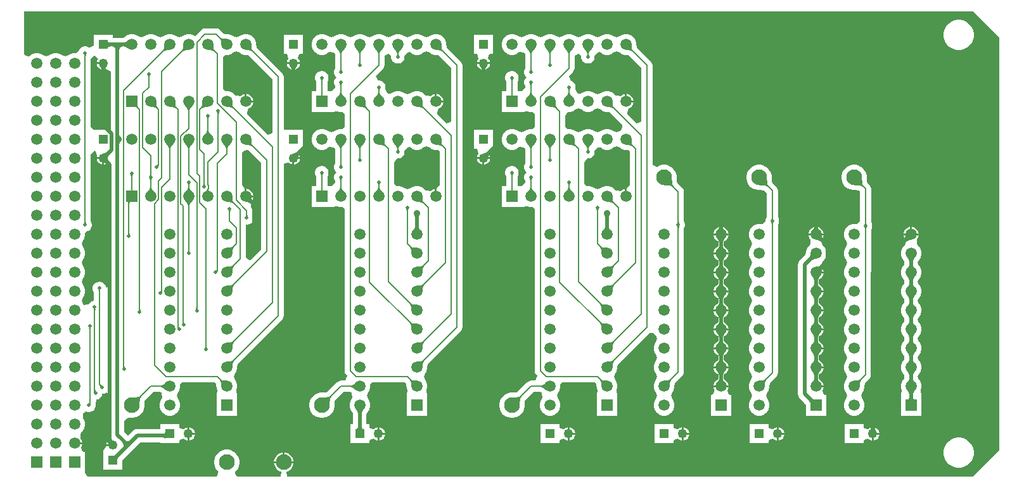
<source format=gbl>
G04*
G04 #@! TF.GenerationSoftware,Altium Limited,Altium Designer,21.9.1 (22)*
G04*
G04 Layer_Physical_Order=2*
G04 Layer_Color=16711680*
%FSLAX25Y25*%
%MOIN*%
G70*
G04*
G04 #@! TF.SameCoordinates,535E74F5-FE81-4067-B89D-05631C4F16FF*
G04*
G04*
G04 #@! TF.FilePolarity,Positive*
G04*
G01*
G75*
%ADD25C,0.00800*%
%ADD26C,0.02000*%
%ADD27C,0.08268*%
%ADD28R,0.05906X0.05906*%
%ADD29C,0.05906*%
%ADD30C,0.05906*%
%ADD31R,0.04921X0.04921*%
%ADD32C,0.04921*%
%ADD33R,0.04921X0.04921*%
%ADD34R,0.05906X0.05906*%
%ADD35R,0.05906X0.05906*%
%ADD36C,0.05000*%
%ADD37C,0.02000*%
%ADD38C,0.03500*%
G36*
X207113Y343476D02*
X207298Y343362D01*
X207516Y343262D01*
X207767Y343176D01*
X208051Y343104D01*
X208369Y343046D01*
X208719Y343002D01*
X209520Y342955D01*
X209970Y342953D01*
X207047Y340030D01*
X207045Y340480D01*
X206998Y341281D01*
X206954Y341631D01*
X206896Y341949D01*
X206824Y342233D01*
X206738Y342484D01*
X206638Y342702D01*
X206524Y342887D01*
X206396Y343039D01*
X206961Y343604D01*
X207113Y343476D01*
D02*
G37*
G36*
X157891Y337933D02*
X157679Y338136D01*
X157459Y338317D01*
X157232Y338477D01*
X156999Y338616D01*
X156758Y338733D01*
X156510Y338829D01*
X156256Y338904D01*
X155994Y338957D01*
X155726Y338989D01*
X155479Y338999D01*
X155120Y338980D01*
X154780Y338920D01*
X154480Y338820D01*
X154220Y338680D01*
X154000Y338500D01*
X153820Y338280D01*
X153680Y338020D01*
X153580Y337720D01*
X153520Y337380D01*
X153500Y337000D01*
X151500D01*
X151480Y337380D01*
X151420Y337720D01*
X151320Y338020D01*
X151180Y338280D01*
X151000Y338500D01*
X150780Y338680D01*
X150520Y338820D01*
X150220Y338920D01*
X149880Y338980D01*
X149500Y339000D01*
X152500Y341000D01*
X155450Y339033D01*
Y341000D01*
X155726Y341011D01*
X155994Y341043D01*
X156256Y341096D01*
X156510Y341171D01*
X156758Y341267D01*
X156999Y341384D01*
X157232Y341523D01*
X157459Y341683D01*
X157679Y341864D01*
X157891Y342067D01*
Y337933D01*
D02*
G37*
G36*
X147457Y341810D02*
X147517Y341640D01*
X147618Y341490D01*
X147758Y341360D01*
X147940Y341250D01*
X148161Y341160D01*
X148423Y341090D01*
X148724Y341040D01*
X149066Y341010D01*
X149449Y341000D01*
Y339000D01*
X149066Y338990D01*
X148724Y338960D01*
X148423Y338910D01*
X148161Y338840D01*
X147940Y338750D01*
X147758Y338640D01*
X147618Y338510D01*
X147517Y338360D01*
X147457Y338190D01*
X147437Y338000D01*
Y342000D01*
X147457Y341810D01*
D02*
G37*
G36*
X222955Y339520D02*
X223002Y338719D01*
X223046Y338369D01*
X223104Y338051D01*
X223176Y337767D01*
X223262Y337516D01*
X223362Y337298D01*
X223476Y337113D01*
X223604Y336961D01*
X223039Y336396D01*
X222887Y336524D01*
X222702Y336638D01*
X222484Y336738D01*
X222233Y336824D01*
X221949Y336896D01*
X221631Y336954D01*
X221281Y336999D01*
X220480Y337045D01*
X220029Y337047D01*
X222953Y339970D01*
X222955Y339520D01*
D02*
G37*
G36*
X202955D02*
X203001Y338719D01*
X203046Y338369D01*
X203104Y338051D01*
X203176Y337767D01*
X203262Y337516D01*
X203362Y337298D01*
X203476Y337113D01*
X203604Y336961D01*
X203039Y336396D01*
X202887Y336524D01*
X202702Y336638D01*
X202484Y336738D01*
X202233Y336824D01*
X201949Y336896D01*
X201631Y336954D01*
X201281Y336999D01*
X200480Y337045D01*
X200029Y337047D01*
X202953Y339970D01*
X202955Y339520D01*
D02*
G37*
G36*
X189971Y337047D02*
X189520Y337045D01*
X188719Y336999D01*
X188369Y336954D01*
X188051Y336896D01*
X187767Y336824D01*
X187516Y336738D01*
X187298Y336638D01*
X187113Y336524D01*
X186961Y336396D01*
X186396Y336961D01*
X186524Y337113D01*
X186638Y337298D01*
X186738Y337516D01*
X186824Y337767D01*
X186896Y338051D01*
X186954Y338369D01*
X186999Y338719D01*
X187045Y339520D01*
X187047Y339970D01*
X189971Y337047D01*
D02*
G37*
G36*
X179971D02*
X179520Y337045D01*
X178719Y336999D01*
X178369Y336954D01*
X178051Y336896D01*
X177767Y336824D01*
X177516Y336738D01*
X177298Y336638D01*
X177113Y336524D01*
X176961Y336396D01*
X176396Y336961D01*
X176524Y337113D01*
X176638Y337298D01*
X176738Y337516D01*
X176824Y337767D01*
X176896Y338051D01*
X176954Y338369D01*
X176999Y338719D01*
X177045Y339520D01*
X177047Y339970D01*
X179971Y337047D01*
D02*
G37*
G36*
X136143Y334725D02*
X136092Y334660D01*
X136047Y334590D01*
X136008Y334516D01*
X135975Y334438D01*
X135948Y334356D01*
X135927Y334269D01*
X135912Y334178D01*
X135903Y334083D01*
X135900Y333983D01*
X135100D01*
X135097Y334083D01*
X135088Y334178D01*
X135073Y334269D01*
X135052Y334356D01*
X135025Y334438D01*
X134992Y334516D01*
X134953Y334590D01*
X134908Y334660D01*
X134857Y334725D01*
X134800Y334786D01*
X136200D01*
X136143Y334725D01*
D02*
G37*
G36*
X169643Y323725D02*
X169592Y323660D01*
X169547Y323590D01*
X169508Y323516D01*
X169475Y323438D01*
X169448Y323356D01*
X169427Y323269D01*
X169412Y323178D01*
X169403Y323083D01*
X169400Y322984D01*
X168600D01*
X168597Y323083D01*
X168588Y323178D01*
X168573Y323269D01*
X168552Y323356D01*
X168525Y323438D01*
X168492Y323516D01*
X168453Y323590D01*
X168408Y323660D01*
X168357Y323725D01*
X168300Y323786D01*
X169700D01*
X169643Y323725D01*
D02*
G37*
G36*
X162896Y308128D02*
X162873Y308055D01*
Y307970D01*
X162896Y307874D01*
X162941Y307766D01*
X163009Y307648D01*
X163099Y307518D01*
X163212Y307376D01*
X163506Y307059D01*
X162941Y306494D01*
X162777Y306652D01*
X162483Y306901D01*
X162352Y306991D01*
X162234Y307059D01*
X162126Y307104D01*
X162030Y307127D01*
X161945D01*
X161872Y307104D01*
X161809Y307059D01*
X162941Y308191D01*
X162896Y308128D01*
D02*
G37*
G36*
X212955Y309520D02*
X213001Y308719D01*
X213046Y308369D01*
X213104Y308051D01*
X213176Y307767D01*
X213262Y307516D01*
X213362Y307298D01*
X213476Y307113D01*
X213604Y306961D01*
X213039Y306396D01*
X212887Y306524D01*
X212702Y306638D01*
X212484Y306738D01*
X212233Y306824D01*
X211949Y306896D01*
X211631Y306954D01*
X211281Y306998D01*
X210480Y307045D01*
X210030Y307047D01*
X212953Y309970D01*
X212955Y309520D01*
D02*
G37*
G36*
X199970Y307047D02*
X199520Y307045D01*
X198719Y306998D01*
X198369Y306954D01*
X198051Y306896D01*
X197767Y306824D01*
X197516Y306738D01*
X197298Y306638D01*
X197113Y306524D01*
X196961Y306396D01*
X196396Y306961D01*
X196524Y307113D01*
X196638Y307298D01*
X196738Y307516D01*
X196824Y307767D01*
X196896Y308051D01*
X196954Y308369D01*
X196999Y308719D01*
X197045Y309520D01*
X197047Y309970D01*
X199970Y307047D01*
D02*
G37*
G36*
X182955Y309520D02*
X183001Y308719D01*
X183046Y308369D01*
X183104Y308051D01*
X183176Y307767D01*
X183262Y307516D01*
X183362Y307298D01*
X183476Y307113D01*
X183604Y306961D01*
X183039Y306396D01*
X182887Y306524D01*
X182702Y306638D01*
X182484Y306738D01*
X182233Y306824D01*
X181949Y306896D01*
X181631Y306954D01*
X181281Y306998D01*
X180480Y307045D01*
X180029Y307047D01*
X182953Y309970D01*
X182955Y309520D01*
D02*
G37*
G36*
X172955D02*
X173001Y308719D01*
X173046Y308369D01*
X173104Y308051D01*
X173176Y307767D01*
X173262Y307516D01*
X173362Y307298D01*
X173476Y307113D01*
X173604Y306961D01*
X173039Y306396D01*
X172887Y306524D01*
X172702Y306638D01*
X172484Y306738D01*
X172233Y306824D01*
X171949Y306896D01*
X171631Y306954D01*
X171281Y306998D01*
X170480Y307045D01*
X170029Y307047D01*
X172953Y309970D01*
X172955Y309520D01*
D02*
G37*
G36*
X191750Y307571D02*
X191217Y306972D01*
X191000Y306693D01*
X190817Y306427D01*
X190667Y306175D01*
X190550Y305937D01*
X190467Y305712D01*
X190417Y305501D01*
X190400Y305303D01*
X189600D01*
X189583Y305501D01*
X189533Y305712D01*
X189450Y305937D01*
X189333Y306175D01*
X189183Y306427D01*
X189000Y306693D01*
X188783Y306972D01*
X188250Y307571D01*
X187933Y307891D01*
X192067D01*
X191750Y307571D01*
D02*
G37*
G36*
X206143Y304225D02*
X206092Y304160D01*
X206047Y304090D01*
X206008Y304016D01*
X205975Y303938D01*
X205948Y303856D01*
X205927Y303769D01*
X205912Y303678D01*
X205903Y303583D01*
X205900Y303484D01*
X205100D01*
X205097Y303583D01*
X205088Y303678D01*
X205073Y303769D01*
X205052Y303856D01*
X205025Y303938D01*
X204992Y304016D01*
X204953Y304090D01*
X204908Y304160D01*
X204857Y304225D01*
X204800Y304286D01*
X206200D01*
X206143Y304225D01*
D02*
G37*
G36*
X200643Y301725D02*
X200592Y301660D01*
X200547Y301590D01*
X200508Y301516D01*
X200475Y301438D01*
X200448Y301356D01*
X200427Y301269D01*
X200412Y301178D01*
X200403Y301083D01*
X200400Y300984D01*
X199600D01*
X199597Y301083D01*
X199588Y301178D01*
X199573Y301269D01*
X199552Y301356D01*
X199525Y301438D01*
X199492Y301516D01*
X199453Y301590D01*
X199408Y301660D01*
X199357Y301725D01*
X199300Y301786D01*
X200700D01*
X200643Y301725D01*
D02*
G37*
G36*
X140589Y334176D02*
X142231Y332282D01*
X141775Y331493D01*
X141551Y330658D01*
X145000D01*
Y330157D01*
X145500D01*
Y328400D01*
X146722D01*
X146585Y328253D01*
X146462Y328095D01*
X146354Y327926D01*
X146260Y327746D01*
X146181Y327554D01*
X146116Y327352D01*
X146065Y327139D01*
X146029Y326915D01*
X146023Y326849D01*
X146336Y326933D01*
X146470Y327010D01*
X148382Y326236D01*
X148970Y325698D01*
Y294961D01*
X140925D01*
X140039Y294961D01*
X138425Y296792D01*
Y332523D01*
X139844Y333847D01*
X140503Y334227D01*
X140589Y334176D01*
D02*
G37*
G36*
X216652Y335637D02*
X217895Y334919D01*
X219282Y334547D01*
X219777D01*
X220016Y334499D01*
X220399Y334496D01*
X221047Y334459D01*
X221242Y334434D01*
X221405Y334404D01*
X221477Y334386D01*
X234075Y321788D01*
Y293328D01*
X231765Y292371D01*
X220569Y303567D01*
X220558Y304131D01*
X221392Y306281D01*
X221526Y306317D01*
X222427Y306837D01*
X223163Y307573D01*
X223683Y308474D01*
X223953Y309480D01*
Y309500D01*
X220000D01*
Y310000D01*
X219500D01*
Y313953D01*
X219480D01*
X218474Y313683D01*
X217573Y313163D01*
X217351Y312941D01*
X217237Y312899D01*
X215244Y312967D01*
X214423Y313245D01*
X214363Y313348D01*
X213348Y314363D01*
X212105Y315081D01*
X210718Y315453D01*
X209282D01*
X207925Y316494D01*
Y333506D01*
X209282Y334547D01*
X210718D01*
X212105Y334919D01*
X213348Y335637D01*
X215000Y336369D01*
X216652Y335637D01*
D02*
G37*
G36*
X200417Y294499D02*
X200467Y294288D01*
X200550Y294063D01*
X200667Y293825D01*
X200817Y293573D01*
X201000Y293307D01*
X201217Y293028D01*
X201750Y292429D01*
X202067Y292109D01*
X197933D01*
X198250Y292429D01*
X198783Y293028D01*
X199000Y293307D01*
X199183Y293573D01*
X199333Y293825D01*
X199450Y294063D01*
X199533Y294288D01*
X199583Y294499D01*
X199600Y294697D01*
X200400D01*
X200417Y294499D01*
D02*
G37*
G36*
X153503Y292499D02*
X153528Y292160D01*
X153549Y292016D01*
X153577Y291888D01*
X153610Y291776D01*
X153650Y291681D01*
X153696Y291603D01*
X153748Y291541D01*
X153807Y291495D01*
X151420Y290939D01*
X151436Y290973D01*
X151449Y291026D01*
X151461Y291096D01*
X151480Y291293D01*
X151497Y291724D01*
X151500Y292104D01*
X153500Y292693D01*
X153503Y292499D01*
D02*
G37*
G36*
X153807Y288505D02*
X153748Y288459D01*
X153696Y288397D01*
X153650Y288319D01*
X153610Y288224D01*
X153577Y288112D01*
X153549Y287984D01*
X153528Y287840D01*
X153512Y287679D01*
X153500Y287307D01*
X151500Y287896D01*
X151499Y288095D01*
X151449Y288974D01*
X151436Y289027D01*
X151420Y289061D01*
X153807Y288505D01*
D02*
G37*
G36*
X222955Y289520D02*
X223002Y288719D01*
X223046Y288369D01*
X223104Y288051D01*
X223176Y287767D01*
X223262Y287516D01*
X223362Y287298D01*
X223476Y287113D01*
X223604Y286961D01*
X223039Y286396D01*
X222887Y286524D01*
X222702Y286638D01*
X222484Y286738D01*
X222233Y286824D01*
X221949Y286896D01*
X221631Y286954D01*
X221281Y286999D01*
X220480Y287045D01*
X220029Y287047D01*
X222953Y289970D01*
X222955Y289520D01*
D02*
G37*
G36*
X211750Y287571D02*
X211217Y286972D01*
X211000Y286693D01*
X210817Y286427D01*
X210667Y286175D01*
X210550Y285937D01*
X210467Y285712D01*
X210417Y285501D01*
X210400Y285303D01*
X209600D01*
X209583Y285501D01*
X209533Y285712D01*
X209450Y285937D01*
X209333Y286175D01*
X209183Y286427D01*
X209000Y286693D01*
X208783Y286972D01*
X208250Y287571D01*
X207933Y287891D01*
X212067D01*
X211750Y287571D01*
D02*
G37*
G36*
X191750D02*
X191217Y286972D01*
X191000Y286693D01*
X190817Y286427D01*
X190667Y286175D01*
X190550Y285937D01*
X190467Y285712D01*
X190417Y285501D01*
X190400Y285303D01*
X189600D01*
X189583Y285501D01*
X189533Y285712D01*
X189450Y285937D01*
X189333Y286175D01*
X189183Y286427D01*
X189000Y286693D01*
X188783Y286972D01*
X188250Y287571D01*
X187933Y287891D01*
X192067D01*
X191750Y287571D01*
D02*
G37*
G36*
X181750D02*
X181217Y286972D01*
X181000Y286693D01*
X180817Y286427D01*
X180667Y286175D01*
X180550Y285937D01*
X180467Y285712D01*
X180417Y285501D01*
X180400Y285303D01*
X179600D01*
X179583Y285501D01*
X179533Y285712D01*
X179450Y285937D01*
X179333Y286175D01*
X179183Y286427D01*
X179000Y286693D01*
X178783Y286972D01*
X178250Y287571D01*
X177933Y287891D01*
X182067D01*
X181750Y287571D01*
D02*
G37*
G36*
X616470Y343538D02*
X616470Y126462D01*
X602557Y112549D01*
X241687D01*
X241358Y115049D01*
X241982Y115216D01*
X243152Y115892D01*
X244108Y116848D01*
X244784Y118018D01*
X245134Y119324D01*
Y119500D01*
X234866D01*
Y119324D01*
X235216Y118018D01*
X235892Y116848D01*
X236848Y115892D01*
X238018Y115216D01*
X238642Y115049D01*
X238313Y112549D01*
X215289D01*
X214528Y114199D01*
X214431Y115049D01*
X215153Y115771D01*
X215879Y116858D01*
X216379Y118065D01*
X216634Y119347D01*
Y120653D01*
X216379Y121935D01*
X215879Y123142D01*
X215153Y124229D01*
X214229Y125153D01*
X213142Y125879D01*
X211935Y126379D01*
X210653Y126634D01*
X209347D01*
X208065Y126379D01*
X206858Y125879D01*
X205771Y125153D01*
X204847Y124229D01*
X204121Y123142D01*
X203621Y121935D01*
X203366Y120653D01*
Y119347D01*
X203621Y118065D01*
X204121Y116858D01*
X204847Y115771D01*
X205569Y115049D01*
X205472Y114199D01*
X204711Y112549D01*
X136664D01*
X135453Y114547D01*
X135453Y115049D01*
Y125453D01*
X134578D01*
X133830Y126574D01*
X133382Y127953D01*
X133683Y128474D01*
X133953Y129480D01*
Y129500D01*
X130000D01*
Y130500D01*
X133953D01*
Y130520D01*
X133683Y131526D01*
X133163Y132427D01*
X132941Y132649D01*
X132899Y132763D01*
X132967Y134756D01*
X133245Y135577D01*
X133348Y135637D01*
X134363Y136652D01*
X135081Y137895D01*
X135453Y139282D01*
Y140718D01*
X135081Y142105D01*
X134451Y143196D01*
X134259Y145664D01*
X136149Y146739D01*
X137039Y146500D01*
X137961D01*
X138851Y146739D01*
X139649Y147199D01*
X140301Y147851D01*
X140761Y148649D01*
X141000Y149539D01*
Y150461D01*
X140994Y150482D01*
X140993Y150500D01*
X141461Y153000D01*
X142351Y153238D01*
X143149Y153699D01*
X143801Y154351D01*
X144262Y155149D01*
X144490Y156000D01*
X144961D01*
X145851Y156238D01*
X146470Y156596D01*
X147238Y156391D01*
X148970Y155484D01*
Y134311D01*
X149090Y133397D01*
X148840Y132671D01*
X149500Y132823D01*
X149508Y132566D01*
X149532Y132334D01*
X149572Y132127D01*
X149627Y131945D01*
X149699Y131789D01*
X149786Y131657D01*
X149889Y131550D01*
X150008Y131468D01*
X150143Y131412D01*
X150294Y131380D01*
X147607Y129508D01*
X147537Y131368D01*
X147231Y131062D01*
X146775Y130273D01*
X146551Y129437D01*
X150000D01*
Y128437D01*
X146513D01*
X146263Y128017D01*
X145039Y126024D01*
X145039Y126024D01*
X145039Y126024D01*
Y116102D01*
X154961D01*
Y120558D01*
X154986Y120683D01*
X154961Y120809D01*
Y120922D01*
X155357Y121389D01*
X155696Y121741D01*
X155743Y121814D01*
X160370Y126441D01*
X164399Y130470D01*
X175039D01*
X175039Y130039D01*
X177140Y130036D01*
X177242Y130039D01*
X177360Y130039D01*
X177542Y130002D01*
X177732Y130039D01*
X184961D01*
Y131585D01*
X185868Y132139D01*
X187461Y132488D01*
X187718Y132231D01*
X188507Y131775D01*
X189342Y131551D01*
Y135000D01*
Y138449D01*
X188507Y138225D01*
X187718Y137769D01*
X187461Y137512D01*
X185868Y137861D01*
X184961Y138415D01*
Y139961D01*
X175039D01*
Y137530D01*
X162937D01*
X162023Y137410D01*
X161172Y137057D01*
X160441Y136496D01*
X157874Y133930D01*
X156030Y135773D01*
Y141758D01*
X157185Y142815D01*
X158530Y143528D01*
X159347Y143366D01*
X160653D01*
X161935Y143621D01*
X163142Y144121D01*
X164229Y144847D01*
X165153Y145771D01*
X165879Y146858D01*
X166379Y148065D01*
X166634Y149347D01*
Y149793D01*
X166683Y150034D01*
X166684Y150670D01*
X166700Y151184D01*
X166779Y152105D01*
X166825Y152398D01*
X166877Y152633D01*
X166917Y152763D01*
X166917Y152764D01*
X166936Y152799D01*
X171212Y157075D01*
X174986D01*
X175050Y157037D01*
X175186Y156943D01*
X175341Y156822D01*
X175566Y156623D01*
X175844Y156043D01*
X175949Y154052D01*
X175637Y153348D01*
X174919Y152105D01*
X174547Y150718D01*
Y149282D01*
X174919Y147895D01*
X175637Y146652D01*
X176652Y145637D01*
X177895Y144919D01*
X179282Y144547D01*
X180718D01*
X182105Y144919D01*
X183348Y145637D01*
X184363Y146652D01*
X185081Y147895D01*
X185453Y149282D01*
Y150718D01*
X185081Y152105D01*
X184363Y153348D01*
X183631Y155000D01*
X184363Y156652D01*
X185081Y157895D01*
X185453Y159282D01*
Y160718D01*
X186494Y162075D01*
X203788D01*
X204386Y161477D01*
X204404Y161405D01*
X204434Y161242D01*
X204459Y161047D01*
X204497Y160399D01*
X204499Y160016D01*
X204547Y159777D01*
Y159282D01*
X204919Y157895D01*
X204547Y155453D01*
X204547Y155453D01*
Y144547D01*
X215453D01*
Y155453D01*
X215453D01*
X215081Y157895D01*
X215453Y159282D01*
Y160718D01*
X215081Y162105D01*
X214363Y163348D01*
X213631Y165000D01*
X214363Y166652D01*
X215081Y167895D01*
X215453Y169282D01*
Y169778D01*
X215501Y170016D01*
X215504Y170399D01*
X215541Y171047D01*
X215566Y171242D01*
X215596Y171405D01*
X215614Y171477D01*
X239068Y194932D01*
X239533Y195537D01*
X239825Y196243D01*
X239925Y197000D01*
Y277026D01*
X241571Y277745D01*
X242425Y277838D01*
X242875Y277388D01*
X243664Y276933D01*
X244500Y276709D01*
Y280157D01*
X245000D01*
Y280658D01*
X246985D01*
X245025Y282618D01*
X245226Y282625D01*
X245424Y282650D01*
X245621Y282693D01*
X245814Y282754D01*
X246006Y282833D01*
X246195Y282930D01*
X246381Y283045D01*
X246566Y283178D01*
X246747Y283329D01*
X246927Y283498D01*
X247579Y282846D01*
X247861Y284132D01*
X248415Y285039D01*
X249961D01*
Y294961D01*
X242425D01*
X240039Y294961D01*
X239925Y297413D01*
Y323000D01*
X239825Y323757D01*
X239533Y324463D01*
X239068Y325068D01*
X225614Y338523D01*
X225596Y338595D01*
X225566Y338758D01*
X225541Y338953D01*
X225503Y339601D01*
X225501Y339984D01*
X225453Y340223D01*
Y340718D01*
X225081Y342105D01*
X224363Y343348D01*
X223348Y344363D01*
X222105Y345081D01*
X220718Y345453D01*
X219282D01*
X217895Y345081D01*
X216652Y344363D01*
X215000Y343631D01*
X213348Y344363D01*
X212105Y345081D01*
X210718Y345453D01*
X210223D01*
X209984Y345501D01*
X209601Y345503D01*
X208953Y345541D01*
X208758Y345566D01*
X208595Y345596D01*
X208523Y345614D01*
X206568Y347568D01*
X205962Y348033D01*
X205257Y348325D01*
X204500Y348425D01*
X198500D01*
X197743Y348325D01*
X197037Y348033D01*
X196432Y347568D01*
X193271Y344408D01*
X192105Y345081D01*
X190718Y345453D01*
X189282D01*
X187895Y345081D01*
X186652Y344363D01*
X185000Y343631D01*
X183348Y344363D01*
X182105Y345081D01*
X180718Y345453D01*
X179282D01*
X177895Y345081D01*
X176652Y344363D01*
X175000Y343631D01*
X173348Y344363D01*
X172105Y345081D01*
X170718Y345453D01*
X169282D01*
X167895Y345081D01*
X166652Y344363D01*
X165000Y343631D01*
X163348Y344363D01*
X162105Y345081D01*
X160718Y345453D01*
X159282D01*
X157895Y345081D01*
X156652Y344363D01*
X156318Y344030D01*
X156132Y343912D01*
X155986Y343772D01*
X155910Y343709D01*
X155844Y343663D01*
X155787Y343629D01*
X155737Y343605D01*
X155690Y343586D01*
X155641Y343572D01*
X155588Y343561D01*
X155525Y343554D01*
X155351Y343547D01*
X155281Y343530D01*
X149961D01*
Y344961D01*
X140039D01*
Y339446D01*
X138037Y338487D01*
X137539Y338364D01*
X136851Y338761D01*
X135961Y339000D01*
X135039D01*
X134149Y338761D01*
X133351Y338301D01*
X132699Y337649D01*
X132238Y336851D01*
X130718Y335453D01*
X129282D01*
X127895Y335081D01*
X126652Y334363D01*
X125000Y333630D01*
X123348Y334363D01*
X122105Y335081D01*
X120718Y335453D01*
X119282D01*
X117895Y335081D01*
X116652Y334363D01*
X115000Y333630D01*
X113348Y334363D01*
X112105Y335081D01*
X110718Y335453D01*
X109282D01*
X107895Y335081D01*
X106652Y334363D01*
X106030Y333741D01*
X104410Y334102D01*
X103530Y334643D01*
Y357451D01*
X602557D01*
X616470Y343538D01*
D02*
G37*
G36*
X148341Y282084D02*
X148172Y281905D01*
X148021Y281723D01*
X147888Y281539D01*
X147773Y281352D01*
X147676Y281163D01*
X147597Y280972D01*
X147536Y280778D01*
X147493Y280582D01*
X147468Y280383D01*
X147460Y280182D01*
X145025Y282618D01*
X145226Y282625D01*
X145424Y282650D01*
X145621Y282693D01*
X145815Y282754D01*
X146006Y282833D01*
X146195Y282930D01*
X146381Y283045D01*
X146566Y283178D01*
X146747Y283329D01*
X146927Y283498D01*
X148341Y282084D01*
D02*
G37*
G36*
X174355Y276290D02*
X174287Y276217D01*
X174226Y276143D01*
X174172Y276068D01*
X174126Y275992D01*
X174087Y275915D01*
X174055Y275836D01*
X174030Y275757D01*
X174013Y275676D01*
X174003Y275593D01*
X174000Y275510D01*
X173010Y276500D01*
X173093Y276503D01*
X173176Y276513D01*
X173257Y276530D01*
X173336Y276555D01*
X173415Y276587D01*
X173492Y276626D01*
X173568Y276672D01*
X173643Y276726D01*
X173717Y276787D01*
X173790Y276855D01*
X174355Y276290D01*
D02*
G37*
G36*
X170403Y271417D02*
X170412Y271322D01*
X170427Y271231D01*
X170448Y271144D01*
X170475Y271062D01*
X170508Y270984D01*
X170547Y270910D01*
X170592Y270840D01*
X170643Y270775D01*
X170700Y270714D01*
X169300D01*
X169357Y270775D01*
X169408Y270840D01*
X169453Y270910D01*
X169492Y270984D01*
X169525Y271062D01*
X169552Y271144D01*
X169573Y271231D01*
X169588Y271322D01*
X169597Y271417D01*
X169600Y271516D01*
X170400D01*
X170403Y271417D01*
D02*
G37*
G36*
X160643Y271225D02*
X160592Y271160D01*
X160547Y271090D01*
X160508Y271016D01*
X160475Y270938D01*
X160448Y270856D01*
X160427Y270769D01*
X160412Y270678D01*
X160403Y270583D01*
X160400Y270483D01*
X159600D01*
X159597Y270583D01*
X159588Y270678D01*
X159573Y270769D01*
X159552Y270856D01*
X159525Y270938D01*
X159492Y271016D01*
X159453Y271090D01*
X159408Y271160D01*
X159357Y271225D01*
X159300Y271286D01*
X160700D01*
X160643Y271225D01*
D02*
G37*
G36*
X170643Y269225D02*
X170592Y269160D01*
X170547Y269090D01*
X170508Y269016D01*
X170475Y268938D01*
X170448Y268856D01*
X170427Y268769D01*
X170412Y268678D01*
X170403Y268583D01*
X170400Y268483D01*
X169600D01*
X169597Y268583D01*
X169588Y268678D01*
X169573Y268769D01*
X169552Y268856D01*
X169525Y268938D01*
X169492Y269016D01*
X169453Y269090D01*
X169408Y269160D01*
X169357Y269225D01*
X169300Y269286D01*
X170700D01*
X170643Y269225D01*
D02*
G37*
G36*
X190643Y266725D02*
X190592Y266660D01*
X190547Y266590D01*
X190508Y266516D01*
X190475Y266438D01*
X190448Y266356D01*
X190427Y266269D01*
X190412Y266178D01*
X190403Y266083D01*
X190400Y265984D01*
X189600D01*
X189597Y266083D01*
X189588Y266178D01*
X189573Y266269D01*
X189552Y266356D01*
X189525Y266438D01*
X189492Y266516D01*
X189453Y266590D01*
X189408Y266660D01*
X189357Y266725D01*
X189300Y266786D01*
X190700D01*
X190643Y266725D01*
D02*
G37*
G36*
X198403Y266436D02*
X198413Y266341D01*
X198428Y266250D01*
X198450Y266164D01*
X198478Y266083D01*
X198513Y266006D01*
X198553Y265935D01*
X198600Y265867D01*
X198653Y265805D01*
X198713Y265746D01*
X197314Y265680D01*
X197369Y265744D01*
X197417Y265811D01*
X197460Y265883D01*
X197497Y265958D01*
X197529Y266038D01*
X197554Y266121D01*
X197574Y266209D01*
X197589Y266300D01*
X197597Y266395D01*
X197600Y266494D01*
X198400Y266536D01*
X198403Y266436D01*
D02*
G37*
G36*
X160404Y263586D02*
X160416Y263448D01*
X160436Y263327D01*
X160464Y263221D01*
X160500Y263132D01*
X160544Y263059D01*
X160596Y263002D01*
X160656Y262961D01*
X160724Y262937D01*
X160800Y262929D01*
X159200D01*
X159276Y262937D01*
X159344Y262961D01*
X159404Y263002D01*
X159456Y263059D01*
X159500Y263132D01*
X159536Y263221D01*
X159564Y263327D01*
X159584Y263448D01*
X159596Y263586D01*
X159600Y263741D01*
X160400D01*
X160404Y263586D01*
D02*
G37*
G36*
X200406Y263680D02*
X200426Y263530D01*
X200457Y263393D01*
X200502Y263267D01*
X200559Y263153D01*
X200629Y263052D01*
X200712Y262962D01*
X200808Y262884D01*
X200916Y262819D01*
X201037Y262765D01*
X198963D01*
X199084Y262819D01*
X199192Y262884D01*
X199288Y262962D01*
X199371Y263052D01*
X199441Y263153D01*
X199498Y263267D01*
X199543Y263393D01*
X199574Y263530D01*
X199594Y263680D01*
X199600Y263842D01*
X200400D01*
X200406Y263680D01*
D02*
G37*
G36*
X190417Y264499D02*
X190467Y264288D01*
X190550Y264063D01*
X190667Y263825D01*
X190817Y263573D01*
X191000Y263307D01*
X191217Y263028D01*
X191750Y262429D01*
X192067Y262109D01*
X187933D01*
X188250Y262429D01*
X188783Y263028D01*
X189000Y263307D01*
X189183Y263573D01*
X189333Y263825D01*
X189450Y264063D01*
X189533Y264288D01*
X189583Y264499D01*
X189600Y264697D01*
X190400D01*
X190417Y264499D01*
D02*
G37*
G36*
X170417D02*
X170467Y264288D01*
X170550Y264063D01*
X170667Y263825D01*
X170817Y263573D01*
X171000Y263307D01*
X171217Y263028D01*
X171750Y262429D01*
X172067Y262109D01*
X167933D01*
X168250Y262429D01*
X168783Y263028D01*
X169000Y263307D01*
X169183Y263573D01*
X169333Y263825D01*
X169450Y264063D01*
X169533Y264288D01*
X169583Y264499D01*
X169600Y264697D01*
X170400D01*
X170417Y264499D01*
D02*
G37*
G36*
X212955Y259520D02*
X213001Y258719D01*
X213046Y258369D01*
X213104Y258051D01*
X213176Y257767D01*
X213262Y257516D01*
X213362Y257298D01*
X213476Y257113D01*
X213604Y256961D01*
X213039Y256396D01*
X212887Y256524D01*
X212702Y256638D01*
X212484Y256738D01*
X212233Y256824D01*
X211949Y256896D01*
X211631Y256954D01*
X211281Y256998D01*
X210480Y257045D01*
X210030Y257047D01*
X212953Y259970D01*
X212955Y259520D01*
D02*
G37*
G36*
X159224Y257051D02*
X159156Y257027D01*
X159096Y256987D01*
X159044Y256931D01*
X159000Y256859D01*
X158964Y256771D01*
X158936Y256667D01*
X158916Y256547D01*
X158904Y256411D01*
X158900Y256259D01*
X158100D01*
X158096Y256411D01*
X158084Y256547D01*
X158064Y256667D01*
X158036Y256771D01*
X158000Y256859D01*
X157956Y256931D01*
X157904Y256987D01*
X157844Y257027D01*
X157776Y257051D01*
X157700Y257059D01*
X159300D01*
X159224Y257051D01*
D02*
G37*
G36*
X191750Y257571D02*
X191217Y256972D01*
X191000Y256693D01*
X190817Y256427D01*
X190667Y256175D01*
X190550Y255937D01*
X190467Y255712D01*
X190417Y255501D01*
X190400Y255303D01*
X189600D01*
X189583Y255501D01*
X189533Y255712D01*
X189450Y255937D01*
X189333Y256175D01*
X189183Y256427D01*
X189000Y256693D01*
X188783Y256972D01*
X188250Y257571D01*
X187933Y257891D01*
X192067D01*
X191750Y257571D01*
D02*
G37*
G36*
X212143Y252725D02*
X212092Y252660D01*
X212047Y252590D01*
X212008Y252516D01*
X211975Y252438D01*
X211948Y252356D01*
X211927Y252269D01*
X211912Y252178D01*
X211903Y252083D01*
X211900Y251983D01*
X211100D01*
X211097Y252083D01*
X211088Y252178D01*
X211073Y252269D01*
X211052Y252356D01*
X211025Y252438D01*
X210992Y252516D01*
X210953Y252590D01*
X210908Y252660D01*
X210857Y252725D01*
X210800Y252786D01*
X212200D01*
X212143Y252725D01*
D02*
G37*
G36*
X220903Y250117D02*
X220912Y250022D01*
X220927Y249931D01*
X220948Y249844D01*
X220975Y249762D01*
X221008Y249684D01*
X221047Y249610D01*
X221092Y249540D01*
X221143Y249475D01*
X221200Y249414D01*
X219800D01*
X219857Y249475D01*
X219908Y249540D01*
X219953Y249610D01*
X219992Y249684D01*
X220025Y249762D01*
X220052Y249844D01*
X220073Y249931D01*
X220088Y250022D01*
X220097Y250117D01*
X220100Y250217D01*
X220900D01*
X220903Y250117D01*
D02*
G37*
G36*
X135903Y246417D02*
X135912Y246322D01*
X135927Y246231D01*
X135948Y246144D01*
X135975Y246062D01*
X136008Y245984D01*
X136047Y245910D01*
X136092Y245840D01*
X136143Y245775D01*
X136200Y245714D01*
X134800D01*
X134857Y245775D01*
X134908Y245840D01*
X134953Y245910D01*
X134992Y245984D01*
X135025Y246062D01*
X135052Y246144D01*
X135073Y246231D01*
X135088Y246322D01*
X135097Y246417D01*
X135100Y246516D01*
X135900D01*
X135903Y246417D01*
D02*
G37*
G36*
X158903Y240417D02*
X158912Y240322D01*
X158927Y240231D01*
X158948Y240144D01*
X158975Y240062D01*
X159008Y239984D01*
X159047Y239910D01*
X159092Y239840D01*
X159143Y239775D01*
X159200Y239714D01*
X157800D01*
X157857Y239775D01*
X157908Y239840D01*
X157953Y239910D01*
X157992Y239984D01*
X158025Y240062D01*
X158052Y240144D01*
X158073Y240231D01*
X158088Y240322D01*
X158097Y240417D01*
X158100Y240516D01*
X158900D01*
X158903Y240417D01*
D02*
G37*
G36*
X190403Y231417D02*
X190412Y231322D01*
X190427Y231231D01*
X190448Y231144D01*
X190475Y231062D01*
X190508Y230984D01*
X190547Y230910D01*
X190592Y230840D01*
X190643Y230775D01*
X190700Y230714D01*
X189300D01*
X189357Y230775D01*
X189408Y230840D01*
X189453Y230910D01*
X189492Y230984D01*
X189525Y231062D01*
X189552Y231144D01*
X189573Y231231D01*
X189588Y231322D01*
X189597Y231417D01*
X189600Y231517D01*
X190400D01*
X190403Y231417D01*
D02*
G37*
G36*
X213604Y233039D02*
X213476Y232887D01*
X213362Y232702D01*
X213262Y232484D01*
X213176Y232233D01*
X213104Y231949D01*
X213046Y231631D01*
X213001Y231281D01*
X212955Y230480D01*
X212953Y230030D01*
X210030Y232953D01*
X210480Y232955D01*
X211281Y233001D01*
X211631Y233046D01*
X211949Y233104D01*
X212233Y233176D01*
X212484Y233262D01*
X212702Y233362D01*
X212887Y233476D01*
X213039Y233604D01*
X213604Y233039D01*
D02*
G37*
G36*
X220425Y284495D02*
X221047Y284459D01*
X221242Y284434D01*
X221405Y284404D01*
X221477Y284386D01*
X228075Y277788D01*
Y232212D01*
X222383Y226520D01*
X221350Y226722D01*
X219925Y227597D01*
Y245112D01*
X220039Y245200D01*
X220961D01*
X221851Y245439D01*
X222649Y245899D01*
X223301Y246551D01*
X223762Y247349D01*
X224000Y248239D01*
Y249161D01*
X223762Y250051D01*
X223425Y250634D01*
Y252500D01*
X223325Y253257D01*
X223033Y253962D01*
X222854Y254197D01*
X222545Y256110D01*
X222510Y256076D01*
X222308Y256263D01*
X222095Y256430D01*
X221872Y256577D01*
X221640Y256705D01*
X221397Y256812D01*
X221144Y256899D01*
X220880Y256966D01*
X220607Y257013D01*
X220323Y257040D01*
X220029Y257047D01*
X222482Y259500D01*
X220000D01*
Y260000D01*
X219500D01*
Y263953D01*
X219480D01*
X217925Y266124D01*
Y283011D01*
X219522Y284147D01*
X220398Y284496D01*
X220425Y284495D01*
D02*
G37*
G36*
X205283Y220717D02*
X205217Y220650D01*
X205028Y220433D01*
X205000Y220392D01*
X204979Y220355D01*
X204965Y220324D01*
X204959Y220298D01*
X204961Y220277D01*
X204277Y220961D01*
X204298Y220959D01*
X204324Y220965D01*
X204355Y220979D01*
X204392Y221000D01*
X204433Y221028D01*
X204480Y221064D01*
X204588Y221159D01*
X204717Y221283D01*
X205283Y220717D01*
D02*
G37*
G36*
X213604Y223039D02*
X213476Y222887D01*
X213362Y222702D01*
X213262Y222484D01*
X213176Y222233D01*
X213104Y221949D01*
X213046Y221631D01*
X213001Y221281D01*
X212955Y220480D01*
X212953Y220029D01*
X210030Y222953D01*
X210480Y222955D01*
X211281Y223002D01*
X211631Y223046D01*
X211949Y223104D01*
X212233Y223176D01*
X212484Y223262D01*
X212702Y223362D01*
X212887Y223476D01*
X213039Y223604D01*
X213604Y223039D01*
D02*
G37*
G36*
X140624Y284211D02*
X141160Y283568D01*
X141865Y281648D01*
X141775Y281493D01*
X141551Y280658D01*
X145000D01*
Y280157D01*
X145500D01*
Y278172D01*
X147460Y280133D01*
X147468Y279932D01*
X147493Y279733D01*
X147536Y279537D01*
X147597Y279343D01*
X147676Y279152D01*
X147773Y278963D01*
X147888Y278776D01*
X148021Y278592D01*
X148172Y278410D01*
X148341Y278231D01*
X146933Y276823D01*
X148382Y276236D01*
X148970Y275698D01*
Y212134D01*
X146500Y212061D01*
X146262Y212951D01*
X145801Y213749D01*
X145149Y214401D01*
X144351Y214861D01*
X143461Y215100D01*
X142539D01*
X141649Y214861D01*
X140851Y214401D01*
X140199Y213749D01*
X139739Y212951D01*
X139500Y212061D01*
Y211139D01*
X139739Y210249D01*
X140075Y209666D01*
Y205100D01*
X140039D01*
X139149Y204861D01*
X138351Y204401D01*
X137699Y203749D01*
X137288Y203037D01*
X136848Y202941D01*
X134632Y202883D01*
X134363Y203348D01*
X133631Y205000D01*
X134363Y206652D01*
X135081Y207895D01*
X135453Y209282D01*
Y210718D01*
X135081Y212105D01*
X134363Y213348D01*
X133631Y215000D01*
X134363Y216652D01*
X135081Y217895D01*
X135453Y219282D01*
Y220718D01*
X135081Y222105D01*
X134363Y223348D01*
X133631Y225000D01*
X134363Y226652D01*
X135081Y227895D01*
X135453Y229282D01*
Y230718D01*
X135081Y232105D01*
X134363Y233348D01*
X133631Y235000D01*
X134363Y236652D01*
X135081Y237895D01*
X135453Y239282D01*
Y240718D01*
X136851Y241739D01*
X137649Y242199D01*
X138301Y242851D01*
X138761Y243649D01*
X139000Y244539D01*
Y245461D01*
X138761Y246351D01*
X138425Y246934D01*
Y282166D01*
X140507Y284217D01*
X140624Y284211D01*
D02*
G37*
G36*
X143643Y210825D02*
X143592Y210760D01*
X143547Y210690D01*
X143508Y210616D01*
X143475Y210538D01*
X143448Y210456D01*
X143427Y210369D01*
X143412Y210278D01*
X143403Y210183D01*
X143400Y210084D01*
X142600D01*
X142597Y210183D01*
X142588Y210278D01*
X142573Y210369D01*
X142552Y210456D01*
X142525Y210538D01*
X142492Y210616D01*
X142453Y210690D01*
X142408Y210760D01*
X142357Y210825D01*
X142300Y210886D01*
X143700D01*
X143643Y210825D01*
D02*
G37*
G36*
X213604Y213039D02*
X213476Y212887D01*
X213362Y212702D01*
X213262Y212484D01*
X213176Y212233D01*
X213104Y211949D01*
X213046Y211631D01*
X213001Y211281D01*
X212955Y210480D01*
X212953Y210030D01*
X210030Y212953D01*
X210480Y212955D01*
X211281Y213001D01*
X211631Y213046D01*
X211949Y213104D01*
X212233Y213176D01*
X212484Y213262D01*
X212702Y213362D01*
X212887Y213476D01*
X213039Y213604D01*
X213604Y213039D01*
D02*
G37*
G36*
X194650Y201164D02*
X194659Y201069D01*
X194674Y200978D01*
X194695Y200891D01*
X194722Y200809D01*
X194755Y200731D01*
X194794Y200657D01*
X194839Y200588D01*
X194890Y200522D01*
X194947Y200461D01*
X193547D01*
X193604Y200522D01*
X193655Y200588D01*
X193700Y200657D01*
X193739Y200731D01*
X193772Y200809D01*
X193799Y200891D01*
X193820Y200978D01*
X193835Y201069D01*
X193844Y201164D01*
X193847Y201264D01*
X194647D01*
X194650Y201164D01*
D02*
G37*
G36*
X141143Y200825D02*
X141092Y200760D01*
X141047Y200690D01*
X141008Y200616D01*
X140975Y200538D01*
X140948Y200456D01*
X140927Y200369D01*
X140912Y200278D01*
X140903Y200183D01*
X140900Y200083D01*
X140100D01*
X140097Y200183D01*
X140088Y200278D01*
X140073Y200369D01*
X140052Y200456D01*
X140025Y200538D01*
X139992Y200616D01*
X139953Y200690D01*
X139908Y200760D01*
X139857Y200825D01*
X139800Y200886D01*
X141200D01*
X141143Y200825D01*
D02*
G37*
G36*
X164553Y200433D02*
X164555Y200335D01*
X164563Y200239D01*
X164575Y200147D01*
X164593Y200059D01*
X164615Y199973D01*
X164642Y199892D01*
X164674Y199813D01*
X164712Y199738D01*
X164754Y199667D01*
X164801Y199599D01*
X163417Y199813D01*
X163481Y199864D01*
X163538Y199920D01*
X163588Y199982D01*
X163632Y200049D01*
X163669Y200122D01*
X163699Y200200D01*
X163723Y200284D01*
X163739Y200374D01*
X163749Y200469D01*
X163753Y200569D01*
X164553Y200433D01*
D02*
G37*
G36*
X187404Y193992D02*
X187414Y193898D01*
X187431Y193813D01*
X187456Y193737D01*
X187487Y193670D01*
X187526Y193612D01*
X187571Y193563D01*
X187624Y193522D01*
X187683Y193491D01*
X187749Y193468D01*
X186550Y192812D01*
X186559Y192851D01*
X186568Y192907D01*
X186582Y193070D01*
X186598Y193599D01*
X186600Y193966D01*
X187400Y194095D01*
X187404Y193992D01*
D02*
G37*
G36*
X138643Y190825D02*
X138592Y190760D01*
X138547Y190690D01*
X138508Y190616D01*
X138475Y190538D01*
X138448Y190456D01*
X138427Y190369D01*
X138412Y190278D01*
X138403Y190183D01*
X138400Y190084D01*
X137600D01*
X137597Y190183D01*
X137588Y190278D01*
X137573Y190369D01*
X137552Y190456D01*
X137525Y190538D01*
X137492Y190616D01*
X137453Y190690D01*
X137408Y190760D01*
X137357Y190825D01*
X137300Y190886D01*
X138700D01*
X138643Y190825D01*
D02*
G37*
G36*
X199403Y180917D02*
X199412Y180822D01*
X199427Y180731D01*
X199448Y180644D01*
X199475Y180562D01*
X199508Y180484D01*
X199547Y180410D01*
X199592Y180340D01*
X199643Y180275D01*
X199700Y180214D01*
X198300D01*
X198357Y180275D01*
X198408Y180340D01*
X198453Y180410D01*
X198492Y180484D01*
X198525Y180562D01*
X198552Y180644D01*
X198573Y180731D01*
X198588Y180822D01*
X198597Y180917D01*
X198600Y181017D01*
X199400D01*
X199403Y180917D01*
D02*
G37*
G36*
X213604Y183039D02*
X213476Y182887D01*
X213362Y182702D01*
X213262Y182484D01*
X213176Y182233D01*
X213104Y181949D01*
X213046Y181631D01*
X213001Y181281D01*
X212955Y180480D01*
X212953Y180029D01*
X210030Y182953D01*
X210480Y182955D01*
X211281Y183001D01*
X211631Y183046D01*
X211949Y183104D01*
X212233Y183176D01*
X212484Y183262D01*
X212702Y183362D01*
X212887Y183476D01*
X213039Y183604D01*
X213604Y183039D01*
D02*
G37*
G36*
Y173039D02*
X213476Y172887D01*
X213362Y172702D01*
X213262Y172484D01*
X213176Y172233D01*
X213104Y171949D01*
X213046Y171631D01*
X213001Y171281D01*
X212955Y170480D01*
X212953Y170029D01*
X210030Y172953D01*
X210480Y172955D01*
X211281Y173001D01*
X211631Y173046D01*
X211949Y173104D01*
X212233Y173176D01*
X212484Y173262D01*
X212702Y173362D01*
X212887Y173476D01*
X213039Y173604D01*
X213604Y173039D01*
D02*
G37*
G36*
X156251Y170469D02*
X156261Y170374D01*
X156277Y170284D01*
X156301Y170200D01*
X156331Y170122D01*
X156368Y170049D01*
X156412Y169982D01*
X156462Y169920D01*
X156519Y169863D01*
X156583Y169813D01*
X155199Y169599D01*
X155246Y169667D01*
X155288Y169738D01*
X155326Y169813D01*
X155358Y169892D01*
X155385Y169973D01*
X155408Y170059D01*
X155425Y170147D01*
X155437Y170239D01*
X155445Y170334D01*
X155447Y170433D01*
X156247Y170569D01*
X156251Y170469D01*
D02*
G37*
G36*
X207113Y163476D02*
X207298Y163362D01*
X207516Y163262D01*
X207767Y163176D01*
X208051Y163104D01*
X208369Y163046D01*
X208719Y163001D01*
X209520Y162955D01*
X209970Y162953D01*
X207047Y160029D01*
X207045Y160480D01*
X206998Y161281D01*
X206954Y161631D01*
X206896Y161949D01*
X206824Y162233D01*
X206738Y162484D01*
X206638Y162702D01*
X206524Y162887D01*
X206396Y163039D01*
X206961Y163604D01*
X207113Y163476D01*
D02*
G37*
G36*
X143783Y160787D02*
X143857Y160726D01*
X143932Y160672D01*
X144008Y160626D01*
X144085Y160587D01*
X144164Y160555D01*
X144243Y160530D01*
X144324Y160513D01*
X144407Y160503D01*
X144490Y160500D01*
X143500Y159510D01*
X143497Y159593D01*
X143487Y159676D01*
X143470Y159757D01*
X143445Y159836D01*
X143413Y159915D01*
X143374Y159992D01*
X143328Y160068D01*
X143274Y160143D01*
X143213Y160217D01*
X143145Y160290D01*
X143710Y160855D01*
X143783Y160787D01*
D02*
G37*
G36*
X177891Y157933D02*
X177571Y158250D01*
X176972Y158783D01*
X176693Y159000D01*
X176427Y159183D01*
X176175Y159333D01*
X175937Y159450D01*
X175712Y159533D01*
X175501Y159583D01*
X175303Y159600D01*
Y160400D01*
X175501Y160417D01*
X175712Y160467D01*
X175937Y160550D01*
X176175Y160667D01*
X176427Y160817D01*
X176693Y161000D01*
X176972Y161217D01*
X177571Y161750D01*
X177891Y162067D01*
Y157933D01*
D02*
G37*
G36*
X140903Y157992D02*
X140914Y157898D01*
X140931Y157813D01*
X140956Y157737D01*
X140987Y157670D01*
X141026Y157612D01*
X141071Y157563D01*
X141123Y157522D01*
X141183Y157491D01*
X141249Y157468D01*
X140050Y156812D01*
X140059Y156851D01*
X140068Y156907D01*
X140082Y157070D01*
X140098Y157599D01*
X140100Y157966D01*
X140900Y158095D01*
X140903Y157992D01*
D02*
G37*
G36*
X138400Y151466D02*
X138450Y150312D01*
X137251Y150969D01*
X137317Y150991D01*
X137376Y151022D01*
X137429Y151063D01*
X137474Y151112D01*
X137513Y151170D01*
X137544Y151237D01*
X137569Y151313D01*
X137586Y151398D01*
X137596Y151492D01*
X137600Y151595D01*
X138400Y151466D01*
D02*
G37*
G36*
X164946Y154380D02*
X164785Y154184D01*
X164642Y153936D01*
X164517Y153634D01*
X164409Y153279D01*
X164319Y152872D01*
X164247Y152412D01*
X164155Y151332D01*
X164136Y150713D01*
X164134Y150041D01*
X160041Y154134D01*
X160713Y154136D01*
X162412Y154247D01*
X162872Y154319D01*
X163279Y154409D01*
X163634Y154517D01*
X163936Y154642D01*
X164184Y154785D01*
X164380Y154946D01*
X164946Y154380D01*
D02*
G37*
G36*
X177551Y132551D02*
X177531Y132637D01*
X177471Y132713D01*
X177371Y132780D01*
X177231Y132838D01*
X177051Y132888D01*
X176831Y132928D01*
X176571Y132960D01*
X175931Y132995D01*
X175551Y133000D01*
Y135000D01*
X175933Y135010D01*
X176275Y135040D01*
X176576Y135090D01*
X176837Y135160D01*
X177059Y135250D01*
X177240Y135360D01*
X177381Y135490D01*
X177482Y135640D01*
X177543Y135810D01*
X177563Y136000D01*
X177551Y132551D01*
D02*
G37*
G36*
X158581Y128230D02*
X155046Y127523D01*
X155300Y127806D01*
X155498Y128088D01*
X155640Y128371D01*
X155724Y128654D01*
X155753Y128937D01*
X155724Y129220D01*
X155640Y129503D01*
X155498Y129786D01*
X155300Y130068D01*
X155046Y130351D01*
X156460Y131765D01*
X156743Y131511D01*
X157026Y131313D01*
X157308Y131172D01*
X157591Y131087D01*
X157874Y131058D01*
X158157Y131087D01*
X158440Y131172D01*
X158722Y131313D01*
X159005Y131511D01*
X159288Y131765D01*
X158581Y128230D01*
D02*
G37*
G36*
X153863Y123512D02*
X153466Y123100D01*
X152841Y122364D01*
X152613Y122038D01*
X152443Y121741D01*
X152328Y121472D01*
X152270Y121232D01*
X152269Y121021D01*
X152325Y120838D01*
X152437Y120683D01*
X149620Y123500D01*
X149775Y123388D01*
X149958Y123332D01*
X150169Y123334D01*
X150409Y123391D01*
X150678Y123506D01*
X150975Y123677D01*
X151301Y123904D01*
X151655Y124188D01*
X152449Y124926D01*
X153863Y123512D01*
D02*
G37*
%LPC*%
G36*
X144500Y329658D02*
X141551D01*
X141775Y328822D01*
X142231Y328033D01*
X142875Y327388D01*
X143664Y326933D01*
X143977Y326849D01*
X143971Y326915D01*
X143935Y327139D01*
X143884Y327352D01*
X143819Y327554D01*
X143740Y327746D01*
X143646Y327926D01*
X143538Y328095D01*
X143415Y328253D01*
X143278Y328400D01*
X144500D01*
Y329658D01*
D02*
G37*
G36*
X220520Y313953D02*
X220500D01*
Y310500D01*
X223953D01*
Y310520D01*
X223683Y311526D01*
X223163Y312427D01*
X222427Y313163D01*
X221526Y313683D01*
X220520Y313953D01*
D02*
G37*
G36*
X420718Y345453D02*
X419282D01*
X417895Y345081D01*
X416661Y344369D01*
X416651Y344363D01*
X415000Y343631D01*
X413349Y344363D01*
X413339Y344369D01*
X412105Y345081D01*
X410718Y345453D01*
X409282D01*
X407895Y345081D01*
X406661Y344369D01*
X406651Y344363D01*
X405000Y343631D01*
X403349Y344363D01*
X403339Y344369D01*
X402105Y345081D01*
X400718Y345453D01*
X399282D01*
X397895Y345081D01*
X396661Y344369D01*
X396651Y344363D01*
X395000Y343631D01*
X393349Y344363D01*
X393339Y344369D01*
X392105Y345081D01*
X390718Y345453D01*
X389282D01*
X387895Y345081D01*
X386652Y344363D01*
X385000Y343631D01*
X383348Y344363D01*
X382105Y345081D01*
X380718Y345453D01*
X379282D01*
X377895Y345081D01*
X376661Y344369D01*
X376651Y344363D01*
X375000Y343631D01*
X373349Y344363D01*
X373339Y344369D01*
X372105Y345081D01*
X370718Y345453D01*
X369282D01*
X367895Y345081D01*
X366661Y344369D01*
X366651Y344363D01*
X365000Y343631D01*
X363349Y344363D01*
X363339Y344369D01*
X362105Y345081D01*
X360718Y345453D01*
X359282D01*
X357895Y345081D01*
X356652Y344363D01*
X355637Y343348D01*
X354919Y342105D01*
X354547Y340718D01*
Y339282D01*
X354919Y337895D01*
X355637Y336652D01*
X356652Y335637D01*
X357895Y334919D01*
X359282Y334547D01*
X360718D01*
X362105Y334919D01*
X363339Y335631D01*
X363349Y335637D01*
X364052Y335949D01*
X366043Y335844D01*
X366623Y335565D01*
X366822Y335342D01*
X366943Y335186D01*
X367037Y335050D01*
X367075Y334986D01*
Y327434D01*
X366739Y326851D01*
X366500Y325961D01*
Y325039D01*
X366739Y324149D01*
X367199Y323351D01*
X367800Y322750D01*
X367199Y322149D01*
X366739Y321351D01*
X366500Y320461D01*
Y319539D01*
X366739Y318649D01*
X367075Y318066D01*
Y317281D01*
X365453Y315453D01*
X362925D01*
Y320566D01*
X363262Y321149D01*
X363500Y322039D01*
Y322961D01*
X363262Y323851D01*
X362801Y324649D01*
X362149Y325301D01*
X361351Y325762D01*
X360461Y326000D01*
X359539D01*
X358649Y325762D01*
X357851Y325301D01*
X357199Y324649D01*
X356738Y323851D01*
X356500Y322961D01*
Y322039D01*
X356738Y321149D01*
X357075Y320566D01*
Y315453D01*
X354547D01*
Y304547D01*
X365453D01*
Y304547D01*
X367895Y304919D01*
X369282Y304547D01*
X370718D01*
X372075Y303506D01*
Y296494D01*
X370718Y295453D01*
X369282D01*
X367895Y295081D01*
X366652Y294363D01*
X365000Y293631D01*
X363348Y294363D01*
X362105Y295081D01*
X360718Y295453D01*
X359282D01*
X357895Y295081D01*
X356652Y294363D01*
X355637Y293348D01*
X354919Y292105D01*
X354547Y290718D01*
Y289282D01*
X354919Y287895D01*
X355637Y286652D01*
X356652Y285637D01*
X357895Y284919D01*
X359282Y284547D01*
X360718D01*
X362105Y284919D01*
X363348Y285637D01*
X364052Y285949D01*
X366043Y285844D01*
X366623Y285565D01*
X366822Y285342D01*
X366943Y285186D01*
X367037Y285050D01*
X367075Y284986D01*
Y277434D01*
X366739Y276851D01*
X366500Y275961D01*
Y275039D01*
X366739Y274149D01*
X367199Y273351D01*
X367800Y272750D01*
X367199Y272149D01*
X366739Y271351D01*
X366500Y270461D01*
Y269539D01*
X366739Y268649D01*
X367075Y268066D01*
Y267281D01*
X365453Y265453D01*
X362925D01*
Y270566D01*
X363262Y271149D01*
X363500Y272039D01*
Y272961D01*
X363262Y273851D01*
X362801Y274649D01*
X362149Y275301D01*
X361351Y275762D01*
X360461Y276000D01*
X359539D01*
X358649Y275762D01*
X357851Y275301D01*
X357199Y274649D01*
X356738Y273851D01*
X356500Y272961D01*
Y272039D01*
X356738Y271149D01*
X357075Y270566D01*
Y265453D01*
X354547D01*
Y254547D01*
X365453D01*
Y254547D01*
X367895Y254919D01*
X369282Y254547D01*
X370718D01*
X372075Y253506D01*
Y168000D01*
X372175Y167243D01*
X372467Y166537D01*
X372932Y165932D01*
X373438Y165425D01*
X372403Y162925D01*
X370000D01*
X369243Y162825D01*
X368537Y162533D01*
X367932Y162068D01*
X362799Y156936D01*
X362764Y156917D01*
X362764Y156917D01*
X362633Y156877D01*
X362398Y156825D01*
X362130Y156783D01*
X360626Y156684D01*
X360034Y156683D01*
X359793Y156634D01*
X359347D01*
X358065Y156379D01*
X356858Y155879D01*
X355771Y155153D01*
X354847Y154229D01*
X354121Y153142D01*
X353621Y151935D01*
X353366Y150653D01*
Y149347D01*
X353621Y148065D01*
X354121Y146858D01*
X354847Y145771D01*
X355771Y144847D01*
X356858Y144121D01*
X358065Y143621D01*
X359347Y143366D01*
X360653D01*
X361935Y143621D01*
X363142Y144121D01*
X364229Y144847D01*
X365153Y145771D01*
X365879Y146858D01*
X366379Y148065D01*
X366634Y149347D01*
Y149793D01*
X366683Y150034D01*
X366684Y150670D01*
X366701Y151184D01*
X366779Y152105D01*
X366825Y152398D01*
X366877Y152633D01*
X366917Y152763D01*
X366917Y152764D01*
X366936Y152799D01*
X371212Y157075D01*
X374986D01*
X375050Y157037D01*
X375186Y156943D01*
X375341Y156822D01*
X375566Y156623D01*
X375844Y156043D01*
X375949Y154052D01*
X375637Y153348D01*
X374919Y152105D01*
X374547Y150718D01*
Y149282D01*
X374919Y147895D01*
X375637Y146652D01*
X376652Y145637D01*
X377895Y144919D01*
X379282Y144547D01*
X380718D01*
X382105Y144919D01*
X383348Y145637D01*
X384363Y146652D01*
X385081Y147895D01*
X385453Y149282D01*
Y150718D01*
X385081Y152105D01*
X384363Y153348D01*
X383630Y155000D01*
X384363Y156652D01*
X385081Y157895D01*
X385453Y159282D01*
Y160718D01*
X386494Y162075D01*
X403788D01*
X404386Y161477D01*
X404404Y161405D01*
X404434Y161242D01*
X404459Y161047D01*
X404496Y160399D01*
X404498Y160016D01*
X404547Y159777D01*
Y159282D01*
X404919Y157895D01*
X404547Y155453D01*
X404547Y155453D01*
Y144547D01*
X415453D01*
Y155453D01*
X415453D01*
X415081Y157895D01*
X415453Y159282D01*
Y160718D01*
X415081Y162105D01*
X414368Y163339D01*
X414363Y163349D01*
X413630Y165000D01*
X414363Y166651D01*
X414368Y166661D01*
X415081Y167895D01*
X415453Y169282D01*
Y169778D01*
X415502Y170016D01*
X415504Y170399D01*
X415541Y171047D01*
X415566Y171242D01*
X415596Y171405D01*
X415614Y171477D01*
X432268Y188131D01*
X433963Y187980D01*
X434814Y187739D01*
X435136Y187520D01*
X435632Y186661D01*
X435637Y186651D01*
X436370Y185000D01*
X435637Y183349D01*
X435632Y183339D01*
X434919Y182105D01*
X434547Y180718D01*
Y179282D01*
X434919Y177895D01*
X435637Y176652D01*
X436370Y175000D01*
X435637Y173348D01*
X434919Y172105D01*
X434547Y170718D01*
Y169282D01*
X434919Y167895D01*
X435637Y166652D01*
X436370Y165000D01*
X435637Y163348D01*
X434919Y162105D01*
X434547Y160718D01*
Y159282D01*
X434919Y157895D01*
X435637Y156652D01*
X436370Y155000D01*
X435637Y153348D01*
X434919Y152105D01*
X434547Y150718D01*
Y149282D01*
X434919Y147895D01*
X435637Y146652D01*
X436652Y145637D01*
X437895Y144919D01*
X439282Y144547D01*
X440718D01*
X442105Y144919D01*
X443348Y145637D01*
X444363Y146652D01*
X445081Y147895D01*
X445453Y149282D01*
Y150718D01*
X445081Y152105D01*
X444363Y153348D01*
X443631Y155000D01*
X444363Y156652D01*
X445081Y157895D01*
X445453Y159282D01*
Y159777D01*
X445502Y160017D01*
X445504Y160399D01*
X445541Y161047D01*
X445566Y161242D01*
X445596Y161405D01*
X445614Y161477D01*
X449527Y165390D01*
X449991Y165996D01*
X450284Y166701D01*
X450383Y167458D01*
Y242994D01*
X450762Y243649D01*
X451000Y244539D01*
Y245461D01*
X450762Y246351D01*
X450383Y247006D01*
Y262542D01*
X450284Y263299D01*
X449991Y264004D01*
X449527Y264610D01*
X446936Y267201D01*
X446917Y267236D01*
X446917Y267236D01*
X446877Y267367D01*
X446825Y267602D01*
X446783Y267870D01*
X446684Y269374D01*
X446683Y269966D01*
X446634Y270207D01*
Y270653D01*
X446379Y271935D01*
X445879Y273142D01*
X445153Y274229D01*
X444229Y275153D01*
X443142Y275879D01*
X441935Y276379D01*
X440653Y276634D01*
X439347D01*
X438065Y276379D01*
X436858Y275879D01*
X436425Y275590D01*
X434479Y276335D01*
X433925Y276842D01*
Y329000D01*
X433825Y329757D01*
X433533Y330463D01*
X433068Y331068D01*
X425614Y338523D01*
X425596Y338595D01*
X425566Y338758D01*
X425541Y338953D01*
X425503Y339601D01*
X425502Y339984D01*
X425453Y340223D01*
Y340718D01*
X425081Y342105D01*
X424363Y343348D01*
X423348Y344363D01*
X422105Y345081D01*
X420718Y345453D01*
D02*
G37*
G36*
X320718D02*
X319282D01*
X317895Y345081D01*
X316661Y344369D01*
X316651Y344363D01*
X315000Y343631D01*
X313349Y344363D01*
X313339Y344369D01*
X312105Y345081D01*
X310718Y345453D01*
X309282D01*
X307895Y345081D01*
X306652Y344363D01*
X305000Y343631D01*
X303348Y344363D01*
X302105Y345081D01*
X300718Y345453D01*
X299282D01*
X297895Y345081D01*
X296652Y344363D01*
X295000Y343631D01*
X293348Y344363D01*
X292105Y345081D01*
X290718Y345453D01*
X289282D01*
X287895Y345081D01*
X286661Y344369D01*
X286651Y344363D01*
X285000Y343631D01*
X283349Y344363D01*
X283339Y344369D01*
X282105Y345081D01*
X280718Y345453D01*
X279282D01*
X277895Y345081D01*
X276652Y344363D01*
X275000Y343631D01*
X273348Y344363D01*
X272105Y345081D01*
X270718Y345453D01*
X269282D01*
X267895Y345081D01*
X266661Y344369D01*
X266651Y344363D01*
X265000Y343631D01*
X263349Y344363D01*
X263339Y344369D01*
X262105Y345081D01*
X260718Y345453D01*
X259282D01*
X257895Y345081D01*
X256652Y344363D01*
X255637Y343348D01*
X254919Y342105D01*
X254547Y340718D01*
Y339282D01*
X254919Y337895D01*
X255637Y336652D01*
X256652Y335637D01*
X257895Y334919D01*
X259282Y334547D01*
X260718D01*
X262105Y334919D01*
X263339Y335631D01*
X263349Y335637D01*
X264052Y335949D01*
X266043Y335844D01*
X266623Y335565D01*
X266822Y335342D01*
X266943Y335186D01*
X267037Y335050D01*
X267075Y334986D01*
Y327434D01*
X266739Y326851D01*
X266500Y325961D01*
Y325039D01*
X266739Y324149D01*
X267199Y323351D01*
X267800Y322750D01*
X267199Y322149D01*
X266739Y321351D01*
X266500Y320461D01*
Y319539D01*
X266739Y318649D01*
X267075Y318066D01*
Y317281D01*
X265453Y315453D01*
X262925D01*
Y320566D01*
X263262Y321149D01*
X263500Y322039D01*
Y322961D01*
X263262Y323851D01*
X262801Y324649D01*
X262149Y325301D01*
X261351Y325762D01*
X260461Y326000D01*
X259539D01*
X258649Y325762D01*
X257851Y325301D01*
X257199Y324649D01*
X256738Y323851D01*
X256500Y322961D01*
Y322039D01*
X256738Y321149D01*
X257075Y320566D01*
Y315453D01*
X254547D01*
Y304547D01*
X265453D01*
Y304547D01*
X267895Y304919D01*
X269282Y304547D01*
X270718D01*
X272075Y303506D01*
Y296494D01*
X270718Y295453D01*
X269282D01*
X267895Y295081D01*
X266652Y294363D01*
X265000Y293631D01*
X263348Y294363D01*
X262105Y295081D01*
X260718Y295453D01*
X259282D01*
X257895Y295081D01*
X256652Y294363D01*
X255637Y293348D01*
X254919Y292105D01*
X254547Y290718D01*
Y289282D01*
X254919Y287895D01*
X255637Y286652D01*
X256652Y285637D01*
X257895Y284919D01*
X259282Y284547D01*
X260718D01*
X262105Y284919D01*
X263348Y285637D01*
X264052Y285949D01*
X266043Y285844D01*
X266623Y285565D01*
X266822Y285342D01*
X266943Y285186D01*
X267037Y285050D01*
X267075Y284986D01*
Y277434D01*
X266739Y276851D01*
X266500Y275961D01*
Y275039D01*
X266739Y274149D01*
X267199Y273351D01*
X267800Y272750D01*
X267199Y272149D01*
X266739Y271351D01*
X266500Y270461D01*
Y269539D01*
X266739Y268649D01*
X267075Y268066D01*
Y267281D01*
X265453Y265453D01*
X262925D01*
Y270566D01*
X263262Y271149D01*
X263500Y272039D01*
Y272961D01*
X263262Y273851D01*
X262801Y274649D01*
X262149Y275301D01*
X261351Y275762D01*
X260461Y276000D01*
X259539D01*
X258649Y275762D01*
X257851Y275301D01*
X257199Y274649D01*
X256738Y273851D01*
X256500Y272961D01*
Y272039D01*
X256738Y271149D01*
X257075Y270566D01*
Y265453D01*
X254547D01*
Y254547D01*
X265453D01*
Y254547D01*
X267895Y254919D01*
X269282Y254547D01*
X270718D01*
X272075Y253506D01*
Y168000D01*
X272175Y167243D01*
X272467Y166537D01*
X272932Y165932D01*
X273438Y165425D01*
X272403Y162925D01*
X270000D01*
X269243Y162825D01*
X268537Y162533D01*
X267932Y162068D01*
X262799Y156936D01*
X262764Y156917D01*
X262764Y156917D01*
X262633Y156877D01*
X262398Y156825D01*
X262130Y156783D01*
X260626Y156684D01*
X260034Y156683D01*
X259793Y156634D01*
X259347D01*
X258065Y156379D01*
X256858Y155879D01*
X255771Y155153D01*
X254847Y154229D01*
X254121Y153142D01*
X253621Y151935D01*
X253366Y150653D01*
Y149347D01*
X253621Y148065D01*
X254121Y146858D01*
X254847Y145771D01*
X255771Y144847D01*
X256858Y144121D01*
X258065Y143621D01*
X259347Y143366D01*
X260653D01*
X261935Y143621D01*
X263142Y144121D01*
X264229Y144847D01*
X265153Y145771D01*
X265879Y146858D01*
X266379Y148065D01*
X266634Y149347D01*
Y149793D01*
X266683Y150034D01*
X266684Y150670D01*
X266701Y151184D01*
X266779Y152105D01*
X266825Y152398D01*
X266877Y152633D01*
X266917Y152763D01*
X266917Y152764D01*
X266936Y152799D01*
X271212Y157075D01*
X274986D01*
X275050Y157037D01*
X275186Y156943D01*
X275341Y156822D01*
X275566Y156623D01*
X275844Y156043D01*
X275949Y154052D01*
X275637Y153348D01*
X274919Y152105D01*
X274547Y150718D01*
Y149282D01*
X274919Y147895D01*
X275637Y146652D01*
X275970Y146318D01*
X276088Y146133D01*
X276228Y145986D01*
X276290Y145910D01*
X276337Y145844D01*
X276371Y145787D01*
X276395Y145737D01*
X276414Y145689D01*
X276428Y145641D01*
X276439Y145588D01*
X276446Y145525D01*
X276453Y145352D01*
X276470Y145281D01*
Y139961D01*
X275039D01*
Y130039D01*
X284961D01*
Y131585D01*
X285868Y132139D01*
X287461Y132488D01*
X287718Y132231D01*
X288507Y131775D01*
X289342Y131551D01*
Y135000D01*
Y138449D01*
X288507Y138225D01*
X287718Y137769D01*
X287461Y137512D01*
X285868Y137861D01*
X284961Y138415D01*
Y139961D01*
X283530D01*
Y145281D01*
X283547Y145352D01*
X283554Y145525D01*
X283561Y145588D01*
X283572Y145641D01*
X283586Y145689D01*
X283605Y145737D01*
X283629Y145787D01*
X283663Y145844D01*
X283710Y145910D01*
X283772Y145986D01*
X283912Y146133D01*
X284030Y146318D01*
X284363Y146652D01*
X285081Y147895D01*
X285453Y149282D01*
Y150718D01*
X285081Y152105D01*
X284363Y153348D01*
X283630Y155000D01*
X284363Y156652D01*
X285081Y157895D01*
X285453Y159282D01*
Y160718D01*
X286494Y162075D01*
X303788D01*
X304386Y161477D01*
X304404Y161405D01*
X304434Y161242D01*
X304459Y161047D01*
X304497Y160399D01*
X304499Y160016D01*
X304547Y159777D01*
Y159282D01*
X304919Y157895D01*
X304547Y155453D01*
X304547Y155453D01*
Y144547D01*
X315453D01*
Y155453D01*
X315453D01*
X315081Y157895D01*
X315453Y159282D01*
Y160718D01*
X315081Y162105D01*
X314363Y163348D01*
X313631Y165000D01*
X314363Y166652D01*
X315081Y167895D01*
X315453Y169282D01*
Y169778D01*
X315501Y170016D01*
X315504Y170399D01*
X315541Y171047D01*
X315566Y171242D01*
X315596Y171405D01*
X315614Y171477D01*
X333068Y188932D01*
X333533Y189538D01*
X333825Y190243D01*
X333925Y191000D01*
Y329000D01*
X333825Y329757D01*
X333533Y330463D01*
X333068Y331068D01*
X325614Y338523D01*
X325596Y338595D01*
X325566Y338758D01*
X325541Y338953D01*
X325503Y339601D01*
X325501Y339984D01*
X325453Y340223D01*
Y340718D01*
X325081Y342105D01*
X324363Y343348D01*
X323348Y344363D01*
X322105Y345081D01*
X320718Y345453D01*
D02*
G37*
G36*
X595783Y352950D02*
X594217D01*
X592681Y352644D01*
X591234Y352045D01*
X589932Y351175D01*
X588825Y350068D01*
X587955Y348766D01*
X587356Y347319D01*
X587050Y345783D01*
Y344217D01*
X587356Y342681D01*
X587955Y341234D01*
X588825Y339932D01*
X589932Y338825D01*
X591234Y337955D01*
X592681Y337355D01*
X594217Y337050D01*
X595783D01*
X597319Y337355D01*
X598766Y337955D01*
X600068Y338825D01*
X601175Y339932D01*
X602045Y341234D01*
X602644Y342681D01*
X602950Y344217D01*
Y345783D01*
X602644Y347319D01*
X602045Y348766D01*
X601175Y350068D01*
X600068Y351175D01*
X598766Y352045D01*
X597319Y352644D01*
X595783Y352950D01*
D02*
G37*
G36*
X349961Y344961D02*
X340039D01*
Y335039D01*
X341585D01*
X342139Y334132D01*
X342488Y332539D01*
X342231Y332282D01*
X341775Y331493D01*
X341551Y330658D01*
X345000D01*
X348449D01*
X348225Y331493D01*
X347769Y332282D01*
X347512Y332539D01*
X347861Y334132D01*
X348415Y335039D01*
X349961D01*
Y344961D01*
D02*
G37*
G36*
X249961D02*
X240039D01*
Y335039D01*
X241585D01*
X242139Y334132D01*
X242488Y332539D01*
X242231Y332282D01*
X241775Y331493D01*
X241551Y330658D01*
X245000D01*
X248449D01*
X248225Y331493D01*
X247769Y332282D01*
X247512Y332539D01*
X247861Y334132D01*
X248415Y335039D01*
X249961D01*
Y344961D01*
D02*
G37*
G36*
X248449Y329658D02*
X245500D01*
Y328400D01*
X246722D01*
X246585Y328253D01*
X246462Y328095D01*
X246354Y327926D01*
X246260Y327746D01*
X246181Y327554D01*
X246116Y327352D01*
X246065Y327139D01*
X246029Y326915D01*
X246023Y326849D01*
X246336Y326933D01*
X247125Y327388D01*
X247769Y328033D01*
X248225Y328822D01*
X248449Y329658D01*
D02*
G37*
G36*
X244500D02*
X241551D01*
X241775Y328822D01*
X242231Y328033D01*
X242875Y327388D01*
X243664Y326933D01*
X243977Y326849D01*
X243971Y326915D01*
X243935Y327139D01*
X243884Y327352D01*
X243819Y327554D01*
X243740Y327746D01*
X243646Y327926D01*
X243538Y328095D01*
X243415Y328253D01*
X243278Y328400D01*
X244500D01*
Y329658D01*
D02*
G37*
G36*
X348449D02*
X345500D01*
Y328400D01*
X346722D01*
X346585Y328253D01*
X346462Y328095D01*
X346354Y327926D01*
X346260Y327746D01*
X346181Y327554D01*
X346116Y327352D01*
X346065Y327139D01*
X346029Y326915D01*
X346023Y326849D01*
X346336Y326933D01*
X347125Y327388D01*
X347769Y328033D01*
X348225Y328822D01*
X348449Y329658D01*
D02*
G37*
G36*
X344500D02*
X341551D01*
X341775Y328822D01*
X342231Y328033D01*
X342875Y327388D01*
X343664Y326933D01*
X343977Y326849D01*
X343971Y326915D01*
X343935Y327139D01*
X343884Y327352D01*
X343819Y327554D01*
X343740Y327746D01*
X343646Y327926D01*
X343538Y328095D01*
X343415Y328253D01*
X343278Y328400D01*
X344500D01*
Y329658D01*
D02*
G37*
G36*
X349961Y294961D02*
X340039D01*
Y285039D01*
X341585D01*
X342139Y284132D01*
X342488Y282539D01*
X342231Y282282D01*
X341775Y281493D01*
X341551Y280658D01*
X345000D01*
X346985D01*
X345025Y282618D01*
X345226Y282625D01*
X345424Y282650D01*
X345621Y282693D01*
X345814Y282754D01*
X346006Y282833D01*
X346195Y282930D01*
X346381Y283045D01*
X346566Y283178D01*
X346747Y283329D01*
X346927Y283498D01*
X347579Y282846D01*
X347861Y284132D01*
X348415Y285039D01*
X349961D01*
Y294961D01*
D02*
G37*
G36*
X348063Y281774D02*
X348021Y281723D01*
X347888Y281539D01*
X347773Y281352D01*
X347675Y281163D01*
X347597Y280972D01*
X347535Y280778D01*
X347509Y280658D01*
X348449D01*
X348225Y281493D01*
X348063Y281774D01*
D02*
G37*
G36*
X248063D02*
X248021Y281723D01*
X247888Y281539D01*
X247773Y281352D01*
X247675Y281163D01*
X247597Y280972D01*
X247535Y280778D01*
X247509Y280658D01*
X248449D01*
X248225Y281493D01*
X248063Y281774D01*
D02*
G37*
G36*
X348449Y279658D02*
X345500D01*
Y276709D01*
X346336Y276933D01*
X347125Y277388D01*
X347769Y278033D01*
X348225Y278822D01*
X348449Y279658D01*
D02*
G37*
G36*
X248449D02*
X245500D01*
Y276709D01*
X246336Y276933D01*
X247125Y277388D01*
X247769Y278033D01*
X248225Y278822D01*
X248449Y279658D01*
D02*
G37*
G36*
X344500D02*
X341551D01*
X341775Y278822D01*
X342231Y278033D01*
X342875Y277388D01*
X343664Y276933D01*
X344500Y276709D01*
Y279658D01*
D02*
G37*
G36*
X490653Y276634D02*
X489347D01*
X488065Y276379D01*
X486858Y275879D01*
X485771Y275153D01*
X484847Y274229D01*
X484121Y273142D01*
X483621Y271935D01*
X483366Y270653D01*
Y269347D01*
X483621Y268065D01*
X484121Y266858D01*
X484847Y265771D01*
X485771Y264847D01*
X486858Y264121D01*
X488065Y263621D01*
X489347Y263366D01*
X489793D01*
X490034Y263317D01*
X490670Y263316D01*
X491184Y263299D01*
X492105Y263221D01*
X492398Y263175D01*
X492633Y263123D01*
X492764Y263083D01*
X492764Y263083D01*
X492799Y263064D01*
X494075Y261788D01*
Y248934D01*
X493739Y248351D01*
X493500Y247461D01*
Y247162D01*
X493118Y246592D01*
X492304Y245890D01*
X491240Y245313D01*
X490718Y245453D01*
X489282D01*
X487895Y245081D01*
X486652Y244363D01*
X485637Y243348D01*
X484919Y242105D01*
X484547Y240718D01*
Y239282D01*
X484919Y237895D01*
X485632Y236661D01*
X485637Y236651D01*
X486370Y235000D01*
X485637Y233349D01*
X485632Y233339D01*
X484919Y232105D01*
X484547Y230718D01*
Y229282D01*
X484919Y227895D01*
X485637Y226652D01*
X486370Y225000D01*
X485637Y223348D01*
X484919Y222105D01*
X484547Y220718D01*
Y219282D01*
X484919Y217895D01*
X485632Y216661D01*
X485637Y216651D01*
X486370Y215000D01*
X485637Y213349D01*
X485632Y213339D01*
X484919Y212105D01*
X484547Y210718D01*
Y209282D01*
X484919Y207895D01*
X485637Y206652D01*
X486370Y205000D01*
X485637Y203348D01*
X484919Y202105D01*
X484547Y200718D01*
Y199282D01*
X484919Y197895D01*
X485637Y196652D01*
X486370Y195000D01*
X485637Y193348D01*
X484919Y192105D01*
X484547Y190718D01*
Y189282D01*
X484919Y187895D01*
X485637Y186652D01*
X486370Y185000D01*
X485637Y183348D01*
X484919Y182105D01*
X484547Y180718D01*
Y179282D01*
X484919Y177895D01*
X485637Y176652D01*
X486370Y175000D01*
X485637Y173348D01*
X484919Y172105D01*
X484547Y170718D01*
Y169282D01*
X484919Y167895D01*
X485637Y166652D01*
X486370Y165000D01*
X485637Y163348D01*
X484919Y162105D01*
X484547Y160718D01*
Y159282D01*
X484919Y157895D01*
X485637Y156652D01*
X486370Y155000D01*
X485637Y153348D01*
X484919Y152105D01*
X484547Y150718D01*
Y149282D01*
X484919Y147895D01*
X485637Y146652D01*
X486652Y145637D01*
X487895Y144919D01*
X489282Y144547D01*
X490718D01*
X492105Y144919D01*
X493348Y145637D01*
X494363Y146652D01*
X495081Y147895D01*
X495453Y149282D01*
Y150718D01*
X495081Y152105D01*
X494363Y153348D01*
X493631Y155000D01*
X494363Y156652D01*
X495081Y157895D01*
X495453Y159282D01*
Y159777D01*
X495502Y160017D01*
X495504Y160399D01*
X495541Y161047D01*
X495566Y161242D01*
X495596Y161405D01*
X495614Y161477D01*
X499068Y164932D01*
X499533Y165538D01*
X499825Y166243D01*
X499925Y167000D01*
Y245066D01*
X500261Y245649D01*
X500500Y246539D01*
Y247461D01*
X500261Y248351D01*
X499925Y248934D01*
Y263000D01*
X499825Y263757D01*
X499533Y264462D01*
X499068Y265068D01*
X496936Y267201D01*
X496917Y267236D01*
X496917Y267236D01*
X496877Y267367D01*
X496825Y267602D01*
X496783Y267870D01*
X496684Y269374D01*
X496683Y269966D01*
X496634Y270207D01*
Y270653D01*
X496379Y271935D01*
X495879Y273142D01*
X495153Y274229D01*
X494229Y275153D01*
X493142Y275879D01*
X491935Y276379D01*
X490653Y276634D01*
D02*
G37*
G36*
X570520Y243953D02*
X570500D01*
Y240500D01*
X573953D01*
Y240520D01*
X573683Y241526D01*
X573163Y242427D01*
X572427Y243163D01*
X571526Y243683D01*
X570520Y243953D01*
D02*
G37*
G36*
X521084Y243802D02*
X521096Y243744D01*
X521171Y243490D01*
X521267Y243242D01*
X521384Y243001D01*
X521523Y242768D01*
X521683Y242541D01*
X521864Y242321D01*
X522067Y242109D01*
X520500D01*
Y240500D01*
X523953D01*
Y240520D01*
X523683Y241526D01*
X523163Y242427D01*
X522427Y243163D01*
X521526Y243683D01*
X521084Y243802D01*
D02*
G37*
G36*
X471084D02*
X471096Y243744D01*
X471171Y243490D01*
X471267Y243242D01*
X471384Y243001D01*
X471523Y242768D01*
X471683Y242541D01*
X471864Y242321D01*
X472067Y242109D01*
X470500D01*
Y240500D01*
X473953D01*
Y240520D01*
X473683Y241526D01*
X473163Y242427D01*
X472427Y243163D01*
X471526Y243683D01*
X471084Y243802D01*
D02*
G37*
G36*
X569500Y243953D02*
X569480D01*
X568474Y243683D01*
X567573Y243163D01*
X566837Y242427D01*
X566317Y241526D01*
X566047Y240520D01*
Y240500D01*
X569500D01*
Y243953D01*
D02*
G37*
G36*
X518916Y243802D02*
X518474Y243683D01*
X517573Y243163D01*
X516837Y242427D01*
X516317Y241526D01*
X516047Y240520D01*
Y240500D01*
X519500D01*
Y242109D01*
X517933D01*
X518136Y242321D01*
X518317Y242541D01*
X518477Y242768D01*
X518616Y243001D01*
X518733Y243242D01*
X518829Y243490D01*
X518904Y243744D01*
X518916Y243802D01*
D02*
G37*
G36*
X468916D02*
X468474Y243683D01*
X467573Y243163D01*
X466837Y242427D01*
X466317Y241526D01*
X466047Y240520D01*
Y240500D01*
X469500D01*
Y242109D01*
X467933D01*
X468136Y242321D01*
X468317Y242541D01*
X468477Y242768D01*
X468616Y243001D01*
X468733Y243242D01*
X468829Y243490D01*
X468904Y243744D01*
X468916Y243802D01*
D02*
G37*
G36*
X567024Y239500D02*
X566047D01*
Y239480D01*
X566317Y238474D01*
X566545Y238078D01*
X566577Y238127D01*
X566705Y238360D01*
X566812Y238603D01*
X566899Y238857D01*
X566966Y239120D01*
X567013Y239393D01*
X567024Y239500D01*
D02*
G37*
G36*
X523953D02*
X522976D01*
X522987Y239393D01*
X523034Y239120D01*
X523101Y238857D01*
X523188Y238603D01*
X523295Y238360D01*
X523422Y238127D01*
X523455Y238078D01*
X523683Y238474D01*
X523953Y239480D01*
Y239500D01*
D02*
G37*
G36*
X573953D02*
X570000D01*
X567518D01*
X569971Y237047D01*
X569677Y237040D01*
X569393Y237013D01*
X569120Y236966D01*
X568856Y236899D01*
X568603Y236812D01*
X568360Y236705D01*
X568127Y236578D01*
X567905Y236430D01*
X567692Y236263D01*
X567490Y236076D01*
X567076Y236490D01*
X567033Y235244D01*
X566755Y234423D01*
X566652Y234363D01*
X565637Y233348D01*
X564919Y232105D01*
X564547Y230718D01*
Y229282D01*
X564919Y227895D01*
X565637Y226652D01*
X565970Y226319D01*
X566088Y226132D01*
X566228Y225986D01*
X566291Y225910D01*
X566337Y225845D01*
X566371Y225787D01*
X566395Y225737D01*
X566414Y225690D01*
X566428Y225641D01*
X566439Y225588D01*
X566446Y225525D01*
X566453Y225352D01*
X566470Y225281D01*
Y224719D01*
X566453Y224648D01*
X566446Y224475D01*
X566439Y224412D01*
X566428Y224359D01*
X566414Y224311D01*
X566395Y224263D01*
X566371Y224213D01*
X566337Y224155D01*
X566291Y224090D01*
X566228Y224014D01*
X566088Y223868D01*
X565970Y223681D01*
X565637Y223348D01*
X564919Y222105D01*
X564547Y220718D01*
Y219282D01*
X564919Y217895D01*
X565637Y216652D01*
X565970Y216318D01*
X566088Y216132D01*
X566228Y215986D01*
X566291Y215910D01*
X566337Y215844D01*
X566371Y215787D01*
X566395Y215737D01*
X566414Y215689D01*
X566428Y215641D01*
X566439Y215588D01*
X566446Y215525D01*
X566453Y215352D01*
X566470Y215281D01*
Y214719D01*
X566453Y214649D01*
X566446Y214475D01*
X566439Y214412D01*
X566428Y214359D01*
X566414Y214311D01*
X566395Y214263D01*
X566371Y214213D01*
X566337Y214156D01*
X566291Y214090D01*
X566228Y214014D01*
X566088Y213867D01*
X565970Y213682D01*
X565637Y213348D01*
X564919Y212105D01*
X564547Y210718D01*
Y209282D01*
X564919Y207895D01*
X565637Y206652D01*
X565970Y206318D01*
X566088Y206133D01*
X566228Y205986D01*
X566291Y205910D01*
X566337Y205844D01*
X566371Y205787D01*
X566395Y205737D01*
X566414Y205690D01*
X566428Y205641D01*
X566439Y205588D01*
X566446Y205525D01*
X566453Y205351D01*
X566470Y205281D01*
Y204719D01*
X566453Y204648D01*
X566446Y204475D01*
X566439Y204412D01*
X566428Y204359D01*
X566414Y204311D01*
X566395Y204263D01*
X566371Y204213D01*
X566337Y204155D01*
X566291Y204090D01*
X566228Y204014D01*
X566088Y203868D01*
X565970Y203681D01*
X565637Y203348D01*
X564919Y202105D01*
X564547Y200718D01*
Y199282D01*
X564919Y197895D01*
X565637Y196652D01*
X565970Y196318D01*
X566088Y196133D01*
X566228Y195986D01*
X566291Y195910D01*
X566337Y195844D01*
X566371Y195787D01*
X566395Y195737D01*
X566414Y195689D01*
X566428Y195641D01*
X566439Y195588D01*
X566446Y195525D01*
X566453Y195352D01*
X566470Y195281D01*
Y194719D01*
X566453Y194649D01*
X566446Y194475D01*
X566439Y194412D01*
X566428Y194359D01*
X566414Y194311D01*
X566395Y194263D01*
X566371Y194213D01*
X566337Y194156D01*
X566291Y194090D01*
X566228Y194014D01*
X566088Y193868D01*
X565970Y193682D01*
X565637Y193348D01*
X564919Y192105D01*
X564547Y190718D01*
Y189282D01*
X564919Y187895D01*
X565637Y186652D01*
X565970Y186319D01*
X566088Y186133D01*
X566228Y185986D01*
X566291Y185910D01*
X566337Y185845D01*
X566371Y185787D01*
X566395Y185737D01*
X566414Y185689D01*
X566428Y185641D01*
X566439Y185588D01*
X566446Y185525D01*
X566453Y185352D01*
X566470Y185281D01*
Y184719D01*
X566453Y184649D01*
X566446Y184475D01*
X566439Y184412D01*
X566428Y184359D01*
X566414Y184311D01*
X566395Y184263D01*
X566371Y184213D01*
X566337Y184155D01*
X566291Y184090D01*
X566228Y184014D01*
X566088Y183868D01*
X565970Y183681D01*
X565637Y183348D01*
X564919Y182105D01*
X564547Y180718D01*
Y179282D01*
X564919Y177895D01*
X565637Y176652D01*
X565970Y176319D01*
X566088Y176133D01*
X566228Y175986D01*
X566291Y175910D01*
X566337Y175845D01*
X566371Y175787D01*
X566395Y175737D01*
X566414Y175689D01*
X566428Y175641D01*
X566439Y175588D01*
X566446Y175525D01*
X566453Y175352D01*
X566470Y175281D01*
Y174719D01*
X566453Y174648D01*
X566446Y174475D01*
X566439Y174412D01*
X566428Y174359D01*
X566414Y174311D01*
X566395Y174263D01*
X566371Y174213D01*
X566337Y174155D01*
X566291Y174090D01*
X566228Y174014D01*
X566088Y173867D01*
X565970Y173681D01*
X565637Y173348D01*
X564919Y172105D01*
X564547Y170718D01*
Y169282D01*
X564919Y167895D01*
X565637Y166652D01*
X565970Y166319D01*
X566088Y166132D01*
X566228Y165986D01*
X566291Y165910D01*
X566337Y165845D01*
X566371Y165787D01*
X566395Y165737D01*
X566414Y165690D01*
X566428Y165641D01*
X566439Y165588D01*
X566446Y165525D01*
X566453Y165351D01*
X566470Y165281D01*
Y164719D01*
X566453Y164648D01*
X566446Y164475D01*
X566439Y164412D01*
X566428Y164359D01*
X566414Y164311D01*
X566395Y164263D01*
X566371Y164213D01*
X566337Y164155D01*
X566291Y164090D01*
X566228Y164014D01*
X566088Y163867D01*
X565970Y163681D01*
X565637Y163348D01*
X564919Y162105D01*
X564547Y160718D01*
Y159282D01*
X564919Y157895D01*
X564547Y155453D01*
X564547Y155453D01*
Y144547D01*
X575453D01*
Y155453D01*
X575453D01*
X575081Y157895D01*
X575453Y159282D01*
Y160718D01*
X575081Y162105D01*
X574363Y163348D01*
X574030Y163681D01*
X573912Y163867D01*
X573772Y164014D01*
X573709Y164090D01*
X573663Y164155D01*
X573629Y164213D01*
X573605Y164263D01*
X573586Y164311D01*
X573572Y164359D01*
X573561Y164412D01*
X573554Y164475D01*
X573547Y164648D01*
X573530Y164719D01*
Y165281D01*
X573547Y165351D01*
X573554Y165525D01*
X573561Y165588D01*
X573572Y165641D01*
X573586Y165689D01*
X573605Y165737D01*
X573629Y165787D01*
X573663Y165845D01*
X573709Y165910D01*
X573772Y165986D01*
X573912Y166132D01*
X574030Y166319D01*
X574363Y166652D01*
X575081Y167895D01*
X575453Y169282D01*
Y170718D01*
X575081Y172105D01*
X574363Y173348D01*
X574030Y173681D01*
X573912Y173867D01*
X573772Y174014D01*
X573709Y174090D01*
X573663Y174155D01*
X573629Y174213D01*
X573605Y174263D01*
X573586Y174311D01*
X573572Y174359D01*
X573561Y174412D01*
X573554Y174475D01*
X573547Y174648D01*
X573530Y174719D01*
Y175281D01*
X573547Y175352D01*
X573554Y175525D01*
X573561Y175588D01*
X573572Y175641D01*
X573586Y175689D01*
X573605Y175737D01*
X573629Y175787D01*
X573663Y175845D01*
X573709Y175910D01*
X573772Y175986D01*
X573912Y176133D01*
X574030Y176319D01*
X574363Y176652D01*
X575081Y177895D01*
X575453Y179282D01*
Y180718D01*
X575081Y182105D01*
X574363Y183348D01*
X574030Y183681D01*
X573912Y183868D01*
X573772Y184014D01*
X573709Y184090D01*
X573663Y184155D01*
X573629Y184213D01*
X573605Y184263D01*
X573586Y184310D01*
X573572Y184359D01*
X573561Y184412D01*
X573554Y184475D01*
X573547Y184649D01*
X573530Y184719D01*
Y185281D01*
X573547Y185352D01*
X573554Y185525D01*
X573561Y185588D01*
X573572Y185641D01*
X573586Y185689D01*
X573605Y185737D01*
X573629Y185787D01*
X573663Y185845D01*
X573709Y185910D01*
X573772Y185986D01*
X573912Y186133D01*
X574030Y186319D01*
X574363Y186652D01*
X575081Y187895D01*
X575453Y189282D01*
Y190718D01*
X575081Y192105D01*
X574363Y193348D01*
X574030Y193682D01*
X573912Y193868D01*
X573772Y194014D01*
X573709Y194090D01*
X573663Y194156D01*
X573629Y194213D01*
X573605Y194263D01*
X573586Y194310D01*
X573572Y194359D01*
X573561Y194412D01*
X573554Y194475D01*
X573547Y194649D01*
X573530Y194719D01*
Y195281D01*
X573547Y195352D01*
X573554Y195525D01*
X573561Y195588D01*
X573572Y195641D01*
X573586Y195689D01*
X573605Y195737D01*
X573629Y195787D01*
X573663Y195844D01*
X573709Y195910D01*
X573772Y195986D01*
X573912Y196133D01*
X574030Y196318D01*
X574363Y196652D01*
X575081Y197895D01*
X575453Y199282D01*
Y200718D01*
X575081Y202105D01*
X574363Y203348D01*
X574030Y203681D01*
X573912Y203868D01*
X573772Y204014D01*
X573709Y204090D01*
X573663Y204155D01*
X573629Y204213D01*
X573605Y204263D01*
X573586Y204310D01*
X573572Y204359D01*
X573561Y204412D01*
X573554Y204475D01*
X573547Y204648D01*
X573530Y204719D01*
Y205281D01*
X573547Y205351D01*
X573554Y205525D01*
X573561Y205588D01*
X573572Y205641D01*
X573586Y205689D01*
X573605Y205737D01*
X573629Y205787D01*
X573663Y205844D01*
X573709Y205910D01*
X573772Y205986D01*
X573912Y206133D01*
X574030Y206318D01*
X574363Y206652D01*
X575081Y207895D01*
X575453Y209282D01*
Y210718D01*
X575081Y212105D01*
X574363Y213348D01*
X574030Y213682D01*
X573912Y213867D01*
X573772Y214014D01*
X573709Y214090D01*
X573663Y214156D01*
X573629Y214213D01*
X573605Y214263D01*
X573586Y214311D01*
X573572Y214359D01*
X573561Y214412D01*
X573554Y214475D01*
X573547Y214649D01*
X573530Y214719D01*
Y215281D01*
X573547Y215352D01*
X573554Y215525D01*
X573561Y215588D01*
X573572Y215641D01*
X573586Y215689D01*
X573605Y215737D01*
X573629Y215787D01*
X573663Y215844D01*
X573709Y215910D01*
X573772Y215986D01*
X573912Y216132D01*
X574030Y216318D01*
X574363Y216652D01*
X575081Y217895D01*
X575453Y219282D01*
Y220718D01*
X575081Y222105D01*
X574363Y223348D01*
X574030Y223681D01*
X573912Y223868D01*
X573772Y224014D01*
X573709Y224090D01*
X573663Y224155D01*
X573629Y224213D01*
X573605Y224263D01*
X573586Y224310D01*
X573572Y224359D01*
X573561Y224412D01*
X573554Y224475D01*
X573547Y224648D01*
X573530Y224719D01*
Y225281D01*
X573547Y225352D01*
X573554Y225525D01*
X573561Y225588D01*
X573572Y225641D01*
X573586Y225689D01*
X573605Y225737D01*
X573629Y225787D01*
X573663Y225845D01*
X573709Y225910D01*
X573772Y225986D01*
X573912Y226132D01*
X574030Y226319D01*
X574363Y226652D01*
X575081Y227895D01*
X575453Y229282D01*
Y230718D01*
X575081Y232105D01*
X574363Y233348D01*
X573348Y234363D01*
X573245Y234423D01*
X572967Y235244D01*
X572899Y237237D01*
X572941Y237351D01*
X573163Y237573D01*
X573683Y238474D01*
X573953Y239480D01*
Y239500D01*
D02*
G37*
G36*
X473953D02*
X470000D01*
X466047D01*
Y239480D01*
X466317Y238474D01*
X466837Y237573D01*
X467573Y236837D01*
X468474Y236317D01*
X468558Y236294D01*
Y233706D01*
X468474Y233683D01*
X467573Y233163D01*
X466837Y232427D01*
X466317Y231526D01*
X466047Y230520D01*
Y230500D01*
X470000D01*
X473953D01*
Y230520D01*
X473683Y231526D01*
X473163Y232427D01*
X472427Y233163D01*
X471526Y233683D01*
X471442Y233706D01*
Y236294D01*
X471526Y236317D01*
X472427Y236837D01*
X473163Y237573D01*
X473683Y238474D01*
X473953Y239480D01*
Y239500D01*
D02*
G37*
G36*
X522482D02*
X520000D01*
X516047D01*
Y239480D01*
X516317Y238474D01*
X516837Y237573D01*
X517059Y237351D01*
X517101Y237237D01*
X517033Y235244D01*
X516755Y234423D01*
X516652Y234363D01*
X515637Y233348D01*
X514919Y232105D01*
X514547Y230718D01*
Y230246D01*
X514499Y230031D01*
X514494Y229829D01*
X514485Y229731D01*
X514471Y229652D01*
X514455Y229588D01*
X514437Y229534D01*
X514416Y229488D01*
X514392Y229444D01*
X514362Y229399D01*
X514323Y229349D01*
X514205Y229221D01*
X514167Y229159D01*
X511504Y226496D01*
X510943Y225765D01*
X510590Y224914D01*
X510470Y224000D01*
Y156000D01*
X510590Y155086D01*
X510943Y154235D01*
X511504Y153504D01*
X513739Y151268D01*
X513778Y151206D01*
X514453Y150480D01*
X514547Y150362D01*
Y150238D01*
X514522Y150112D01*
X514547Y149987D01*
Y144547D01*
X525453D01*
Y155453D01*
X524578D01*
X523830Y156574D01*
X523382Y157953D01*
X523683Y158474D01*
X523953Y159480D01*
Y159500D01*
X520000D01*
Y160500D01*
X523953D01*
Y160520D01*
X523683Y161526D01*
X523163Y162427D01*
X522427Y163163D01*
X521526Y163683D01*
X521442Y163706D01*
Y166294D01*
X521526Y166317D01*
X522427Y166837D01*
X523163Y167573D01*
X523683Y168474D01*
X523953Y169480D01*
Y169500D01*
X520000D01*
Y170500D01*
X523953D01*
Y170520D01*
X523683Y171526D01*
X523163Y172427D01*
X522427Y173163D01*
X521526Y173683D01*
X521442Y173706D01*
Y176294D01*
X521526Y176317D01*
X522427Y176837D01*
X523163Y177573D01*
X523683Y178474D01*
X523953Y179480D01*
Y179500D01*
X520000D01*
Y180500D01*
X523953D01*
Y180520D01*
X523683Y181526D01*
X523163Y182427D01*
X522427Y183163D01*
X521526Y183683D01*
X521442Y183706D01*
Y186294D01*
X521526Y186317D01*
X522427Y186837D01*
X523163Y187573D01*
X523683Y188474D01*
X523953Y189480D01*
Y189500D01*
X520000D01*
Y190500D01*
X523953D01*
Y190520D01*
X523683Y191526D01*
X523163Y192427D01*
X522427Y193163D01*
X521526Y193683D01*
X521442Y193706D01*
Y196294D01*
X521526Y196317D01*
X522427Y196837D01*
X523163Y197573D01*
X523683Y198474D01*
X523953Y199480D01*
Y199500D01*
X520000D01*
Y200500D01*
X523953D01*
Y200520D01*
X523683Y201526D01*
X523163Y202427D01*
X522427Y203163D01*
X521526Y203683D01*
X521442Y203706D01*
Y206294D01*
X521526Y206317D01*
X522427Y206837D01*
X523163Y207573D01*
X523683Y208474D01*
X523953Y209480D01*
Y209500D01*
X520000D01*
Y210500D01*
X523953D01*
Y210520D01*
X523683Y211526D01*
X523163Y212427D01*
X522427Y213163D01*
X521526Y213683D01*
X521442Y213706D01*
Y216294D01*
X521526Y216317D01*
X522427Y216837D01*
X523163Y217573D01*
X523683Y218474D01*
X523953Y219480D01*
Y219500D01*
X520000D01*
Y220500D01*
X522482D01*
X520029Y222953D01*
X520323Y222960D01*
X520607Y222987D01*
X520880Y223034D01*
X521143Y223101D01*
X521397Y223188D01*
X521640Y223295D01*
X521873Y223423D01*
X522095Y223570D01*
X522308Y223737D01*
X522510Y223924D01*
X522924Y223510D01*
X522967Y224756D01*
X523245Y225577D01*
X523348Y225637D01*
X524363Y226652D01*
X525081Y227895D01*
X525453Y229282D01*
Y230718D01*
X525081Y232105D01*
X524363Y233348D01*
X523348Y234363D01*
X523245Y234423D01*
X522967Y235244D01*
X522924Y236490D01*
X522510Y236076D01*
X522308Y236263D01*
X522095Y236430D01*
X521873Y236578D01*
X521640Y236705D01*
X521397Y236812D01*
X521143Y236899D01*
X520880Y236966D01*
X520607Y237013D01*
X520323Y237040D01*
X520029Y237047D01*
X522482Y239500D01*
D02*
G37*
G36*
X523455Y221921D02*
X523422Y221872D01*
X523295Y221640D01*
X523188Y221397D01*
X523101Y221144D01*
X523034Y220880D01*
X522987Y220607D01*
X522976Y220500D01*
X523953D01*
Y220520D01*
X523683Y221526D01*
X523455Y221921D01*
D02*
G37*
G36*
X473953Y229500D02*
X470000D01*
X466047D01*
Y229480D01*
X466317Y228474D01*
X466837Y227573D01*
X467573Y226837D01*
X468474Y226317D01*
X468558Y226294D01*
Y223706D01*
X468474Y223683D01*
X467573Y223163D01*
X466837Y222427D01*
X466317Y221526D01*
X466047Y220520D01*
Y220500D01*
X470000D01*
X473953D01*
Y220520D01*
X473683Y221526D01*
X473163Y222427D01*
X472427Y223163D01*
X471526Y223683D01*
X471442Y223706D01*
Y226294D01*
X471526Y226317D01*
X472427Y226837D01*
X473163Y227573D01*
X473683Y228474D01*
X473953Y229480D01*
Y229500D01*
D02*
G37*
G36*
Y219500D02*
X470000D01*
X466047D01*
Y219480D01*
X466317Y218474D01*
X466837Y217573D01*
X467573Y216837D01*
X468474Y216317D01*
X468558Y216294D01*
Y213706D01*
X468474Y213683D01*
X467573Y213163D01*
X466837Y212427D01*
X466317Y211526D01*
X466047Y210520D01*
Y210500D01*
X470000D01*
X473953D01*
Y210520D01*
X473683Y211526D01*
X473163Y212427D01*
X472427Y213163D01*
X471526Y213683D01*
X471442Y213706D01*
Y216294D01*
X471526Y216317D01*
X472427Y216837D01*
X473163Y217573D01*
X473683Y218474D01*
X473953Y219480D01*
Y219500D01*
D02*
G37*
G36*
Y209500D02*
X470000D01*
X466047D01*
Y209480D01*
X466317Y208474D01*
X466837Y207573D01*
X467573Y206837D01*
X468474Y206317D01*
X468558Y206294D01*
Y203706D01*
X468474Y203683D01*
X467573Y203163D01*
X466837Y202427D01*
X466317Y201526D01*
X466047Y200520D01*
Y200500D01*
X470000D01*
X473953D01*
Y200520D01*
X473683Y201526D01*
X473163Y202427D01*
X472427Y203163D01*
X471526Y203683D01*
X471442Y203706D01*
Y206294D01*
X471526Y206317D01*
X472427Y206837D01*
X473163Y207573D01*
X473683Y208474D01*
X473953Y209480D01*
Y209500D01*
D02*
G37*
G36*
Y199500D02*
X470000D01*
X466047D01*
Y199480D01*
X466317Y198474D01*
X466837Y197573D01*
X467573Y196837D01*
X468474Y196317D01*
X468558Y196294D01*
Y193706D01*
X468474Y193683D01*
X467573Y193163D01*
X466837Y192427D01*
X466317Y191526D01*
X466047Y190520D01*
Y190500D01*
X470000D01*
X473953D01*
Y190520D01*
X473683Y191526D01*
X473163Y192427D01*
X472427Y193163D01*
X471526Y193683D01*
X471442Y193706D01*
Y196294D01*
X471526Y196317D01*
X472427Y196837D01*
X473163Y197573D01*
X473683Y198474D01*
X473953Y199480D01*
Y199500D01*
D02*
G37*
G36*
Y189500D02*
X470000D01*
X466047D01*
Y189480D01*
X466317Y188474D01*
X466837Y187573D01*
X467573Y186837D01*
X468474Y186317D01*
X468558Y186294D01*
Y183706D01*
X468474Y183683D01*
X467573Y183163D01*
X466837Y182427D01*
X466317Y181526D01*
X466047Y180520D01*
Y180500D01*
X470000D01*
X473953D01*
Y180520D01*
X473683Y181526D01*
X473163Y182427D01*
X472427Y183163D01*
X471526Y183683D01*
X471442Y183706D01*
Y186294D01*
X471526Y186317D01*
X472427Y186837D01*
X473163Y187573D01*
X473683Y188474D01*
X473953Y189480D01*
Y189500D01*
D02*
G37*
G36*
Y179500D02*
X470000D01*
X466047D01*
Y179480D01*
X466317Y178474D01*
X466837Y177573D01*
X467573Y176837D01*
X468474Y176317D01*
X468558Y176294D01*
Y173706D01*
X468474Y173683D01*
X467573Y173163D01*
X466837Y172427D01*
X466317Y171526D01*
X466047Y170520D01*
Y170500D01*
X470000D01*
X473953D01*
Y170520D01*
X473683Y171526D01*
X473163Y172427D01*
X472427Y173163D01*
X471526Y173683D01*
X471442Y173706D01*
Y176294D01*
X471526Y176317D01*
X472427Y176837D01*
X473163Y177573D01*
X473683Y178474D01*
X473953Y179480D01*
Y179500D01*
D02*
G37*
G36*
Y169500D02*
X470000D01*
X466047D01*
Y169480D01*
X466317Y168474D01*
X466837Y167573D01*
X467573Y166837D01*
X468474Y166317D01*
X468558Y166294D01*
Y163706D01*
X468474Y163683D01*
X467573Y163163D01*
X466837Y162427D01*
X466317Y161526D01*
X466047Y160520D01*
Y160500D01*
X470000D01*
X473953D01*
Y160520D01*
X473683Y161526D01*
X473163Y162427D01*
X472427Y163163D01*
X471526Y163683D01*
X471442Y163706D01*
Y166294D01*
X471526Y166317D01*
X472427Y166837D01*
X473163Y167573D01*
X473683Y168474D01*
X473953Y169480D01*
Y169500D01*
D02*
G37*
G36*
X540653Y276634D02*
X539347D01*
X538065Y276379D01*
X536858Y275879D01*
X535771Y275153D01*
X534847Y274229D01*
X534121Y273142D01*
X533621Y271935D01*
X533366Y270653D01*
Y269347D01*
X533621Y268065D01*
X534121Y266858D01*
X534847Y265771D01*
X535771Y264847D01*
X536858Y264121D01*
X538065Y263621D01*
X539347Y263366D01*
X539793D01*
X540034Y263317D01*
X540670Y263316D01*
X541184Y263299D01*
X542105Y263221D01*
X542398Y263175D01*
X542633Y263123D01*
X542764Y263083D01*
X542764Y263083D01*
X542799Y263064D01*
X543075Y262788D01*
Y247283D01*
X543049Y247224D01*
X541208Y245549D01*
X540718Y245453D01*
X539282D01*
X537895Y245081D01*
X536652Y244363D01*
X535637Y243348D01*
X534919Y242105D01*
X534547Y240718D01*
Y239282D01*
X534919Y237895D01*
X535637Y236652D01*
X536370Y235000D01*
X535637Y233348D01*
X534919Y232105D01*
X534547Y230718D01*
Y229282D01*
X534919Y227895D01*
X535637Y226652D01*
X536370Y225000D01*
X535637Y223348D01*
X534919Y222105D01*
X534547Y220718D01*
Y219282D01*
X534919Y217895D01*
X535632Y216661D01*
X535637Y216651D01*
X536370Y215000D01*
X535637Y213349D01*
X535632Y213339D01*
X534919Y212105D01*
X534547Y210718D01*
Y209282D01*
X534919Y207895D01*
X535637Y206652D01*
X536370Y205000D01*
X535637Y203348D01*
X534919Y202105D01*
X534547Y200718D01*
Y199282D01*
X534919Y197895D01*
X535637Y196652D01*
X536370Y195000D01*
X535637Y193348D01*
X534919Y192105D01*
X534547Y190718D01*
Y189282D01*
X534919Y187895D01*
X535637Y186652D01*
X536370Y185000D01*
X535637Y183348D01*
X534919Y182105D01*
X534547Y180718D01*
Y179282D01*
X534919Y177895D01*
X535637Y176652D01*
X536370Y175000D01*
X535637Y173348D01*
X534919Y172105D01*
X534547Y170718D01*
Y169282D01*
X534919Y167895D01*
X535637Y166652D01*
X536370Y165000D01*
X535637Y163348D01*
X534919Y162105D01*
X534547Y160718D01*
Y159282D01*
X534919Y157895D01*
X535637Y156652D01*
X536370Y155000D01*
X535637Y153348D01*
X534919Y152105D01*
X534547Y150718D01*
Y149282D01*
X534919Y147895D01*
X535637Y146652D01*
X536652Y145637D01*
X537895Y144919D01*
X539282Y144547D01*
X540718D01*
X542105Y144919D01*
X543348Y145637D01*
X544363Y146652D01*
X545081Y147895D01*
X545453Y149282D01*
Y150718D01*
X545081Y152105D01*
X544363Y153348D01*
X543631Y155000D01*
X544363Y156652D01*
X545081Y157895D01*
X545453Y159282D01*
Y159777D01*
X545502Y160017D01*
X545504Y160399D01*
X545541Y161047D01*
X545566Y161242D01*
X545596Y161405D01*
X545614Y161477D01*
X548068Y163932D01*
X548533Y164538D01*
X548825Y165243D01*
X548925Y166000D01*
Y242566D01*
X549262Y243149D01*
X549500Y244039D01*
Y244961D01*
X549262Y245851D01*
X548925Y246434D01*
Y264000D01*
X548825Y264757D01*
X548533Y265462D01*
X548068Y266068D01*
X546936Y267201D01*
X546917Y267236D01*
X546917Y267236D01*
X546877Y267367D01*
X546825Y267602D01*
X546783Y267870D01*
X546684Y269374D01*
X546683Y269966D01*
X546634Y270207D01*
Y270653D01*
X546379Y271935D01*
X545879Y273142D01*
X545153Y274229D01*
X544229Y275153D01*
X543142Y275879D01*
X541935Y276379D01*
X540653Y276634D01*
D02*
G37*
G36*
X473953Y159500D02*
X470000D01*
X466047D01*
Y159480D01*
X466317Y158474D01*
X466618Y157953D01*
X466170Y156574D01*
X465422Y155453D01*
X464547D01*
Y144547D01*
X475453D01*
Y155453D01*
X474578D01*
X473830Y156574D01*
X473382Y157953D01*
X473683Y158474D01*
X473953Y159480D01*
Y159500D01*
D02*
G37*
G36*
X550865Y138309D02*
X550871Y138243D01*
X550908Y138019D01*
X550958Y137805D01*
X551023Y137603D01*
X551103Y137412D01*
X551196Y137232D01*
X551305Y137063D01*
X551428Y136904D01*
X551565Y136757D01*
X550343D01*
Y135500D01*
X553291D01*
X553067Y136336D01*
X552612Y137125D01*
X551967Y137769D01*
X551178Y138225D01*
X550865Y138309D01*
D02*
G37*
G36*
X500343Y138449D02*
Y135500D01*
X503291D01*
X503067Y136336D01*
X502612Y137125D01*
X501967Y137769D01*
X501178Y138225D01*
X500343Y138449D01*
D02*
G37*
G36*
X450343D02*
Y135500D01*
X453291D01*
X453067Y136336D01*
X452612Y137125D01*
X451967Y137769D01*
X451178Y138225D01*
X450343Y138449D01*
D02*
G37*
G36*
X390342D02*
Y135500D01*
X393291D01*
X393067Y136336D01*
X392612Y137125D01*
X391967Y137769D01*
X391178Y138225D01*
X390342Y138449D01*
D02*
G37*
G36*
X290342D02*
Y135500D01*
X293291D01*
X293067Y136336D01*
X292612Y137125D01*
X291967Y137769D01*
X291178Y138225D01*
X290342Y138449D01*
D02*
G37*
G36*
X190342D02*
Y135500D01*
X193291D01*
X193067Y136336D01*
X192612Y137125D01*
X191967Y137769D01*
X191178Y138225D01*
X190342Y138449D01*
D02*
G37*
G36*
X553291Y134500D02*
X550343D01*
Y131551D01*
X551178Y131775D01*
X551967Y132231D01*
X552612Y132875D01*
X553067Y133664D01*
X553291Y134500D01*
D02*
G37*
G36*
X544961Y139961D02*
X535039D01*
Y130039D01*
X544961D01*
Y131585D01*
X545868Y132139D01*
X547461Y132488D01*
X547718Y132231D01*
X548507Y131775D01*
X549342Y131551D01*
Y135000D01*
Y136757D01*
X548120D01*
X548257Y136904D01*
X548380Y137063D01*
X548489Y137232D01*
X548582Y137412D01*
X548662Y137603D01*
X548727Y137805D01*
X548777Y138019D01*
X548814Y138243D01*
X548820Y138309D01*
X548507Y138225D01*
X547718Y137769D01*
X547461Y137512D01*
X545868Y137861D01*
X544961Y138415D01*
Y139961D01*
D02*
G37*
G36*
X503291Y134500D02*
X500343D01*
Y131551D01*
X501178Y131775D01*
X501967Y132231D01*
X502612Y132875D01*
X503067Y133664D01*
X503291Y134500D01*
D02*
G37*
G36*
X494961Y139961D02*
X485039D01*
Y130039D01*
X494961D01*
Y131585D01*
X495868Y132139D01*
X497461Y132488D01*
X497718Y132231D01*
X498507Y131775D01*
X499342Y131551D01*
Y135000D01*
Y138449D01*
X498507Y138225D01*
X497718Y137769D01*
X497461Y137512D01*
X495868Y137861D01*
X494961Y138415D01*
Y139961D01*
D02*
G37*
G36*
X453291Y134500D02*
X450343D01*
Y131551D01*
X451178Y131775D01*
X451967Y132231D01*
X452612Y132875D01*
X453067Y133664D01*
X453291Y134500D01*
D02*
G37*
G36*
X444961Y139961D02*
X435039D01*
Y130039D01*
X444961D01*
Y131585D01*
X445868Y132139D01*
X447461Y132488D01*
X447718Y132231D01*
X448507Y131775D01*
X449342Y131551D01*
Y135000D01*
Y138449D01*
X448507Y138225D01*
X447718Y137769D01*
X447461Y137512D01*
X445868Y137861D01*
X444961Y138415D01*
Y139961D01*
D02*
G37*
G36*
X393291Y134500D02*
X390342D01*
Y131551D01*
X391178Y131775D01*
X391967Y132231D01*
X392612Y132875D01*
X393067Y133664D01*
X393291Y134500D01*
D02*
G37*
G36*
X384961Y139961D02*
X375039D01*
Y130039D01*
X384961D01*
Y131585D01*
X385868Y132139D01*
X387461Y132488D01*
X387718Y132231D01*
X388507Y131775D01*
X389342Y131551D01*
Y135000D01*
Y138449D01*
X388507Y138225D01*
X387718Y137769D01*
X387461Y137512D01*
X385868Y137861D01*
X384961Y138415D01*
Y139961D01*
D02*
G37*
G36*
X293291Y134500D02*
X290342D01*
Y131551D01*
X291178Y131775D01*
X291967Y132231D01*
X292612Y132875D01*
X293067Y133664D01*
X293291Y134500D01*
D02*
G37*
G36*
X193291D02*
X190342D01*
Y131551D01*
X191178Y131775D01*
X191967Y132231D01*
X192612Y132875D01*
X193067Y133664D01*
X193291Y134500D01*
D02*
G37*
G36*
X240676Y125134D02*
X240500D01*
Y120500D01*
X245134D01*
Y120676D01*
X244784Y121982D01*
X244108Y123152D01*
X243152Y124108D01*
X241982Y124784D01*
X240676Y125134D01*
D02*
G37*
G36*
X239500D02*
X239324D01*
X238018Y124784D01*
X236848Y124108D01*
X235892Y123152D01*
X235216Y121982D01*
X234866Y120676D01*
Y120500D01*
X239500D01*
Y125134D01*
D02*
G37*
G36*
X595783Y132950D02*
X594217D01*
X592681Y132644D01*
X591234Y132045D01*
X589932Y131175D01*
X588825Y130068D01*
X587955Y128766D01*
X587356Y127319D01*
X587050Y125783D01*
Y124217D01*
X587356Y122681D01*
X587955Y121234D01*
X588825Y119932D01*
X589932Y118825D01*
X591234Y117955D01*
X592681Y117356D01*
X594217Y117050D01*
X595783D01*
X597319Y117356D01*
X598766Y117955D01*
X600068Y118825D01*
X601175Y119932D01*
X602045Y121234D01*
X602644Y122681D01*
X602950Y124217D01*
Y125783D01*
X602644Y127319D01*
X602045Y128766D01*
X601175Y130068D01*
X600068Y131175D01*
X598766Y132045D01*
X597319Y132644D01*
X595783Y132950D01*
D02*
G37*
%LPD*%
G36*
X422955Y339520D02*
X423001Y338719D01*
X423046Y338369D01*
X423104Y338051D01*
X423176Y337767D01*
X423262Y337516D01*
X423362Y337298D01*
X423476Y337113D01*
X423604Y336961D01*
X423039Y336396D01*
X422887Y336524D01*
X422702Y336638D01*
X422484Y336738D01*
X422233Y336824D01*
X421949Y336896D01*
X421631Y336954D01*
X421281Y336999D01*
X420480Y337045D01*
X420029Y337047D01*
X422953Y339970D01*
X422955Y339520D01*
D02*
G37*
G36*
X401750Y337571D02*
X401217Y336972D01*
X401000Y336693D01*
X400817Y336427D01*
X400667Y336175D01*
X400550Y335937D01*
X400467Y335712D01*
X400417Y335501D01*
X400400Y335303D01*
X399600D01*
X399583Y335501D01*
X399533Y335712D01*
X399450Y335937D01*
X399333Y336175D01*
X399183Y336427D01*
X399000Y336693D01*
X398783Y336972D01*
X398250Y337571D01*
X397933Y337891D01*
X402067D01*
X401750Y337571D01*
D02*
G37*
G36*
X391750D02*
X391217Y336972D01*
X391000Y336693D01*
X390817Y336427D01*
X390667Y336175D01*
X390550Y335937D01*
X390467Y335712D01*
X390417Y335501D01*
X390400Y335303D01*
X389600D01*
X389583Y335501D01*
X389533Y335712D01*
X389450Y335937D01*
X389333Y336175D01*
X389183Y336427D01*
X389000Y336693D01*
X388783Y336972D01*
X388250Y337571D01*
X387933Y337891D01*
X392067D01*
X391750Y337571D01*
D02*
G37*
G36*
X381750D02*
X381217Y336972D01*
X381000Y336693D01*
X380817Y336427D01*
X380667Y336175D01*
X380550Y335937D01*
X380467Y335712D01*
X380417Y335501D01*
X380400Y335303D01*
X379600D01*
X379583Y335501D01*
X379533Y335712D01*
X379450Y335937D01*
X379333Y336175D01*
X379183Y336427D01*
X379000Y336693D01*
X378783Y336972D01*
X378250Y337571D01*
X377933Y337891D01*
X382067D01*
X381750Y337571D01*
D02*
G37*
G36*
X371750D02*
X371217Y336972D01*
X371000Y336693D01*
X370817Y336427D01*
X370667Y336175D01*
X370550Y335937D01*
X370467Y335712D01*
X370417Y335501D01*
X370400Y335303D01*
X369600D01*
X369583Y335501D01*
X369533Y335712D01*
X369450Y335937D01*
X369333Y336175D01*
X369183Y336427D01*
X369000Y336693D01*
X368783Y336972D01*
X368250Y337571D01*
X367933Y337891D01*
X372067D01*
X371750Y337571D01*
D02*
G37*
G36*
X416651Y335637D02*
X416661Y335631D01*
X417895Y334919D01*
X419282Y334547D01*
X419777D01*
X420016Y334499D01*
X420399Y334496D01*
X421047Y334459D01*
X421242Y334434D01*
X421405Y334404D01*
X421477Y334386D01*
X428075Y327788D01*
Y299328D01*
X425765Y298371D01*
X420569Y303567D01*
X420558Y304131D01*
X421391Y306281D01*
X421526Y306317D01*
X422427Y306837D01*
X423163Y307573D01*
X423683Y308474D01*
X423953Y309480D01*
Y309500D01*
X420000D01*
Y310000D01*
X419500D01*
Y313953D01*
X419480D01*
X418474Y313683D01*
X417573Y313163D01*
X417351Y312941D01*
X417237Y312899D01*
X415244Y312967D01*
X414423Y313245D01*
X414363Y313348D01*
X413348Y314363D01*
X412105Y315081D01*
X410718Y315453D01*
X409282D01*
X407895Y315081D01*
X406652Y314363D01*
X405000Y313631D01*
X403348Y314363D01*
X402105Y315081D01*
X400718Y315453D01*
X399282D01*
X397895Y315081D01*
X396652Y314363D01*
X395948Y314051D01*
X394822Y314110D01*
X394034Y315139D01*
X393324Y316382D01*
X393500Y317039D01*
Y317961D01*
X393262Y318851D01*
X392801Y319649D01*
X392149Y320301D01*
X391351Y320761D01*
X391022Y320850D01*
X390274Y322441D01*
X390137Y323500D01*
X392068Y325432D01*
X392533Y326038D01*
X392825Y326743D01*
X392925Y327500D01*
Y334100D01*
X394988Y335022D01*
X395596Y334915D01*
X396108Y334375D01*
X396500Y333715D01*
Y333039D01*
X396739Y332149D01*
X397199Y331351D01*
X397851Y330699D01*
X398649Y330239D01*
X399539Y330000D01*
X400461D01*
X401351Y330239D01*
X402149Y330699D01*
X402801Y331351D01*
X403262Y332149D01*
X403500Y333039D01*
Y333961D01*
X405280Y335840D01*
X405450Y335923D01*
X405948Y335949D01*
X406651Y335637D01*
X406661Y335631D01*
X407895Y334919D01*
X409282Y334547D01*
X410718D01*
X412105Y334919D01*
X413339Y335631D01*
X413349Y335637D01*
X415000Y336369D01*
X416651Y335637D01*
D02*
G37*
G36*
X400403Y334917D02*
X400412Y334822D01*
X400427Y334731D01*
X400448Y334644D01*
X400475Y334562D01*
X400508Y334484D01*
X400547Y334410D01*
X400592Y334340D01*
X400643Y334275D01*
X400700Y334214D01*
X399300D01*
X399357Y334275D01*
X399408Y334340D01*
X399453Y334410D01*
X399492Y334484D01*
X399525Y334562D01*
X399552Y334644D01*
X399573Y334731D01*
X399588Y334822D01*
X399597Y334917D01*
X399600Y335016D01*
X400400D01*
X400403Y334917D01*
D02*
G37*
G36*
X380403Y330417D02*
X380412Y330322D01*
X380427Y330231D01*
X380448Y330144D01*
X380475Y330062D01*
X380508Y329984D01*
X380547Y329910D01*
X380592Y329840D01*
X380643Y329775D01*
X380700Y329714D01*
X379300D01*
X379357Y329775D01*
X379408Y329840D01*
X379453Y329910D01*
X379492Y329984D01*
X379525Y330062D01*
X379552Y330144D01*
X379573Y330231D01*
X379588Y330322D01*
X379597Y330417D01*
X379600Y330517D01*
X380400D01*
X380403Y330417D01*
D02*
G37*
G36*
X370403Y326917D02*
X370412Y326822D01*
X370427Y326731D01*
X370448Y326644D01*
X370475Y326562D01*
X370508Y326484D01*
X370547Y326410D01*
X370592Y326340D01*
X370643Y326275D01*
X370700Y326214D01*
X369300D01*
X369357Y326275D01*
X369408Y326340D01*
X369453Y326410D01*
X369492Y326484D01*
X369525Y326562D01*
X369552Y326644D01*
X369573Y326731D01*
X369588Y326822D01*
X369597Y326917D01*
X369600Y327016D01*
X370400D01*
X370403Y326917D01*
D02*
G37*
G36*
X360643Y321725D02*
X360592Y321660D01*
X360547Y321590D01*
X360508Y321516D01*
X360475Y321438D01*
X360448Y321356D01*
X360427Y321269D01*
X360412Y321178D01*
X360403Y321083D01*
X360400Y320984D01*
X359600D01*
X359597Y321083D01*
X359588Y321178D01*
X359573Y321269D01*
X359552Y321356D01*
X359525Y321438D01*
X359492Y321516D01*
X359453Y321590D01*
X359408Y321660D01*
X359357Y321725D01*
X359300Y321786D01*
X360700D01*
X360643Y321725D01*
D02*
G37*
G36*
X370643Y319225D02*
X370592Y319160D01*
X370547Y319090D01*
X370508Y319016D01*
X370475Y318938D01*
X370448Y318856D01*
X370427Y318769D01*
X370412Y318678D01*
X370403Y318583D01*
X370400Y318483D01*
X369600D01*
X369597Y318583D01*
X369588Y318678D01*
X369573Y318769D01*
X369552Y318856D01*
X369525Y318938D01*
X369492Y319016D01*
X369453Y319090D01*
X369408Y319160D01*
X369357Y319225D01*
X369300Y319286D01*
X370700D01*
X370643Y319225D01*
D02*
G37*
G36*
X390643Y316725D02*
X390592Y316660D01*
X390547Y316590D01*
X390508Y316516D01*
X390475Y316438D01*
X390448Y316356D01*
X390427Y316269D01*
X390412Y316178D01*
X390403Y316083D01*
X390400Y315984D01*
X389600D01*
X389597Y316083D01*
X389588Y316178D01*
X389573Y316269D01*
X389552Y316356D01*
X389525Y316438D01*
X389492Y316516D01*
X389453Y316590D01*
X389408Y316660D01*
X389357Y316725D01*
X389300Y316786D01*
X390700D01*
X390643Y316725D01*
D02*
G37*
G36*
X360404Y313586D02*
X360416Y313448D01*
X360436Y313327D01*
X360464Y313221D01*
X360500Y313132D01*
X360544Y313059D01*
X360596Y313002D01*
X360656Y312961D01*
X360724Y312937D01*
X360800Y312929D01*
X359200D01*
X359276Y312937D01*
X359344Y312961D01*
X359404Y313002D01*
X359456Y313059D01*
X359500Y313132D01*
X359536Y313221D01*
X359564Y313327D01*
X359584Y313448D01*
X359596Y313586D01*
X359600Y313741D01*
X360400D01*
X360404Y313586D01*
D02*
G37*
G36*
X390417Y314499D02*
X390467Y314288D01*
X390550Y314063D01*
X390667Y313825D01*
X390817Y313573D01*
X391000Y313307D01*
X391217Y313028D01*
X391750Y312429D01*
X392067Y312109D01*
X387933D01*
X388250Y312429D01*
X388783Y313028D01*
X389000Y313307D01*
X389183Y313573D01*
X389333Y313825D01*
X389450Y314063D01*
X389533Y314288D01*
X389583Y314499D01*
X389600Y314697D01*
X390400D01*
X390417Y314499D01*
D02*
G37*
G36*
X370417D02*
X370467Y314288D01*
X370550Y314063D01*
X370667Y313825D01*
X370817Y313573D01*
X371000Y313307D01*
X371217Y313028D01*
X371750Y312429D01*
X372067Y312109D01*
X367933D01*
X368250Y312429D01*
X368783Y313028D01*
X369000Y313307D01*
X369183Y313573D01*
X369333Y313825D01*
X369450Y314063D01*
X369533Y314288D01*
X369583Y314499D01*
X369600Y314697D01*
X370400D01*
X370417Y314499D01*
D02*
G37*
G36*
X412955Y309520D02*
X413001Y308719D01*
X413046Y308369D01*
X413104Y308051D01*
X413176Y307767D01*
X413262Y307516D01*
X413362Y307298D01*
X413476Y307113D01*
X413604Y306961D01*
X413039Y306396D01*
X412887Y306524D01*
X412702Y306638D01*
X412484Y306738D01*
X412233Y306824D01*
X411949Y306896D01*
X411631Y306954D01*
X411281Y306998D01*
X410480Y307045D01*
X410030Y307047D01*
X412953Y309970D01*
X412955Y309520D01*
D02*
G37*
G36*
X382955D02*
X383001Y308719D01*
X383046Y308369D01*
X383104Y308051D01*
X383176Y307767D01*
X383262Y307516D01*
X383362Y307298D01*
X383476Y307113D01*
X383604Y306961D01*
X383039Y306396D01*
X382887Y306524D01*
X382702Y306638D01*
X382484Y306738D01*
X382233Y306824D01*
X381949Y306896D01*
X381631Y306954D01*
X381281Y306998D01*
X380480Y307045D01*
X380030Y307047D01*
X382953Y309970D01*
X382955Y309520D01*
D02*
G37*
G36*
X396652Y305637D02*
X397895Y304919D01*
X399282Y304547D01*
X400718D01*
X402105Y304919D01*
X403348Y305637D01*
X405000Y306369D01*
X406652Y305637D01*
X407895Y304919D01*
X409282Y304547D01*
X409777D01*
X410016Y304499D01*
X410399Y304497D01*
X411047Y304459D01*
X411242Y304434D01*
X411405Y304404D01*
X411477Y304386D01*
X418131Y297732D01*
X418010Y296377D01*
X417484Y294844D01*
X416652Y294363D01*
X415000Y293631D01*
X413348Y294363D01*
X412105Y295081D01*
X410718Y295453D01*
X409282D01*
X407895Y295081D01*
X406652Y294363D01*
X405000Y293631D01*
X403348Y294363D01*
X402105Y295081D01*
X400718Y295453D01*
X399282D01*
X397895Y295081D01*
X396652Y294363D01*
X395000Y293631D01*
X393348Y294363D01*
X392105Y295081D01*
X390718Y295453D01*
X389282D01*
X388047Y296400D01*
Y302290D01*
X389282Y304547D01*
X390718Y304547D01*
X392105Y304919D01*
X393348Y305637D01*
X395000Y306369D01*
X396652Y305637D01*
D02*
G37*
G36*
X422955Y289520D02*
X423001Y288719D01*
X423046Y288369D01*
X423104Y288051D01*
X423176Y287767D01*
X423262Y287516D01*
X423362Y287298D01*
X423476Y287113D01*
X423604Y286961D01*
X423039Y286396D01*
X422887Y286524D01*
X422702Y286638D01*
X422484Y286738D01*
X422233Y286824D01*
X421949Y286896D01*
X421631Y286954D01*
X421281Y286999D01*
X420480Y287045D01*
X420029Y287047D01*
X422953Y289970D01*
X422955Y289520D01*
D02*
G37*
G36*
X392955D02*
X393002Y288719D01*
X393046Y288369D01*
X393104Y288051D01*
X393176Y287767D01*
X393262Y287516D01*
X393362Y287298D01*
X393476Y287113D01*
X393604Y286961D01*
X393039Y286396D01*
X392887Y286524D01*
X392702Y286638D01*
X392484Y286738D01*
X392233Y286824D01*
X391949Y286896D01*
X391631Y286954D01*
X391281Y286999D01*
X390480Y287045D01*
X390030Y287047D01*
X392953Y289970D01*
X392955Y289520D01*
D02*
G37*
G36*
X401750Y287571D02*
X401217Y286972D01*
X401000Y286693D01*
X400817Y286427D01*
X400667Y286175D01*
X400550Y285937D01*
X400467Y285712D01*
X400417Y285501D01*
X400400Y285303D01*
X399600D01*
X399583Y285501D01*
X399533Y285712D01*
X399450Y285937D01*
X399333Y286175D01*
X399183Y286427D01*
X399000Y286693D01*
X398783Y286972D01*
X398250Y287571D01*
X397933Y287891D01*
X402067D01*
X401750Y287571D01*
D02*
G37*
G36*
X381750D02*
X381217Y286972D01*
X381000Y286693D01*
X380817Y286427D01*
X380667Y286175D01*
X380550Y285937D01*
X380467Y285712D01*
X380417Y285501D01*
X380400Y285303D01*
X379600D01*
X379583Y285501D01*
X379533Y285712D01*
X379450Y285937D01*
X379333Y286175D01*
X379183Y286427D01*
X379000Y286693D01*
X378783Y286972D01*
X378250Y287571D01*
X377933Y287891D01*
X382067D01*
X381750Y287571D01*
D02*
G37*
G36*
X371750D02*
X371217Y286972D01*
X371000Y286693D01*
X370817Y286427D01*
X370667Y286175D01*
X370550Y285937D01*
X370467Y285712D01*
X370417Y285501D01*
X370400Y285303D01*
X369600D01*
X369583Y285501D01*
X369533Y285712D01*
X369450Y285937D01*
X369333Y286175D01*
X369183Y286427D01*
X369000Y286693D01*
X368783Y286972D01*
X368250Y287571D01*
X367933Y287891D01*
X372067D01*
X371750Y287571D01*
D02*
G37*
G36*
X416652Y285637D02*
X417895Y284919D01*
X419282Y284547D01*
X419777D01*
X420016Y284499D01*
X420399Y284496D01*
X421047Y284459D01*
X421242Y284434D01*
X421405Y284404D01*
X421477Y284386D01*
X422075Y283788D01*
Y266124D01*
X420520Y263953D01*
X420500D01*
Y260000D01*
X419500D01*
Y263953D01*
X419480D01*
X418474Y263683D01*
X417573Y263163D01*
X417351Y262941D01*
X417237Y262899D01*
X415244Y262967D01*
X414423Y263245D01*
X414363Y263348D01*
X413348Y264363D01*
X412105Y265081D01*
X410718Y265453D01*
X409282D01*
X407895Y265081D01*
X406652Y264363D01*
X405000Y263631D01*
X403348Y264363D01*
X402105Y265081D01*
X400718Y265453D01*
X399282D01*
X397925Y266494D01*
Y277883D01*
X399539Y280000D01*
X400461D01*
X401351Y280239D01*
X402149Y280699D01*
X402801Y281351D01*
X403262Y282149D01*
X403500Y283039D01*
Y283961D01*
X405280Y285840D01*
X405450Y285923D01*
X405760Y285939D01*
X406155Y285857D01*
X406652Y285637D01*
X407895Y284919D01*
X409282Y284547D01*
X410718D01*
X412105Y284919D01*
X413348Y285637D01*
X415000Y286369D01*
X416652Y285637D01*
D02*
G37*
G36*
X400403Y284917D02*
X400412Y284822D01*
X400427Y284731D01*
X400448Y284644D01*
X400475Y284562D01*
X400508Y284484D01*
X400547Y284410D01*
X400592Y284340D01*
X400643Y284275D01*
X400700Y284214D01*
X399300D01*
X399357Y284275D01*
X399408Y284340D01*
X399453Y284410D01*
X399492Y284484D01*
X399525Y284562D01*
X399552Y284644D01*
X399573Y284731D01*
X399588Y284822D01*
X399597Y284917D01*
X399600Y285016D01*
X400400D01*
X400403Y284917D01*
D02*
G37*
G36*
X380403Y280417D02*
X380412Y280322D01*
X380427Y280231D01*
X380448Y280144D01*
X380475Y280062D01*
X380508Y279984D01*
X380547Y279910D01*
X380592Y279840D01*
X380643Y279775D01*
X380700Y279714D01*
X379300D01*
X379357Y279775D01*
X379408Y279840D01*
X379453Y279910D01*
X379492Y279984D01*
X379525Y280062D01*
X379552Y280144D01*
X379573Y280231D01*
X379588Y280322D01*
X379597Y280417D01*
X379600Y280517D01*
X380400D01*
X380403Y280417D01*
D02*
G37*
G36*
X370403Y276917D02*
X370412Y276822D01*
X370427Y276731D01*
X370448Y276644D01*
X370475Y276562D01*
X370508Y276484D01*
X370547Y276410D01*
X370592Y276340D01*
X370643Y276275D01*
X370700Y276214D01*
X369300D01*
X369357Y276275D01*
X369408Y276340D01*
X369453Y276410D01*
X369492Y276484D01*
X369525Y276562D01*
X369552Y276644D01*
X369573Y276731D01*
X369588Y276822D01*
X369597Y276917D01*
X369600Y277016D01*
X370400D01*
X370403Y276917D01*
D02*
G37*
G36*
X360643Y271725D02*
X360592Y271660D01*
X360547Y271590D01*
X360508Y271516D01*
X360475Y271438D01*
X360448Y271356D01*
X360427Y271269D01*
X360412Y271178D01*
X360403Y271083D01*
X360400Y270984D01*
X359600D01*
X359597Y271083D01*
X359588Y271178D01*
X359573Y271269D01*
X359552Y271356D01*
X359525Y271438D01*
X359492Y271516D01*
X359453Y271590D01*
X359408Y271660D01*
X359357Y271725D01*
X359300Y271786D01*
X360700D01*
X360643Y271725D01*
D02*
G37*
G36*
X370643Y269225D02*
X370592Y269160D01*
X370547Y269090D01*
X370508Y269016D01*
X370475Y268938D01*
X370448Y268856D01*
X370427Y268769D01*
X370412Y268678D01*
X370403Y268583D01*
X370400Y268483D01*
X369600D01*
X369597Y268583D01*
X369588Y268678D01*
X369573Y268769D01*
X369552Y268856D01*
X369525Y268938D01*
X369492Y269016D01*
X369453Y269090D01*
X369408Y269160D01*
X369357Y269225D01*
X369300Y269286D01*
X370700D01*
X370643Y269225D01*
D02*
G37*
G36*
X390643Y266725D02*
X390592Y266660D01*
X390547Y266590D01*
X390508Y266516D01*
X390475Y266438D01*
X390448Y266356D01*
X390427Y266269D01*
X390412Y266178D01*
X390403Y266083D01*
X390400Y265984D01*
X389600D01*
X389597Y266083D01*
X389588Y266178D01*
X389573Y266269D01*
X389552Y266356D01*
X389525Y266438D01*
X389492Y266516D01*
X389453Y266590D01*
X389408Y266660D01*
X389357Y266725D01*
X389300Y266786D01*
X390700D01*
X390643Y266725D01*
D02*
G37*
G36*
X444136Y269287D02*
X444247Y267588D01*
X444319Y267128D01*
X444409Y266721D01*
X444517Y266366D01*
X444642Y266064D01*
X444785Y265815D01*
X444946Y265620D01*
X444380Y265054D01*
X444184Y265215D01*
X443936Y265358D01*
X443634Y265483D01*
X443279Y265591D01*
X442872Y265681D01*
X442412Y265753D01*
X441332Y265845D01*
X440713Y265864D01*
X440041Y265866D01*
X444134Y269959D01*
X444136Y269287D01*
D02*
G37*
G36*
X360404Y263586D02*
X360416Y263448D01*
X360436Y263327D01*
X360464Y263221D01*
X360500Y263132D01*
X360544Y263059D01*
X360596Y263002D01*
X360656Y262961D01*
X360724Y262937D01*
X360800Y262929D01*
X359200D01*
X359276Y262937D01*
X359344Y262961D01*
X359404Y263002D01*
X359456Y263059D01*
X359500Y263132D01*
X359536Y263221D01*
X359564Y263327D01*
X359584Y263448D01*
X359596Y263586D01*
X359600Y263741D01*
X360400D01*
X360404Y263586D01*
D02*
G37*
G36*
X390417Y264499D02*
X390467Y264288D01*
X390550Y264063D01*
X390667Y263825D01*
X390817Y263573D01*
X391000Y263307D01*
X391217Y263028D01*
X391750Y262429D01*
X392067Y262109D01*
X387933D01*
X388250Y262429D01*
X388783Y263028D01*
X389000Y263307D01*
X389183Y263573D01*
X389333Y263825D01*
X389450Y264063D01*
X389533Y264288D01*
X389583Y264499D01*
X389600Y264697D01*
X390400D01*
X390417Y264499D01*
D02*
G37*
G36*
X370417D02*
X370467Y264288D01*
X370550Y264063D01*
X370667Y263825D01*
X370817Y263573D01*
X371000Y263307D01*
X371217Y263028D01*
X371750Y262429D01*
X372067Y262109D01*
X367933D01*
X368250Y262429D01*
X368783Y263028D01*
X369000Y263307D01*
X369183Y263573D01*
X369333Y263825D01*
X369450Y264063D01*
X369533Y264288D01*
X369583Y264499D01*
X369600Y264697D01*
X370400D01*
X370417Y264499D01*
D02*
G37*
G36*
X412955Y259520D02*
X413001Y258719D01*
X413046Y258369D01*
X413104Y258051D01*
X413176Y257767D01*
X413262Y257516D01*
X413362Y257298D01*
X413476Y257113D01*
X413604Y256961D01*
X413039Y256396D01*
X412887Y256524D01*
X412702Y256638D01*
X412484Y256738D01*
X412233Y256824D01*
X411949Y256896D01*
X411631Y256954D01*
X411281Y256998D01*
X410480Y257045D01*
X410030Y257047D01*
X412953Y259970D01*
X412955Y259520D01*
D02*
G37*
G36*
X405643Y253225D02*
X405592Y253160D01*
X405547Y253090D01*
X405508Y253016D01*
X405475Y252938D01*
X405448Y252856D01*
X405427Y252769D01*
X405412Y252678D01*
X405403Y252583D01*
X405400Y252484D01*
X404600D01*
X404597Y252583D01*
X404588Y252678D01*
X404573Y252769D01*
X404552Y252856D01*
X404525Y252938D01*
X404492Y253016D01*
X404453Y253090D01*
X404408Y253160D01*
X404357Y253225D01*
X404300Y253286D01*
X405700D01*
X405643Y253225D01*
D02*
G37*
G36*
X411182Y249698D02*
X411144Y249630D01*
X411110Y249546D01*
X411081Y249447D01*
X411056Y249331D01*
X411036Y249199D01*
X411009Y248888D01*
X411000Y248514D01*
X409000D01*
X408998Y248709D01*
X408964Y249199D01*
X408944Y249331D01*
X408919Y249447D01*
X408890Y249546D01*
X408856Y249630D01*
X408818Y249698D01*
X408775Y249750D01*
X411225D01*
X411182Y249698D01*
D02*
G37*
G36*
X447861Y246434D02*
X447871Y246339D01*
X447886Y246248D01*
X447908Y246162D01*
X447936Y246081D01*
X447970Y246004D01*
X448011Y245932D01*
X448058Y245864D01*
X448110Y245801D01*
X448170Y245743D01*
X447441Y245000D01*
X448170Y244257D01*
X448110Y244199D01*
X448058Y244136D01*
X448011Y244068D01*
X447970Y243996D01*
X447936Y243919D01*
X447908Y243838D01*
X447886Y243752D01*
X447871Y243661D01*
X447861Y243566D01*
X447858Y243466D01*
X447058Y243503D01*
X447055Y243602D01*
X447047Y243698D01*
X447032Y243789D01*
X447012Y243876D01*
X446986Y243959D01*
X446955Y244039D01*
X446917Y244114D01*
X446874Y244185D01*
X446825Y244252D01*
X446771Y244316D01*
X447441Y245000D01*
X446771Y245684D01*
X446825Y245747D01*
X446874Y245815D01*
X446917Y245886D01*
X446955Y245961D01*
X446986Y246041D01*
X447012Y246124D01*
X447032Y246211D01*
X447047Y246303D01*
X447055Y246398D01*
X447058Y246497D01*
X447858Y246534D01*
X447861Y246434D01*
D02*
G37*
G36*
X411011Y244274D02*
X411043Y244006D01*
X411096Y243744D01*
X411171Y243490D01*
X411267Y243242D01*
X411384Y243001D01*
X411523Y242768D01*
X411683Y242541D01*
X411864Y242321D01*
X412067Y242109D01*
X407933D01*
X408136Y242321D01*
X408317Y242541D01*
X408477Y242768D01*
X408616Y243001D01*
X408733Y243242D01*
X408829Y243490D01*
X408904Y243744D01*
X408957Y244006D01*
X408989Y244274D01*
X409000Y244550D01*
X411000D01*
X411011Y244274D01*
D02*
G37*
G36*
X407113Y233476D02*
X407298Y233362D01*
X407516Y233262D01*
X407767Y233176D01*
X408051Y233104D01*
X408369Y233046D01*
X408719Y233001D01*
X409520Y232955D01*
X409971Y232953D01*
X407047Y230030D01*
X407045Y230480D01*
X406998Y231281D01*
X406954Y231631D01*
X406896Y231949D01*
X406824Y232233D01*
X406738Y232484D01*
X406638Y232702D01*
X406524Y232887D01*
X406396Y233039D01*
X406961Y233604D01*
X407113Y233476D01*
D02*
G37*
G36*
X413604Y223039D02*
X413476Y222887D01*
X413362Y222702D01*
X413262Y222484D01*
X413176Y222233D01*
X413104Y221949D01*
X413046Y221631D01*
X413001Y221281D01*
X412955Y220480D01*
X412953Y220029D01*
X410030Y222953D01*
X410480Y222955D01*
X411281Y223002D01*
X411631Y223046D01*
X411949Y223104D01*
X412233Y223176D01*
X412484Y223262D01*
X412702Y223362D01*
X412887Y223476D01*
X413039Y223604D01*
X413604Y223039D01*
D02*
G37*
G36*
Y213039D02*
X413476Y212887D01*
X413362Y212702D01*
X413262Y212484D01*
X413176Y212233D01*
X413104Y211949D01*
X413046Y211631D01*
X413001Y211281D01*
X412955Y210480D01*
X412953Y210030D01*
X410030Y212953D01*
X410480Y212955D01*
X411281Y213001D01*
X411631Y213046D01*
X411949Y213104D01*
X412233Y213176D01*
X412484Y213262D01*
X412702Y213362D01*
X412887Y213476D01*
X413039Y213604D01*
X413604Y213039D01*
D02*
G37*
G36*
X407113Y203476D02*
X407298Y203362D01*
X407516Y203262D01*
X407767Y203176D01*
X408051Y203104D01*
X408369Y203046D01*
X408719Y203001D01*
X409520Y202955D01*
X409971Y202953D01*
X407047Y200029D01*
X407045Y200480D01*
X406998Y201281D01*
X406954Y201631D01*
X406896Y201949D01*
X406824Y202233D01*
X406738Y202484D01*
X406638Y202702D01*
X406524Y202887D01*
X406396Y203039D01*
X406961Y203604D01*
X407113Y203476D01*
D02*
G37*
G36*
Y193476D02*
X407298Y193362D01*
X407516Y193262D01*
X407767Y193176D01*
X408051Y193104D01*
X408369Y193046D01*
X408719Y193001D01*
X409520Y192955D01*
X409971Y192953D01*
X407047Y190030D01*
X407045Y190480D01*
X406998Y191281D01*
X406954Y191631D01*
X406896Y191949D01*
X406824Y192233D01*
X406738Y192484D01*
X406638Y192702D01*
X406524Y192887D01*
X406396Y193039D01*
X406961Y193604D01*
X407113Y193476D01*
D02*
G37*
G36*
X413604Y183039D02*
X413476Y182887D01*
X413362Y182702D01*
X413262Y182484D01*
X413176Y182233D01*
X413104Y181949D01*
X413046Y181631D01*
X413001Y181281D01*
X412955Y180480D01*
X412953Y180029D01*
X410030Y182953D01*
X410480Y182955D01*
X411281Y183001D01*
X411631Y183046D01*
X411949Y183104D01*
X412233Y183176D01*
X412484Y183262D01*
X412702Y183362D01*
X412887Y183476D01*
X413039Y183604D01*
X413604Y183039D01*
D02*
G37*
G36*
Y173039D02*
X413476Y172887D01*
X413362Y172702D01*
X413262Y172484D01*
X413176Y172233D01*
X413104Y171949D01*
X413046Y171631D01*
X413001Y171281D01*
X412955Y170480D01*
X412953Y170029D01*
X410030Y172953D01*
X410480Y172955D01*
X411281Y173001D01*
X411631Y173046D01*
X411949Y173104D01*
X412233Y173176D01*
X412484Y173262D01*
X412702Y173362D01*
X412887Y173476D01*
X413039Y173604D01*
X413604Y173039D01*
D02*
G37*
G36*
X443604Y163039D02*
X443476Y162887D01*
X443362Y162702D01*
X443262Y162484D01*
X443176Y162233D01*
X443104Y161949D01*
X443046Y161631D01*
X443002Y161281D01*
X442955Y160480D01*
X442953Y160029D01*
X440029Y162953D01*
X440480Y162955D01*
X441281Y163001D01*
X441631Y163046D01*
X441949Y163104D01*
X442233Y163176D01*
X442484Y163262D01*
X442702Y163362D01*
X442887Y163476D01*
X443039Y163604D01*
X443604Y163039D01*
D02*
G37*
G36*
X407113Y163476D02*
X407298Y163362D01*
X407516Y163262D01*
X407767Y163176D01*
X408051Y163104D01*
X408369Y163046D01*
X408719Y163001D01*
X409520Y162955D01*
X409971Y162953D01*
X407047Y160029D01*
X407045Y160480D01*
X406998Y161281D01*
X406954Y161631D01*
X406896Y161949D01*
X406824Y162233D01*
X406738Y162484D01*
X406638Y162702D01*
X406524Y162887D01*
X406396Y163039D01*
X406961Y163604D01*
X407113Y163476D01*
D02*
G37*
G36*
X377891Y157933D02*
X377571Y158250D01*
X376972Y158783D01*
X376693Y159000D01*
X376427Y159183D01*
X376175Y159333D01*
X375937Y159450D01*
X375712Y159533D01*
X375500Y159583D01*
X375303Y159600D01*
Y160400D01*
X375500Y160417D01*
X375712Y160467D01*
X375937Y160550D01*
X376175Y160667D01*
X376427Y160817D01*
X376693Y161000D01*
X376972Y161217D01*
X377571Y161750D01*
X377891Y162067D01*
Y157933D01*
D02*
G37*
G36*
X364946Y154380D02*
X364785Y154184D01*
X364642Y153936D01*
X364517Y153634D01*
X364409Y153279D01*
X364319Y152872D01*
X364247Y152412D01*
X364155Y151332D01*
X364136Y150713D01*
X364134Y150041D01*
X360041Y154134D01*
X360713Y154136D01*
X362412Y154247D01*
X362872Y154319D01*
X363279Y154409D01*
X363634Y154517D01*
X363936Y154642D01*
X364184Y154785D01*
X364380Y154946D01*
X364946Y154380D01*
D02*
G37*
%LPC*%
G36*
X420520Y313953D02*
X420500D01*
Y310500D01*
X423953D01*
Y310520D01*
X423683Y311526D01*
X423163Y312427D01*
X422427Y313163D01*
X421526Y313683D01*
X420520Y313953D01*
D02*
G37*
%LPD*%
G36*
X322955Y339520D02*
X323002Y338719D01*
X323046Y338369D01*
X323104Y338051D01*
X323176Y337767D01*
X323262Y337516D01*
X323362Y337298D01*
X323476Y337113D01*
X323604Y336961D01*
X323039Y336396D01*
X322887Y336524D01*
X322702Y336638D01*
X322484Y336738D01*
X322233Y336824D01*
X321949Y336896D01*
X321631Y336954D01*
X321281Y336999D01*
X320480Y337045D01*
X320029Y337047D01*
X322953Y339970D01*
X322955Y339520D01*
D02*
G37*
G36*
X301750Y337571D02*
X301217Y336972D01*
X301000Y336693D01*
X300817Y336427D01*
X300667Y336175D01*
X300550Y335937D01*
X300467Y335712D01*
X300417Y335501D01*
X300400Y335303D01*
X299600D01*
X299583Y335501D01*
X299533Y335712D01*
X299450Y335937D01*
X299333Y336175D01*
X299183Y336427D01*
X299000Y336693D01*
X298783Y336972D01*
X298250Y337571D01*
X297933Y337891D01*
X302067D01*
X301750Y337571D01*
D02*
G37*
G36*
X291750D02*
X291217Y336972D01*
X291000Y336693D01*
X290817Y336427D01*
X290667Y336175D01*
X290550Y335937D01*
X290467Y335712D01*
X290417Y335501D01*
X290400Y335303D01*
X289600D01*
X289583Y335501D01*
X289533Y335712D01*
X289450Y335937D01*
X289333Y336175D01*
X289183Y336427D01*
X289000Y336693D01*
X288783Y336972D01*
X288250Y337571D01*
X287933Y337891D01*
X292067D01*
X291750Y337571D01*
D02*
G37*
G36*
X281750D02*
X281217Y336972D01*
X281000Y336693D01*
X280817Y336427D01*
X280667Y336175D01*
X280550Y335937D01*
X280467Y335712D01*
X280417Y335501D01*
X280400Y335303D01*
X279600D01*
X279583Y335501D01*
X279533Y335712D01*
X279450Y335937D01*
X279333Y336175D01*
X279183Y336427D01*
X279000Y336693D01*
X278783Y336972D01*
X278250Y337571D01*
X277933Y337891D01*
X282067D01*
X281750Y337571D01*
D02*
G37*
G36*
X271750D02*
X271217Y336972D01*
X271000Y336693D01*
X270817Y336427D01*
X270667Y336175D01*
X270550Y335937D01*
X270467Y335712D01*
X270417Y335501D01*
X270400Y335303D01*
X269600D01*
X269583Y335501D01*
X269533Y335712D01*
X269450Y335937D01*
X269333Y336175D01*
X269183Y336427D01*
X269000Y336693D01*
X268783Y336972D01*
X268250Y337571D01*
X267933Y337891D01*
X272067D01*
X271750Y337571D01*
D02*
G37*
G36*
X316651Y335637D02*
X316661Y335631D01*
X317895Y334919D01*
X319282Y334547D01*
X319777D01*
X320016Y334499D01*
X320399Y334496D01*
X321047Y334459D01*
X321242Y334434D01*
X321405Y334404D01*
X321477Y334386D01*
X328075Y327788D01*
Y299328D01*
X325765Y298371D01*
X320569Y303567D01*
X320558Y304131D01*
X321392Y306281D01*
X321526Y306317D01*
X322427Y306837D01*
X323163Y307573D01*
X323683Y308474D01*
X323953Y309480D01*
Y309500D01*
X320000D01*
Y310000D01*
X319500D01*
Y313953D01*
X319480D01*
X318474Y313683D01*
X317573Y313163D01*
X317351Y312941D01*
X317237Y312899D01*
X315244Y312967D01*
X314423Y313245D01*
X314363Y313348D01*
X313348Y314363D01*
X312105Y315081D01*
X310718Y315453D01*
X309282D01*
X307895Y315081D01*
X306652Y314363D01*
X305000Y313631D01*
X303348Y314363D01*
X302105Y315081D01*
X300718Y315453D01*
X299282D01*
X297895Y315081D01*
X296652Y314363D01*
X295948Y314051D01*
X294822Y314110D01*
X294034Y315139D01*
X293324Y316382D01*
X293500Y317039D01*
Y317961D01*
X293262Y318851D01*
X292801Y319649D01*
X292149Y320301D01*
X291351Y320761D01*
X290461Y321000D01*
X289672D01*
X289383Y321322D01*
X288427Y323290D01*
X292068Y326932D01*
X292533Y327537D01*
X292825Y328243D01*
X292925Y329000D01*
Y334100D01*
X294988Y335022D01*
X295596Y334915D01*
X296108Y334375D01*
X296500Y333715D01*
Y333039D01*
X296739Y332149D01*
X297199Y331351D01*
X297851Y330699D01*
X298649Y330239D01*
X299539Y330000D01*
X300461D01*
X301351Y330239D01*
X302149Y330699D01*
X302801Y331351D01*
X303261Y332149D01*
X303500Y333039D01*
Y333961D01*
X305280Y335840D01*
X305450Y335923D01*
X305948Y335949D01*
X306652Y335637D01*
X307895Y334919D01*
X309282Y334547D01*
X310718D01*
X312105Y334919D01*
X313339Y335631D01*
X313349Y335637D01*
X315000Y336369D01*
X316651Y335637D01*
D02*
G37*
G36*
X300403Y334917D02*
X300412Y334822D01*
X300427Y334731D01*
X300448Y334644D01*
X300475Y334562D01*
X300508Y334484D01*
X300547Y334410D01*
X300592Y334340D01*
X300643Y334275D01*
X300700Y334214D01*
X299300D01*
X299357Y334275D01*
X299408Y334340D01*
X299453Y334410D01*
X299492Y334484D01*
X299525Y334562D01*
X299552Y334644D01*
X299573Y334731D01*
X299588Y334822D01*
X299597Y334917D01*
X299600Y335016D01*
X300400D01*
X300403Y334917D01*
D02*
G37*
G36*
X280403Y330417D02*
X280412Y330322D01*
X280427Y330231D01*
X280448Y330144D01*
X280475Y330062D01*
X280508Y329984D01*
X280547Y329910D01*
X280592Y329840D01*
X280643Y329775D01*
X280700Y329714D01*
X279300D01*
X279357Y329775D01*
X279408Y329840D01*
X279453Y329910D01*
X279492Y329984D01*
X279525Y330062D01*
X279552Y330144D01*
X279573Y330231D01*
X279588Y330322D01*
X279597Y330417D01*
X279600Y330517D01*
X280400D01*
X280403Y330417D01*
D02*
G37*
G36*
X270403Y326917D02*
X270412Y326822D01*
X270427Y326731D01*
X270448Y326644D01*
X270475Y326562D01*
X270508Y326484D01*
X270547Y326410D01*
X270592Y326340D01*
X270643Y326275D01*
X270700Y326214D01*
X269300D01*
X269357Y326275D01*
X269408Y326340D01*
X269453Y326410D01*
X269492Y326484D01*
X269525Y326562D01*
X269552Y326644D01*
X269573Y326731D01*
X269588Y326822D01*
X269597Y326917D01*
X269600Y327016D01*
X270400D01*
X270403Y326917D01*
D02*
G37*
G36*
X260643Y321725D02*
X260592Y321660D01*
X260547Y321590D01*
X260508Y321516D01*
X260475Y321438D01*
X260448Y321356D01*
X260427Y321269D01*
X260412Y321178D01*
X260403Y321083D01*
X260400Y320984D01*
X259600D01*
X259597Y321083D01*
X259588Y321178D01*
X259573Y321269D01*
X259552Y321356D01*
X259525Y321438D01*
X259492Y321516D01*
X259453Y321590D01*
X259408Y321660D01*
X259357Y321725D01*
X259300Y321786D01*
X260700D01*
X260643Y321725D01*
D02*
G37*
G36*
X270643Y319225D02*
X270592Y319160D01*
X270547Y319090D01*
X270508Y319016D01*
X270475Y318938D01*
X270448Y318856D01*
X270427Y318769D01*
X270412Y318678D01*
X270403Y318583D01*
X270400Y318483D01*
X269600D01*
X269597Y318583D01*
X269588Y318678D01*
X269573Y318769D01*
X269552Y318856D01*
X269525Y318938D01*
X269492Y319016D01*
X269453Y319090D01*
X269408Y319160D01*
X269357Y319225D01*
X269300Y319286D01*
X270700D01*
X270643Y319225D01*
D02*
G37*
G36*
X290643Y316725D02*
X290592Y316660D01*
X290547Y316590D01*
X290508Y316516D01*
X290475Y316438D01*
X290448Y316356D01*
X290427Y316269D01*
X290412Y316178D01*
X290403Y316083D01*
X290400Y315984D01*
X289600D01*
X289597Y316083D01*
X289588Y316178D01*
X289573Y316269D01*
X289552Y316356D01*
X289525Y316438D01*
X289492Y316516D01*
X289453Y316590D01*
X289408Y316660D01*
X289357Y316725D01*
X289300Y316786D01*
X290700D01*
X290643Y316725D01*
D02*
G37*
G36*
X260404Y313586D02*
X260416Y313448D01*
X260436Y313327D01*
X260464Y313221D01*
X260500Y313132D01*
X260544Y313059D01*
X260596Y313002D01*
X260656Y312961D01*
X260724Y312937D01*
X260800Y312929D01*
X259200D01*
X259276Y312937D01*
X259344Y312961D01*
X259404Y313002D01*
X259456Y313059D01*
X259500Y313132D01*
X259536Y313221D01*
X259564Y313327D01*
X259584Y313448D01*
X259596Y313586D01*
X259600Y313741D01*
X260400D01*
X260404Y313586D01*
D02*
G37*
G36*
X290417Y314499D02*
X290467Y314288D01*
X290550Y314063D01*
X290667Y313825D01*
X290817Y313573D01*
X291000Y313307D01*
X291217Y313028D01*
X291750Y312429D01*
X292067Y312109D01*
X287933D01*
X288250Y312429D01*
X288783Y313028D01*
X289000Y313307D01*
X289183Y313573D01*
X289333Y313825D01*
X289450Y314063D01*
X289533Y314288D01*
X289583Y314499D01*
X289600Y314697D01*
X290400D01*
X290417Y314499D01*
D02*
G37*
G36*
X270417D02*
X270467Y314288D01*
X270550Y314063D01*
X270667Y313825D01*
X270817Y313573D01*
X271000Y313307D01*
X271217Y313028D01*
X271750Y312429D01*
X272067Y312109D01*
X267933D01*
X268250Y312429D01*
X268783Y313028D01*
X269000Y313307D01*
X269183Y313573D01*
X269333Y313825D01*
X269450Y314063D01*
X269533Y314288D01*
X269583Y314499D01*
X269600Y314697D01*
X270400D01*
X270417Y314499D01*
D02*
G37*
G36*
X312955Y309520D02*
X313001Y308719D01*
X313046Y308369D01*
X313104Y308051D01*
X313176Y307767D01*
X313262Y307516D01*
X313362Y307298D01*
X313476Y307113D01*
X313604Y306961D01*
X313039Y306396D01*
X312887Y306524D01*
X312702Y306638D01*
X312484Y306738D01*
X312233Y306824D01*
X311949Y306896D01*
X311631Y306954D01*
X311281Y306998D01*
X310480Y307045D01*
X310030Y307047D01*
X312953Y309970D01*
X312955Y309520D01*
D02*
G37*
G36*
X282955D02*
X283001Y308719D01*
X283046Y308369D01*
X283104Y308051D01*
X283176Y307767D01*
X283262Y307516D01*
X283362Y307298D01*
X283476Y307113D01*
X283604Y306961D01*
X283039Y306396D01*
X282887Y306524D01*
X282702Y306638D01*
X282484Y306738D01*
X282233Y306824D01*
X281949Y306896D01*
X281631Y306954D01*
X281281Y306998D01*
X280480Y307045D01*
X280030Y307047D01*
X282953Y309970D01*
X282955Y309520D01*
D02*
G37*
G36*
X322955Y289520D02*
X323002Y288719D01*
X323046Y288369D01*
X323104Y288051D01*
X323176Y287767D01*
X323262Y287516D01*
X323362Y287298D01*
X323476Y287113D01*
X323604Y286961D01*
X323039Y286396D01*
X322887Y286524D01*
X322702Y286638D01*
X322484Y286738D01*
X322233Y286824D01*
X321949Y286896D01*
X321631Y286954D01*
X321281Y286999D01*
X320480Y287045D01*
X320029Y287047D01*
X322953Y289970D01*
X322955Y289520D01*
D02*
G37*
G36*
X292955D02*
X293002Y288719D01*
X293046Y288369D01*
X293104Y288051D01*
X293176Y287767D01*
X293262Y287516D01*
X293362Y287298D01*
X293476Y287113D01*
X293604Y286961D01*
X293039Y286396D01*
X292887Y286524D01*
X292702Y286638D01*
X292484Y286738D01*
X292233Y286824D01*
X291949Y286896D01*
X291631Y286954D01*
X291281Y286999D01*
X290480Y287045D01*
X290030Y287047D01*
X292953Y289970D01*
X292955Y289520D01*
D02*
G37*
G36*
X301750Y287571D02*
X301217Y286972D01*
X301000Y286693D01*
X300817Y286427D01*
X300667Y286175D01*
X300550Y285937D01*
X300467Y285712D01*
X300417Y285501D01*
X300400Y285303D01*
X299600D01*
X299583Y285501D01*
X299533Y285712D01*
X299450Y285937D01*
X299333Y286175D01*
X299183Y286427D01*
X299000Y286693D01*
X298783Y286972D01*
X298250Y287571D01*
X297933Y287891D01*
X302067D01*
X301750Y287571D01*
D02*
G37*
G36*
X281750D02*
X281217Y286972D01*
X281000Y286693D01*
X280817Y286427D01*
X280667Y286175D01*
X280550Y285937D01*
X280467Y285712D01*
X280417Y285501D01*
X280400Y285303D01*
X279600D01*
X279583Y285501D01*
X279533Y285712D01*
X279450Y285937D01*
X279333Y286175D01*
X279183Y286427D01*
X279000Y286693D01*
X278783Y286972D01*
X278250Y287571D01*
X277933Y287891D01*
X282067D01*
X281750Y287571D01*
D02*
G37*
G36*
X271750D02*
X271217Y286972D01*
X271000Y286693D01*
X270817Y286427D01*
X270667Y286175D01*
X270550Y285937D01*
X270467Y285712D01*
X270417Y285501D01*
X270400Y285303D01*
X269600D01*
X269583Y285501D01*
X269533Y285712D01*
X269450Y285937D01*
X269333Y286175D01*
X269183Y286427D01*
X269000Y286693D01*
X268783Y286972D01*
X268250Y287571D01*
X267933Y287891D01*
X272067D01*
X271750Y287571D01*
D02*
G37*
G36*
X316652Y285637D02*
X317895Y284919D01*
X319282Y284547D01*
X319777D01*
X320016Y284499D01*
X320399Y284496D01*
X321047Y284459D01*
X321242Y284434D01*
X321405Y284404D01*
X321477Y284386D01*
X322075Y283788D01*
Y266124D01*
X320520Y263953D01*
X320500D01*
Y260000D01*
X319500D01*
Y263953D01*
X319480D01*
X318474Y263683D01*
X317573Y263163D01*
X317351Y262941D01*
X317237Y262899D01*
X315244Y262967D01*
X314423Y263245D01*
X314363Y263348D01*
X313348Y264363D01*
X312105Y265081D01*
X310718Y265453D01*
X309282D01*
X307895Y265081D01*
X306652Y264363D01*
X305000Y263631D01*
X303348Y264363D01*
X302105Y265081D01*
X300718Y265453D01*
X299282D01*
X297925Y266494D01*
Y277883D01*
X299539Y280000D01*
X300461D01*
X301351Y280239D01*
X302149Y280699D01*
X302801Y281351D01*
X303261Y282149D01*
X303500Y283039D01*
Y283961D01*
X305280Y285840D01*
X305450Y285923D01*
X305948Y285949D01*
X306652Y285637D01*
X307895Y284919D01*
X309282Y284547D01*
X310718D01*
X312105Y284919D01*
X313348Y285637D01*
X315000Y286369D01*
X316652Y285637D01*
D02*
G37*
G36*
X300403Y284917D02*
X300412Y284822D01*
X300427Y284731D01*
X300448Y284644D01*
X300475Y284562D01*
X300508Y284484D01*
X300547Y284410D01*
X300592Y284340D01*
X300643Y284275D01*
X300700Y284214D01*
X299300D01*
X299357Y284275D01*
X299408Y284340D01*
X299453Y284410D01*
X299492Y284484D01*
X299525Y284562D01*
X299552Y284644D01*
X299573Y284731D01*
X299588Y284822D01*
X299597Y284917D01*
X299600Y285016D01*
X300400D01*
X300403Y284917D01*
D02*
G37*
G36*
X280403Y280417D02*
X280412Y280322D01*
X280427Y280231D01*
X280448Y280144D01*
X280475Y280062D01*
X280508Y279984D01*
X280547Y279910D01*
X280592Y279840D01*
X280643Y279775D01*
X280700Y279714D01*
X279300D01*
X279357Y279775D01*
X279408Y279840D01*
X279453Y279910D01*
X279492Y279984D01*
X279525Y280062D01*
X279552Y280144D01*
X279573Y280231D01*
X279588Y280322D01*
X279597Y280417D01*
X279600Y280517D01*
X280400D01*
X280403Y280417D01*
D02*
G37*
G36*
X270403Y276917D02*
X270412Y276822D01*
X270427Y276731D01*
X270448Y276644D01*
X270475Y276562D01*
X270508Y276484D01*
X270547Y276410D01*
X270592Y276340D01*
X270643Y276275D01*
X270700Y276214D01*
X269300D01*
X269357Y276275D01*
X269408Y276340D01*
X269453Y276410D01*
X269492Y276484D01*
X269525Y276562D01*
X269552Y276644D01*
X269573Y276731D01*
X269588Y276822D01*
X269597Y276917D01*
X269600Y277016D01*
X270400D01*
X270403Y276917D01*
D02*
G37*
G36*
X260643Y271725D02*
X260592Y271660D01*
X260547Y271590D01*
X260508Y271516D01*
X260475Y271438D01*
X260448Y271356D01*
X260427Y271269D01*
X260412Y271178D01*
X260403Y271083D01*
X260400Y270984D01*
X259600D01*
X259597Y271083D01*
X259588Y271178D01*
X259573Y271269D01*
X259552Y271356D01*
X259525Y271438D01*
X259492Y271516D01*
X259453Y271590D01*
X259408Y271660D01*
X259357Y271725D01*
X259300Y271786D01*
X260700D01*
X260643Y271725D01*
D02*
G37*
G36*
X270643Y269225D02*
X270592Y269160D01*
X270547Y269090D01*
X270508Y269016D01*
X270475Y268938D01*
X270448Y268856D01*
X270427Y268769D01*
X270412Y268678D01*
X270403Y268583D01*
X270400Y268483D01*
X269600D01*
X269597Y268583D01*
X269588Y268678D01*
X269573Y268769D01*
X269552Y268856D01*
X269525Y268938D01*
X269492Y269016D01*
X269453Y269090D01*
X269408Y269160D01*
X269357Y269225D01*
X269300Y269286D01*
X270700D01*
X270643Y269225D01*
D02*
G37*
G36*
X290643Y266725D02*
X290592Y266660D01*
X290547Y266590D01*
X290508Y266516D01*
X290475Y266438D01*
X290448Y266356D01*
X290427Y266269D01*
X290412Y266178D01*
X290403Y266083D01*
X290400Y265984D01*
X289600D01*
X289597Y266083D01*
X289588Y266178D01*
X289573Y266269D01*
X289552Y266356D01*
X289525Y266438D01*
X289492Y266516D01*
X289453Y266590D01*
X289408Y266660D01*
X289357Y266725D01*
X289300Y266786D01*
X290700D01*
X290643Y266725D01*
D02*
G37*
G36*
X260404Y263586D02*
X260416Y263448D01*
X260436Y263327D01*
X260464Y263221D01*
X260500Y263132D01*
X260544Y263059D01*
X260596Y263002D01*
X260656Y262961D01*
X260724Y262937D01*
X260800Y262929D01*
X259200D01*
X259276Y262937D01*
X259344Y262961D01*
X259404Y263002D01*
X259456Y263059D01*
X259500Y263132D01*
X259536Y263221D01*
X259564Y263327D01*
X259584Y263448D01*
X259596Y263586D01*
X259600Y263741D01*
X260400D01*
X260404Y263586D01*
D02*
G37*
G36*
X290417Y264499D02*
X290467Y264288D01*
X290550Y264063D01*
X290667Y263825D01*
X290817Y263573D01*
X291000Y263307D01*
X291217Y263028D01*
X291750Y262429D01*
X292067Y262109D01*
X287933D01*
X288250Y262429D01*
X288783Y263028D01*
X289000Y263307D01*
X289183Y263573D01*
X289333Y263825D01*
X289450Y264063D01*
X289533Y264288D01*
X289583Y264499D01*
X289600Y264697D01*
X290400D01*
X290417Y264499D01*
D02*
G37*
G36*
X270417D02*
X270467Y264288D01*
X270550Y264063D01*
X270667Y263825D01*
X270817Y263573D01*
X271000Y263307D01*
X271217Y263028D01*
X271750Y262429D01*
X272067Y262109D01*
X267933D01*
X268250Y262429D01*
X268783Y263028D01*
X269000Y263307D01*
X269183Y263573D01*
X269333Y263825D01*
X269450Y264063D01*
X269533Y264288D01*
X269583Y264499D01*
X269600Y264697D01*
X270400D01*
X270417Y264499D01*
D02*
G37*
G36*
X312955Y259520D02*
X313001Y258719D01*
X313046Y258369D01*
X313104Y258051D01*
X313176Y257767D01*
X313262Y257516D01*
X313362Y257298D01*
X313476Y257113D01*
X313604Y256961D01*
X313039Y256396D01*
X312887Y256524D01*
X312702Y256638D01*
X312484Y256738D01*
X312233Y256824D01*
X311949Y256896D01*
X311631Y256954D01*
X311281Y256998D01*
X310480Y257045D01*
X310030Y257047D01*
X312953Y259970D01*
X312955Y259520D01*
D02*
G37*
G36*
X305643Y253225D02*
X305592Y253160D01*
X305547Y253090D01*
X305508Y253016D01*
X305475Y252938D01*
X305448Y252856D01*
X305427Y252769D01*
X305412Y252678D01*
X305403Y252583D01*
X305400Y252484D01*
X304600D01*
X304597Y252583D01*
X304588Y252678D01*
X304573Y252769D01*
X304552Y252856D01*
X304525Y252938D01*
X304492Y253016D01*
X304453Y253090D01*
X304408Y253160D01*
X304357Y253225D01*
X304300Y253286D01*
X305700D01*
X305643Y253225D01*
D02*
G37*
G36*
X311182Y249698D02*
X311144Y249630D01*
X311110Y249546D01*
X311081Y249447D01*
X311056Y249331D01*
X311036Y249199D01*
X311009Y248888D01*
X311000Y248514D01*
X309000D01*
X308998Y248709D01*
X308964Y249199D01*
X308944Y249331D01*
X308919Y249447D01*
X308890Y249546D01*
X308856Y249630D01*
X308818Y249698D01*
X308775Y249750D01*
X311225D01*
X311182Y249698D01*
D02*
G37*
G36*
X311011Y244274D02*
X311043Y244006D01*
X311096Y243744D01*
X311171Y243490D01*
X311267Y243242D01*
X311384Y243001D01*
X311523Y242768D01*
X311683Y242541D01*
X311864Y242321D01*
X312067Y242109D01*
X307933D01*
X308136Y242321D01*
X308317Y242541D01*
X308477Y242768D01*
X308616Y243001D01*
X308733Y243242D01*
X308829Y243490D01*
X308904Y243744D01*
X308957Y244006D01*
X308989Y244274D01*
X309000Y244550D01*
X311000D01*
X311011Y244274D01*
D02*
G37*
G36*
X307113Y233476D02*
X307298Y233362D01*
X307516Y233262D01*
X307767Y233176D01*
X308051Y233104D01*
X308369Y233046D01*
X308719Y233001D01*
X309520Y232955D01*
X309970Y232953D01*
X307047Y230030D01*
X307045Y230480D01*
X306998Y231281D01*
X306954Y231631D01*
X306896Y231949D01*
X306824Y232233D01*
X306738Y232484D01*
X306638Y232702D01*
X306524Y232887D01*
X306396Y233039D01*
X306961Y233604D01*
X307113Y233476D01*
D02*
G37*
G36*
X313604Y223039D02*
X313476Y222887D01*
X313362Y222702D01*
X313262Y222484D01*
X313176Y222233D01*
X313104Y221949D01*
X313046Y221631D01*
X313001Y221281D01*
X312955Y220480D01*
X312953Y220029D01*
X310030Y222953D01*
X310480Y222955D01*
X311281Y223002D01*
X311631Y223046D01*
X311949Y223104D01*
X312233Y223176D01*
X312484Y223262D01*
X312702Y223362D01*
X312887Y223476D01*
X313039Y223604D01*
X313604Y223039D01*
D02*
G37*
G36*
Y213039D02*
X313476Y212887D01*
X313362Y212702D01*
X313262Y212484D01*
X313176Y212233D01*
X313104Y211949D01*
X313046Y211631D01*
X313001Y211281D01*
X312955Y210480D01*
X312953Y210030D01*
X310030Y212953D01*
X310480Y212955D01*
X311281Y213001D01*
X311631Y213046D01*
X311949Y213104D01*
X312233Y213176D01*
X312484Y213262D01*
X312702Y213362D01*
X312887Y213476D01*
X313039Y213604D01*
X313604Y213039D01*
D02*
G37*
G36*
X307113Y203476D02*
X307298Y203362D01*
X307516Y203262D01*
X307767Y203176D01*
X308051Y203104D01*
X308369Y203046D01*
X308719Y203001D01*
X309520Y202955D01*
X309970Y202953D01*
X307047Y200029D01*
X307045Y200480D01*
X306998Y201281D01*
X306954Y201631D01*
X306896Y201949D01*
X306824Y202233D01*
X306738Y202484D01*
X306638Y202702D01*
X306524Y202887D01*
X306396Y203039D01*
X306961Y203604D01*
X307113Y203476D01*
D02*
G37*
G36*
Y193476D02*
X307298Y193362D01*
X307516Y193262D01*
X307767Y193176D01*
X308051Y193104D01*
X308369Y193046D01*
X308719Y193001D01*
X309520Y192955D01*
X309970Y192953D01*
X307047Y190030D01*
X307045Y190480D01*
X306998Y191281D01*
X306954Y191631D01*
X306896Y191949D01*
X306824Y192233D01*
X306738Y192484D01*
X306638Y192702D01*
X306524Y192887D01*
X306396Y193039D01*
X306961Y193604D01*
X307113Y193476D01*
D02*
G37*
G36*
X313604Y183039D02*
X313476Y182887D01*
X313362Y182702D01*
X313262Y182484D01*
X313176Y182233D01*
X313104Y181949D01*
X313046Y181631D01*
X313001Y181281D01*
X312955Y180480D01*
X312953Y180029D01*
X310030Y182953D01*
X310480Y182955D01*
X311281Y183001D01*
X311631Y183046D01*
X311949Y183104D01*
X312233Y183176D01*
X312484Y183262D01*
X312702Y183362D01*
X312887Y183476D01*
X313039Y183604D01*
X313604Y183039D01*
D02*
G37*
G36*
Y173039D02*
X313476Y172887D01*
X313362Y172702D01*
X313262Y172484D01*
X313176Y172233D01*
X313104Y171949D01*
X313046Y171631D01*
X313001Y171281D01*
X312955Y170480D01*
X312953Y170029D01*
X310030Y172953D01*
X310480Y172955D01*
X311281Y173001D01*
X311631Y173046D01*
X311949Y173104D01*
X312233Y173176D01*
X312484Y173262D01*
X312702Y173362D01*
X312887Y173476D01*
X313039Y173604D01*
X313604Y173039D01*
D02*
G37*
G36*
X307113Y163476D02*
X307298Y163362D01*
X307516Y163262D01*
X307767Y163176D01*
X308051Y163104D01*
X308369Y163046D01*
X308719Y163001D01*
X309520Y162955D01*
X309970Y162953D01*
X307047Y160029D01*
X307045Y160480D01*
X306998Y161281D01*
X306954Y161631D01*
X306896Y161949D01*
X306824Y162233D01*
X306738Y162484D01*
X306638Y162702D01*
X306524Y162887D01*
X306396Y163039D01*
X306961Y163604D01*
X307113Y163476D01*
D02*
G37*
G36*
X277891Y157933D02*
X277571Y158250D01*
X276972Y158783D01*
X276693Y159000D01*
X276427Y159183D01*
X276175Y159333D01*
X275937Y159450D01*
X275712Y159533D01*
X275500Y159583D01*
X275303Y159600D01*
Y160400D01*
X275500Y160417D01*
X275712Y160467D01*
X275937Y160550D01*
X276175Y160667D01*
X276427Y160817D01*
X276693Y161000D01*
X276972Y161217D01*
X277571Y161750D01*
X277891Y162067D01*
Y157933D01*
D02*
G37*
G36*
X264946Y154380D02*
X264785Y154184D01*
X264642Y153936D01*
X264517Y153634D01*
X264409Y153279D01*
X264319Y152872D01*
X264247Y152412D01*
X264155Y151332D01*
X264136Y150713D01*
X264134Y150041D01*
X260041Y154134D01*
X260713Y154136D01*
X262412Y154247D01*
X262872Y154319D01*
X263279Y154409D01*
X263634Y154517D01*
X263936Y154642D01*
X264184Y154785D01*
X264380Y154946D01*
X264946Y154380D01*
D02*
G37*
G36*
X281864Y147679D02*
X281683Y147459D01*
X281523Y147232D01*
X281384Y146999D01*
X281267Y146758D01*
X281171Y146511D01*
X281096Y146256D01*
X281043Y145994D01*
X281011Y145726D01*
X281000Y145450D01*
X279000D01*
X278989Y145726D01*
X278957Y145994D01*
X278904Y146256D01*
X278829Y146511D01*
X278733Y146758D01*
X278616Y146999D01*
X278477Y147232D01*
X278317Y147459D01*
X278136Y147679D01*
X277933Y147891D01*
X282067D01*
X281864Y147679D01*
D02*
G37*
G36*
X281010Y139066D02*
X281040Y138724D01*
X281090Y138423D01*
X281160Y138161D01*
X281250Y137940D01*
X281360Y137759D01*
X281490Y137618D01*
X281640Y137517D01*
X281810Y137457D01*
X282000Y137437D01*
X278000D01*
X278190Y137457D01*
X278360Y137517D01*
X278510Y137618D01*
X278640Y137759D01*
X278750Y137940D01*
X278840Y138161D01*
X278910Y138423D01*
X278960Y138724D01*
X278990Y139066D01*
X279000Y139449D01*
X281000D01*
X281010Y139066D01*
D02*
G37*
%LPC*%
G36*
X320520Y313953D02*
X320500D01*
Y310500D01*
X323953D01*
Y310520D01*
X323683Y311526D01*
X323163Y312427D01*
X322427Y313163D01*
X321526Y313683D01*
X320520Y313953D01*
D02*
G37*
%LPD*%
G36*
X494136Y269287D02*
X494247Y267588D01*
X494319Y267128D01*
X494409Y266721D01*
X494517Y266366D01*
X494642Y266064D01*
X494785Y265815D01*
X494946Y265620D01*
X494380Y265054D01*
X494184Y265215D01*
X493936Y265358D01*
X493634Y265483D01*
X493279Y265591D01*
X492872Y265681D01*
X492412Y265753D01*
X491332Y265845D01*
X490713Y265864D01*
X490041Y265866D01*
X494134Y269959D01*
X494136Y269287D01*
D02*
G37*
G36*
X497403Y248417D02*
X497412Y248322D01*
X497427Y248231D01*
X497448Y248144D01*
X497475Y248062D01*
X497508Y247984D01*
X497547Y247910D01*
X497592Y247840D01*
X497643Y247775D01*
X497700Y247714D01*
X496300D01*
X496357Y247775D01*
X496408Y247840D01*
X496453Y247910D01*
X496492Y247984D01*
X496525Y248062D01*
X496552Y248144D01*
X496573Y248231D01*
X496588Y248322D01*
X496597Y248417D01*
X496600Y248517D01*
X497400D01*
X497403Y248417D01*
D02*
G37*
G36*
X497643Y246225D02*
X497592Y246160D01*
X497547Y246090D01*
X497508Y246016D01*
X497475Y245938D01*
X497448Y245856D01*
X497427Y245769D01*
X497412Y245678D01*
X497403Y245583D01*
X497400Y245483D01*
X496600D01*
X496597Y245583D01*
X496588Y245678D01*
X496573Y245769D01*
X496552Y245856D01*
X496525Y245938D01*
X496492Y246016D01*
X496453Y246090D01*
X496408Y246160D01*
X496357Y246225D01*
X496300Y246286D01*
X497700D01*
X497643Y246225D01*
D02*
G37*
G36*
X493604Y163039D02*
X493476Y162887D01*
X493362Y162702D01*
X493262Y162484D01*
X493176Y162233D01*
X493104Y161949D01*
X493046Y161631D01*
X493002Y161281D01*
X492955Y160480D01*
X492953Y160029D01*
X490029Y162953D01*
X490480Y162955D01*
X491281Y163001D01*
X491631Y163046D01*
X491949Y163104D01*
X492233Y163176D01*
X492484Y163262D01*
X492702Y163362D01*
X492887Y163476D01*
X493039Y163604D01*
X493604Y163039D01*
D02*
G37*
G36*
X571864Y227679D02*
X571683Y227459D01*
X571523Y227232D01*
X571384Y226999D01*
X571267Y226758D01*
X571171Y226511D01*
X571096Y226256D01*
X571043Y225994D01*
X571011Y225726D01*
X571000Y225450D01*
X569000D01*
X568989Y225726D01*
X568957Y225994D01*
X568904Y226256D01*
X568829Y226511D01*
X568733Y226758D01*
X568616Y226999D01*
X568477Y227232D01*
X568317Y227459D01*
X568136Y227679D01*
X567933Y227891D01*
X572067D01*
X571864Y227679D01*
D02*
G37*
G36*
X571011Y224274D02*
X571043Y224006D01*
X571096Y223744D01*
X571171Y223489D01*
X571267Y223242D01*
X571384Y223001D01*
X571523Y222768D01*
X571683Y222541D01*
X571864Y222321D01*
X572067Y222109D01*
X567933D01*
X568136Y222321D01*
X568317Y222541D01*
X568477Y222768D01*
X568616Y223001D01*
X568733Y223242D01*
X568829Y223489D01*
X568904Y223744D01*
X568957Y224006D01*
X568989Y224274D01*
X569000Y224550D01*
X571000D01*
X571011Y224274D01*
D02*
G37*
G36*
X571864Y217679D02*
X571683Y217459D01*
X571523Y217232D01*
X571384Y216999D01*
X571267Y216758D01*
X571171Y216511D01*
X571096Y216256D01*
X571043Y215994D01*
X571011Y215726D01*
X571000Y215450D01*
X569000D01*
X568989Y215726D01*
X568957Y215994D01*
X568904Y216256D01*
X568829Y216511D01*
X568733Y216758D01*
X568616Y216999D01*
X568477Y217232D01*
X568317Y217459D01*
X568136Y217679D01*
X567933Y217891D01*
X572067D01*
X571864Y217679D01*
D02*
G37*
G36*
X571011Y214274D02*
X571043Y214006D01*
X571096Y213744D01*
X571171Y213490D01*
X571267Y213242D01*
X571384Y213001D01*
X571523Y212768D01*
X571683Y212541D01*
X571864Y212321D01*
X572067Y212109D01*
X567933D01*
X568136Y212321D01*
X568317Y212541D01*
X568477Y212768D01*
X568616Y213001D01*
X568733Y213242D01*
X568829Y213490D01*
X568904Y213744D01*
X568957Y214006D01*
X568989Y214274D01*
X569000Y214550D01*
X571000D01*
X571011Y214274D01*
D02*
G37*
G36*
X571864Y207679D02*
X571683Y207459D01*
X571523Y207232D01*
X571384Y206999D01*
X571267Y206758D01*
X571171Y206510D01*
X571096Y206256D01*
X571043Y205994D01*
X571011Y205726D01*
X571000Y205450D01*
X569000D01*
X568989Y205726D01*
X568957Y205994D01*
X568904Y206256D01*
X568829Y206510D01*
X568733Y206758D01*
X568616Y206999D01*
X568477Y207232D01*
X568317Y207459D01*
X568136Y207679D01*
X567933Y207891D01*
X572067D01*
X571864Y207679D01*
D02*
G37*
G36*
X571011Y204274D02*
X571043Y204006D01*
X571096Y203744D01*
X571171Y203489D01*
X571267Y203242D01*
X571384Y203001D01*
X571523Y202768D01*
X571683Y202541D01*
X571864Y202321D01*
X572067Y202109D01*
X567933D01*
X568136Y202321D01*
X568317Y202541D01*
X568477Y202768D01*
X568616Y203001D01*
X568733Y203242D01*
X568829Y203489D01*
X568904Y203744D01*
X568957Y204006D01*
X568989Y204274D01*
X569000Y204550D01*
X571000D01*
X571011Y204274D01*
D02*
G37*
G36*
X571864Y197679D02*
X571683Y197459D01*
X571523Y197232D01*
X571384Y196999D01*
X571267Y196758D01*
X571171Y196511D01*
X571096Y196256D01*
X571043Y195994D01*
X571011Y195726D01*
X571000Y195450D01*
X569000D01*
X568989Y195726D01*
X568957Y195994D01*
X568904Y196256D01*
X568829Y196511D01*
X568733Y196758D01*
X568616Y196999D01*
X568477Y197232D01*
X568317Y197459D01*
X568136Y197679D01*
X567933Y197891D01*
X572067D01*
X571864Y197679D01*
D02*
G37*
G36*
X571011Y194274D02*
X571043Y194006D01*
X571096Y193744D01*
X571171Y193490D01*
X571267Y193242D01*
X571384Y193001D01*
X571523Y192768D01*
X571683Y192541D01*
X571864Y192321D01*
X572067Y192109D01*
X567933D01*
X568136Y192321D01*
X568317Y192541D01*
X568477Y192768D01*
X568616Y193001D01*
X568733Y193242D01*
X568829Y193490D01*
X568904Y193744D01*
X568957Y194006D01*
X568989Y194274D01*
X569000Y194550D01*
X571000D01*
X571011Y194274D01*
D02*
G37*
G36*
X571864Y187679D02*
X571683Y187459D01*
X571523Y187232D01*
X571384Y186999D01*
X571267Y186758D01*
X571171Y186511D01*
X571096Y186256D01*
X571043Y185994D01*
X571011Y185726D01*
X571000Y185450D01*
X569000D01*
X568989Y185726D01*
X568957Y185994D01*
X568904Y186256D01*
X568829Y186511D01*
X568733Y186758D01*
X568616Y186999D01*
X568477Y187232D01*
X568317Y187459D01*
X568136Y187679D01*
X567933Y187891D01*
X572067D01*
X571864Y187679D01*
D02*
G37*
G36*
X571011Y184274D02*
X571043Y184006D01*
X571096Y183744D01*
X571171Y183490D01*
X571267Y183242D01*
X571384Y183001D01*
X571523Y182768D01*
X571683Y182541D01*
X571864Y182321D01*
X572067Y182109D01*
X567933D01*
X568136Y182321D01*
X568317Y182541D01*
X568477Y182768D01*
X568616Y183001D01*
X568733Y183242D01*
X568829Y183490D01*
X568904Y183744D01*
X568957Y184006D01*
X568989Y184274D01*
X569000Y184550D01*
X571000D01*
X571011Y184274D01*
D02*
G37*
G36*
X571864Y177679D02*
X571683Y177459D01*
X571523Y177232D01*
X571384Y176999D01*
X571267Y176758D01*
X571171Y176511D01*
X571096Y176256D01*
X571043Y175994D01*
X571011Y175726D01*
X571000Y175450D01*
X569000D01*
X568989Y175726D01*
X568957Y175994D01*
X568904Y176256D01*
X568829Y176511D01*
X568733Y176758D01*
X568616Y176999D01*
X568477Y177232D01*
X568317Y177459D01*
X568136Y177679D01*
X567933Y177891D01*
X572067D01*
X571864Y177679D01*
D02*
G37*
G36*
X571011Y174274D02*
X571043Y174006D01*
X571096Y173744D01*
X571171Y173489D01*
X571267Y173242D01*
X571384Y173001D01*
X571523Y172768D01*
X571683Y172541D01*
X571864Y172321D01*
X572067Y172109D01*
X567933D01*
X568136Y172321D01*
X568317Y172541D01*
X568477Y172768D01*
X568616Y173001D01*
X568733Y173242D01*
X568829Y173489D01*
X568904Y173744D01*
X568957Y174006D01*
X568989Y174274D01*
X569000Y174550D01*
X571000D01*
X571011Y174274D01*
D02*
G37*
G36*
X571864Y167679D02*
X571683Y167459D01*
X571523Y167232D01*
X571384Y166999D01*
X571267Y166758D01*
X571171Y166510D01*
X571096Y166256D01*
X571043Y165994D01*
X571011Y165726D01*
X571000Y165450D01*
X569000D01*
X568989Y165726D01*
X568957Y165994D01*
X568904Y166256D01*
X568829Y166510D01*
X568733Y166758D01*
X568616Y166999D01*
X568477Y167232D01*
X568317Y167459D01*
X568136Y167679D01*
X567933Y167891D01*
X572067D01*
X571864Y167679D01*
D02*
G37*
G36*
X571011Y164274D02*
X571043Y164006D01*
X571096Y163744D01*
X571171Y163489D01*
X571267Y163242D01*
X571384Y163001D01*
X571523Y162768D01*
X571683Y162541D01*
X571864Y162321D01*
X572067Y162109D01*
X567933D01*
X568136Y162321D01*
X568317Y162541D01*
X568477Y162768D01*
X568616Y163001D01*
X568733Y163242D01*
X568829Y163489D01*
X568904Y163744D01*
X568957Y164006D01*
X568989Y164274D01*
X569000Y164550D01*
X571000D01*
X571011Y164274D01*
D02*
G37*
G36*
X571864Y157679D02*
X571683Y157459D01*
X571523Y157232D01*
X571384Y156999D01*
X571267Y156758D01*
X571171Y156510D01*
X571096Y156256D01*
X571043Y155994D01*
X571011Y155726D01*
X571000Y155450D01*
X569000D01*
X568989Y155726D01*
X568957Y155994D01*
X568904Y156256D01*
X568829Y156510D01*
X568733Y156758D01*
X568616Y156999D01*
X568477Y157232D01*
X568317Y157459D01*
X568136Y157679D01*
X567933Y157891D01*
X572067D01*
X571864Y157679D01*
D02*
G37*
G36*
X571010Y154559D02*
X571040Y154216D01*
X571090Y153915D01*
X571160Y153653D01*
X571250Y153432D01*
X571360Y153251D01*
X571490Y153110D01*
X571640Y153009D01*
X571810Y152949D01*
X572000Y152929D01*
X568000D01*
X568190Y152949D01*
X568360Y153009D01*
X568510Y153110D01*
X568640Y153251D01*
X568750Y153432D01*
X568840Y153653D01*
X568910Y153915D01*
X568960Y154216D01*
X568990Y154559D01*
X569000Y154941D01*
X571000D01*
X571010Y154559D01*
D02*
G37*
G36*
X471864Y237679D02*
X471683Y237459D01*
X471523Y237232D01*
X471384Y236999D01*
X471267Y236758D01*
X471171Y236510D01*
X471096Y236256D01*
X471043Y235994D01*
X471011Y235726D01*
X471000Y235450D01*
X469000D01*
X468989Y235726D01*
X468957Y235994D01*
X468904Y236256D01*
X468829Y236510D01*
X468733Y236758D01*
X468616Y236999D01*
X468477Y237232D01*
X468317Y237459D01*
X468136Y237679D01*
X467933Y237891D01*
X472067D01*
X471864Y237679D01*
D02*
G37*
G36*
X471011Y234274D02*
X471043Y234006D01*
X471096Y233744D01*
X471171Y233489D01*
X471267Y233242D01*
X471384Y233001D01*
X471523Y232768D01*
X471683Y232541D01*
X471864Y232321D01*
X472067Y232109D01*
X467933D01*
X468136Y232321D01*
X468317Y232541D01*
X468477Y232768D01*
X468616Y233001D01*
X468733Y233242D01*
X468829Y233489D01*
X468904Y233744D01*
X468957Y234006D01*
X468989Y234274D01*
X469000Y234550D01*
X471000D01*
X471011Y234274D01*
D02*
G37*
G36*
X519971Y227047D02*
X519677Y227040D01*
X519393Y227013D01*
X519120Y226966D01*
X518856Y226899D01*
X518603Y226812D01*
X518360Y226705D01*
X518127Y226577D01*
X517905Y226430D01*
X517692Y226263D01*
X517490Y226076D01*
X516076Y227490D01*
X516263Y227692D01*
X516430Y227905D01*
X516577Y228128D01*
X516705Y228360D01*
X516812Y228603D01*
X516899Y228856D01*
X516966Y229120D01*
X517013Y229393D01*
X517040Y229677D01*
X517047Y229971D01*
X519971Y227047D01*
D02*
G37*
G36*
X521864Y217679D02*
X521683Y217459D01*
X521523Y217232D01*
X521384Y216999D01*
X521267Y216758D01*
X521171Y216511D01*
X521096Y216256D01*
X521043Y215994D01*
X521011Y215726D01*
X521000Y215450D01*
X519000D01*
X518989Y215726D01*
X518957Y215994D01*
X518904Y216256D01*
X518829Y216511D01*
X518733Y216758D01*
X518616Y216999D01*
X518477Y217232D01*
X518317Y217459D01*
X518136Y217679D01*
X517933Y217891D01*
X522067D01*
X521864Y217679D01*
D02*
G37*
G36*
X521011Y214274D02*
X521043Y214006D01*
X521096Y213744D01*
X521171Y213490D01*
X521267Y213242D01*
X521384Y213001D01*
X521523Y212768D01*
X521683Y212541D01*
X521864Y212321D01*
X522067Y212109D01*
X517933D01*
X518136Y212321D01*
X518317Y212541D01*
X518477Y212768D01*
X518616Y213001D01*
X518733Y213242D01*
X518829Y213490D01*
X518904Y213744D01*
X518957Y214006D01*
X518989Y214274D01*
X519000Y214550D01*
X521000D01*
X521011Y214274D01*
D02*
G37*
G36*
X521864Y207679D02*
X521683Y207459D01*
X521523Y207232D01*
X521384Y206999D01*
X521267Y206758D01*
X521171Y206510D01*
X521096Y206256D01*
X521043Y205994D01*
X521011Y205726D01*
X521000Y205450D01*
X519000D01*
X518989Y205726D01*
X518957Y205994D01*
X518904Y206256D01*
X518829Y206510D01*
X518733Y206758D01*
X518616Y206999D01*
X518477Y207232D01*
X518317Y207459D01*
X518136Y207679D01*
X517933Y207891D01*
X522067D01*
X521864Y207679D01*
D02*
G37*
G36*
X521011Y204274D02*
X521043Y204006D01*
X521096Y203744D01*
X521171Y203489D01*
X521267Y203242D01*
X521384Y203001D01*
X521523Y202768D01*
X521683Y202541D01*
X521864Y202321D01*
X522067Y202109D01*
X517933D01*
X518136Y202321D01*
X518317Y202541D01*
X518477Y202768D01*
X518616Y203001D01*
X518733Y203242D01*
X518829Y203489D01*
X518904Y203744D01*
X518957Y204006D01*
X518989Y204274D01*
X519000Y204550D01*
X521000D01*
X521011Y204274D01*
D02*
G37*
G36*
X521864Y197679D02*
X521683Y197459D01*
X521523Y197232D01*
X521384Y196999D01*
X521267Y196758D01*
X521171Y196511D01*
X521096Y196256D01*
X521043Y195994D01*
X521011Y195726D01*
X521000Y195450D01*
X519000D01*
X518989Y195726D01*
X518957Y195994D01*
X518904Y196256D01*
X518829Y196511D01*
X518733Y196758D01*
X518616Y196999D01*
X518477Y197232D01*
X518317Y197459D01*
X518136Y197679D01*
X517933Y197891D01*
X522067D01*
X521864Y197679D01*
D02*
G37*
G36*
X521011Y194274D02*
X521043Y194006D01*
X521096Y193744D01*
X521171Y193490D01*
X521267Y193242D01*
X521384Y193001D01*
X521523Y192768D01*
X521683Y192541D01*
X521864Y192321D01*
X522067Y192109D01*
X517933D01*
X518136Y192321D01*
X518317Y192541D01*
X518477Y192768D01*
X518616Y193001D01*
X518733Y193242D01*
X518829Y193490D01*
X518904Y193744D01*
X518957Y194006D01*
X518989Y194274D01*
X519000Y194550D01*
X521000D01*
X521011Y194274D01*
D02*
G37*
G36*
X521864Y187679D02*
X521683Y187459D01*
X521523Y187232D01*
X521384Y186999D01*
X521267Y186758D01*
X521171Y186511D01*
X521096Y186256D01*
X521043Y185994D01*
X521011Y185726D01*
X521000Y185450D01*
X519000D01*
X518989Y185726D01*
X518957Y185994D01*
X518904Y186256D01*
X518829Y186511D01*
X518733Y186758D01*
X518616Y186999D01*
X518477Y187232D01*
X518317Y187459D01*
X518136Y187679D01*
X517933Y187891D01*
X522067D01*
X521864Y187679D01*
D02*
G37*
G36*
X521011Y184274D02*
X521043Y184006D01*
X521096Y183744D01*
X521171Y183490D01*
X521267Y183242D01*
X521384Y183001D01*
X521523Y182768D01*
X521683Y182541D01*
X521864Y182321D01*
X522067Y182109D01*
X517933D01*
X518136Y182321D01*
X518317Y182541D01*
X518477Y182768D01*
X518616Y183001D01*
X518733Y183242D01*
X518829Y183490D01*
X518904Y183744D01*
X518957Y184006D01*
X518989Y184274D01*
X519000Y184550D01*
X521000D01*
X521011Y184274D01*
D02*
G37*
G36*
X521864Y177679D02*
X521683Y177459D01*
X521523Y177232D01*
X521384Y176999D01*
X521267Y176758D01*
X521171Y176511D01*
X521096Y176256D01*
X521043Y175994D01*
X521011Y175726D01*
X521000Y175450D01*
X519000D01*
X518989Y175726D01*
X518957Y175994D01*
X518904Y176256D01*
X518829Y176511D01*
X518733Y176758D01*
X518616Y176999D01*
X518477Y177232D01*
X518317Y177459D01*
X518136Y177679D01*
X517933Y177891D01*
X522067D01*
X521864Y177679D01*
D02*
G37*
G36*
X521011Y174274D02*
X521043Y174006D01*
X521096Y173744D01*
X521171Y173489D01*
X521267Y173242D01*
X521384Y173001D01*
X521523Y172768D01*
X521683Y172541D01*
X521864Y172321D01*
X522067Y172109D01*
X517933D01*
X518136Y172321D01*
X518317Y172541D01*
X518477Y172768D01*
X518616Y173001D01*
X518733Y173242D01*
X518829Y173489D01*
X518904Y173744D01*
X518957Y174006D01*
X518989Y174274D01*
X519000Y174550D01*
X521000D01*
X521011Y174274D01*
D02*
G37*
G36*
X521864Y167679D02*
X521683Y167459D01*
X521523Y167232D01*
X521384Y166999D01*
X521267Y166758D01*
X521171Y166510D01*
X521096Y166256D01*
X521043Y165994D01*
X521011Y165726D01*
X521000Y165450D01*
X519000D01*
X518989Y165726D01*
X518957Y165994D01*
X518904Y166256D01*
X518829Y166510D01*
X518733Y166758D01*
X518616Y166999D01*
X518477Y167232D01*
X518317Y167459D01*
X518136Y167679D01*
X517933Y167891D01*
X522067D01*
X521864Y167679D01*
D02*
G37*
G36*
X521011Y164274D02*
X521043Y164006D01*
X521096Y163744D01*
X521171Y163489D01*
X521267Y163242D01*
X521384Y163001D01*
X521523Y162768D01*
X521683Y162541D01*
X521864Y162321D01*
X522067Y162109D01*
X517933D01*
X518136Y162321D01*
X518317Y162541D01*
X518477Y162768D01*
X518616Y163001D01*
X518733Y163242D01*
X518829Y163489D01*
X518904Y163744D01*
X518957Y164006D01*
X518989Y164274D01*
X519000Y164550D01*
X521000D01*
X521011Y164274D01*
D02*
G37*
G36*
X517470Y153958D02*
X518207Y153333D01*
X518533Y153106D01*
X518830Y152935D01*
X519099Y152820D01*
X519339Y152763D01*
X519550Y152761D01*
X519733Y152817D01*
X519888Y152929D01*
X517071Y150112D01*
X517183Y150267D01*
X517239Y150450D01*
X517237Y150661D01*
X517180Y150901D01*
X517065Y151170D01*
X516894Y151467D01*
X516667Y151793D01*
X516383Y152147D01*
X515645Y152941D01*
X517059Y154355D01*
X517470Y153958D01*
D02*
G37*
G36*
X471864Y227679D02*
X471683Y227459D01*
X471523Y227232D01*
X471384Y226999D01*
X471267Y226758D01*
X471171Y226511D01*
X471096Y226256D01*
X471043Y225994D01*
X471011Y225726D01*
X471000Y225450D01*
X469000D01*
X468989Y225726D01*
X468957Y225994D01*
X468904Y226256D01*
X468829Y226511D01*
X468733Y226758D01*
X468616Y226999D01*
X468477Y227232D01*
X468317Y227459D01*
X468136Y227679D01*
X467933Y227891D01*
X472067D01*
X471864Y227679D01*
D02*
G37*
G36*
X471011Y224274D02*
X471043Y224006D01*
X471096Y223744D01*
X471171Y223489D01*
X471267Y223242D01*
X471384Y223001D01*
X471523Y222768D01*
X471683Y222541D01*
X471864Y222321D01*
X472067Y222109D01*
X467933D01*
X468136Y222321D01*
X468317Y222541D01*
X468477Y222768D01*
X468616Y223001D01*
X468733Y223242D01*
X468829Y223489D01*
X468904Y223744D01*
X468957Y224006D01*
X468989Y224274D01*
X469000Y224550D01*
X471000D01*
X471011Y224274D01*
D02*
G37*
G36*
X471864Y217679D02*
X471683Y217459D01*
X471523Y217232D01*
X471384Y216999D01*
X471267Y216758D01*
X471171Y216511D01*
X471096Y216256D01*
X471043Y215994D01*
X471011Y215726D01*
X471000Y215450D01*
X469000D01*
X468989Y215726D01*
X468957Y215994D01*
X468904Y216256D01*
X468829Y216511D01*
X468733Y216758D01*
X468616Y216999D01*
X468477Y217232D01*
X468317Y217459D01*
X468136Y217679D01*
X467933Y217891D01*
X472067D01*
X471864Y217679D01*
D02*
G37*
G36*
X471011Y214274D02*
X471043Y214006D01*
X471096Y213744D01*
X471171Y213490D01*
X471267Y213242D01*
X471384Y213001D01*
X471523Y212768D01*
X471683Y212541D01*
X471864Y212321D01*
X472067Y212109D01*
X467933D01*
X468136Y212321D01*
X468317Y212541D01*
X468477Y212768D01*
X468616Y213001D01*
X468733Y213242D01*
X468829Y213490D01*
X468904Y213744D01*
X468957Y214006D01*
X468989Y214274D01*
X469000Y214550D01*
X471000D01*
X471011Y214274D01*
D02*
G37*
G36*
X471864Y207679D02*
X471683Y207459D01*
X471523Y207232D01*
X471384Y206999D01*
X471267Y206758D01*
X471171Y206510D01*
X471096Y206256D01*
X471043Y205994D01*
X471011Y205726D01*
X471000Y205450D01*
X469000D01*
X468989Y205726D01*
X468957Y205994D01*
X468904Y206256D01*
X468829Y206510D01*
X468733Y206758D01*
X468616Y206999D01*
X468477Y207232D01*
X468317Y207459D01*
X468136Y207679D01*
X467933Y207891D01*
X472067D01*
X471864Y207679D01*
D02*
G37*
G36*
X471011Y204274D02*
X471043Y204006D01*
X471096Y203744D01*
X471171Y203489D01*
X471267Y203242D01*
X471384Y203001D01*
X471523Y202768D01*
X471683Y202541D01*
X471864Y202321D01*
X472067Y202109D01*
X467933D01*
X468136Y202321D01*
X468317Y202541D01*
X468477Y202768D01*
X468616Y203001D01*
X468733Y203242D01*
X468829Y203489D01*
X468904Y203744D01*
X468957Y204006D01*
X468989Y204274D01*
X469000Y204550D01*
X471000D01*
X471011Y204274D01*
D02*
G37*
G36*
X471864Y197679D02*
X471683Y197459D01*
X471523Y197232D01*
X471384Y196999D01*
X471267Y196758D01*
X471171Y196511D01*
X471096Y196256D01*
X471043Y195994D01*
X471011Y195726D01*
X471000Y195450D01*
X469000D01*
X468989Y195726D01*
X468957Y195994D01*
X468904Y196256D01*
X468829Y196511D01*
X468733Y196758D01*
X468616Y196999D01*
X468477Y197232D01*
X468317Y197459D01*
X468136Y197679D01*
X467933Y197891D01*
X472067D01*
X471864Y197679D01*
D02*
G37*
G36*
X471011Y194274D02*
X471043Y194006D01*
X471096Y193744D01*
X471171Y193490D01*
X471267Y193242D01*
X471384Y193001D01*
X471523Y192768D01*
X471683Y192541D01*
X471864Y192321D01*
X472067Y192109D01*
X467933D01*
X468136Y192321D01*
X468317Y192541D01*
X468477Y192768D01*
X468616Y193001D01*
X468733Y193242D01*
X468829Y193490D01*
X468904Y193744D01*
X468957Y194006D01*
X468989Y194274D01*
X469000Y194550D01*
X471000D01*
X471011Y194274D01*
D02*
G37*
G36*
X471864Y187679D02*
X471683Y187459D01*
X471523Y187232D01*
X471384Y186999D01*
X471267Y186758D01*
X471171Y186511D01*
X471096Y186256D01*
X471043Y185994D01*
X471011Y185726D01*
X471000Y185450D01*
X469000D01*
X468989Y185726D01*
X468957Y185994D01*
X468904Y186256D01*
X468829Y186511D01*
X468733Y186758D01*
X468616Y186999D01*
X468477Y187232D01*
X468317Y187459D01*
X468136Y187679D01*
X467933Y187891D01*
X472067D01*
X471864Y187679D01*
D02*
G37*
G36*
X471011Y184274D02*
X471043Y184006D01*
X471096Y183744D01*
X471171Y183490D01*
X471267Y183242D01*
X471384Y183001D01*
X471523Y182768D01*
X471683Y182541D01*
X471864Y182321D01*
X472067Y182109D01*
X467933D01*
X468136Y182321D01*
X468317Y182541D01*
X468477Y182768D01*
X468616Y183001D01*
X468733Y183242D01*
X468829Y183490D01*
X468904Y183744D01*
X468957Y184006D01*
X468989Y184274D01*
X469000Y184550D01*
X471000D01*
X471011Y184274D01*
D02*
G37*
G36*
X471864Y177679D02*
X471683Y177459D01*
X471523Y177232D01*
X471384Y176999D01*
X471267Y176758D01*
X471171Y176511D01*
X471096Y176256D01*
X471043Y175994D01*
X471011Y175726D01*
X471000Y175450D01*
X469000D01*
X468989Y175726D01*
X468957Y175994D01*
X468904Y176256D01*
X468829Y176511D01*
X468733Y176758D01*
X468616Y176999D01*
X468477Y177232D01*
X468317Y177459D01*
X468136Y177679D01*
X467933Y177891D01*
X472067D01*
X471864Y177679D01*
D02*
G37*
G36*
X471011Y174274D02*
X471043Y174006D01*
X471096Y173744D01*
X471171Y173489D01*
X471267Y173242D01*
X471384Y173001D01*
X471523Y172768D01*
X471683Y172541D01*
X471864Y172321D01*
X472067Y172109D01*
X467933D01*
X468136Y172321D01*
X468317Y172541D01*
X468477Y172768D01*
X468616Y173001D01*
X468733Y173242D01*
X468829Y173489D01*
X468904Y173744D01*
X468957Y174006D01*
X468989Y174274D01*
X469000Y174550D01*
X471000D01*
X471011Y174274D01*
D02*
G37*
G36*
X471864Y167679D02*
X471683Y167459D01*
X471523Y167232D01*
X471384Y166999D01*
X471267Y166758D01*
X471171Y166510D01*
X471096Y166256D01*
X471043Y165994D01*
X471011Y165726D01*
X471000Y165450D01*
X469000D01*
X468989Y165726D01*
X468957Y165994D01*
X468904Y166256D01*
X468829Y166510D01*
X468733Y166758D01*
X468616Y166999D01*
X468477Y167232D01*
X468317Y167459D01*
X468136Y167679D01*
X467933Y167891D01*
X472067D01*
X471864Y167679D01*
D02*
G37*
G36*
X471011Y164274D02*
X471043Y164006D01*
X471096Y163744D01*
X471171Y163489D01*
X471267Y163242D01*
X471384Y163001D01*
X471523Y162768D01*
X471683Y162541D01*
X471864Y162321D01*
X472067Y162109D01*
X467933D01*
X468136Y162321D01*
X468317Y162541D01*
X468477Y162768D01*
X468616Y163001D01*
X468733Y163242D01*
X468829Y163489D01*
X468904Y163744D01*
X468957Y164006D01*
X468989Y164274D01*
X469000Y164550D01*
X471000D01*
X471011Y164274D01*
D02*
G37*
G36*
X544136Y269287D02*
X544247Y267588D01*
X544319Y267128D01*
X544409Y266721D01*
X544517Y266366D01*
X544642Y266064D01*
X544785Y265815D01*
X544946Y265620D01*
X544380Y265054D01*
X544184Y265215D01*
X543936Y265358D01*
X543634Y265483D01*
X543279Y265591D01*
X542872Y265681D01*
X542412Y265753D01*
X541332Y265845D01*
X540713Y265864D01*
X540041Y265866D01*
X544134Y269959D01*
X544136Y269287D01*
D02*
G37*
G36*
X546403Y245917D02*
X546412Y245822D01*
X546427Y245731D01*
X546448Y245644D01*
X546475Y245562D01*
X546508Y245484D01*
X546547Y245410D01*
X546592Y245340D01*
X546643Y245275D01*
X546700Y245214D01*
X545300D01*
X545357Y245275D01*
X545408Y245340D01*
X545453Y245410D01*
X545492Y245484D01*
X545525Y245562D01*
X545552Y245644D01*
X545573Y245731D01*
X545588Y245822D01*
X545597Y245917D01*
X545600Y246017D01*
X546400D01*
X546403Y245917D01*
D02*
G37*
G36*
X546643Y243725D02*
X546592Y243660D01*
X546547Y243590D01*
X546508Y243516D01*
X546475Y243438D01*
X546448Y243356D01*
X546427Y243269D01*
X546412Y243178D01*
X546403Y243083D01*
X546400Y242984D01*
X545600D01*
X545597Y243083D01*
X545588Y243178D01*
X545573Y243269D01*
X545552Y243356D01*
X545525Y243438D01*
X545492Y243516D01*
X545453Y243590D01*
X545408Y243660D01*
X545357Y243725D01*
X545300Y243786D01*
X546700D01*
X546643Y243725D01*
D02*
G37*
G36*
X543604Y163039D02*
X543476Y162887D01*
X543362Y162702D01*
X543262Y162484D01*
X543176Y162233D01*
X543104Y161949D01*
X543046Y161631D01*
X543002Y161281D01*
X542955Y160480D01*
X542953Y160029D01*
X540029Y162953D01*
X540480Y162955D01*
X541281Y163001D01*
X541631Y163046D01*
X541949Y163104D01*
X542233Y163176D01*
X542484Y163262D01*
X542702Y163362D01*
X542887Y163476D01*
X543039Y163604D01*
X543604Y163039D01*
D02*
G37*
%LPC*%
G36*
X220520Y263953D02*
X220500D01*
Y260500D01*
X223953D01*
Y260520D01*
X223683Y261526D01*
X223163Y262427D01*
X222427Y263163D01*
X221526Y263683D01*
X220520Y263953D01*
D02*
G37*
G36*
X223953Y259500D02*
X222976D01*
X222987Y259393D01*
X223034Y259120D01*
X223101Y258857D01*
X223188Y258603D01*
X223295Y258360D01*
X223423Y258127D01*
X223455Y258079D01*
X223683Y258474D01*
X223953Y259480D01*
Y259500D01*
D02*
G37*
G36*
X145500Y277648D02*
Y276709D01*
X146336Y276933D01*
X146470Y277010D01*
X146911Y276832D01*
X146747Y276986D01*
X146566Y277137D01*
X146381Y277270D01*
X146195Y277385D01*
X146006Y277482D01*
X145815Y277561D01*
X145621Y277622D01*
X145500Y277648D01*
D02*
G37*
G36*
X144500Y279658D02*
X141551D01*
X141775Y278822D01*
X142231Y278033D01*
X142875Y277388D01*
X143664Y276933D01*
X144500Y276709D01*
Y279658D01*
D02*
G37*
%LPD*%
D25*
X447458Y167458D02*
Y262542D01*
X497000Y247000D02*
Y263000D01*
Y167000D02*
Y247000D01*
X220500Y248700D02*
Y252500D01*
X546000Y166000D02*
Y244500D01*
Y264000D01*
X540000Y270000D02*
X546000Y264000D01*
X540000Y160000D02*
X546000Y166000D01*
X140500Y157000D02*
Y201600D01*
X143000Y161000D02*
Y211600D01*
X138000Y150500D02*
Y191600D01*
X137500Y150000D02*
X138000Y150500D01*
X440000Y270000D02*
X447458Y262542D01*
X440000Y160000D02*
X447458Y167458D01*
X490000Y270000D02*
X497000Y263000D01*
X490000Y160000D02*
X497000Y167000D01*
X158500Y239000D02*
Y258500D01*
X160000Y260000D01*
Y272000D01*
X164153Y199153D02*
Y305847D01*
X210000Y230000D02*
X215000Y235000D01*
X211500Y247000D02*
X215000Y243500D01*
Y235000D02*
Y243500D01*
X210000Y260000D02*
X217000Y253000D01*
X210000Y220000D02*
X217000Y227000D01*
Y253000D01*
X231000Y231000D02*
Y279000D01*
X234000Y204000D02*
Y286000D01*
X237000Y197000D02*
Y323000D01*
X220000Y340000D02*
X237000Y323000D01*
X210000Y210000D02*
X231000Y231000D01*
X210000Y310000D02*
X234000Y286000D01*
X210000Y180000D02*
X234000Y204000D01*
X210000Y170000D02*
X237000Y197000D01*
X220000Y290000D02*
X231000Y279000D01*
X205000Y221000D02*
Y277500D01*
X410000Y310000D02*
X428000Y292000D01*
X410000Y180000D02*
X428000Y198000D01*
X143000Y161000D02*
X144500Y159500D01*
X140500Y157000D02*
X141000Y156500D01*
X155847Y315847D02*
X180000Y340000D01*
X155847Y169153D02*
Y315847D01*
X370000Y160000D02*
X380000D01*
X360000Y150000D02*
X370000Y160000D01*
X270000D02*
X280000D01*
X260000Y150000D02*
X270000Y160000D01*
X170000D02*
X180000D01*
X160000Y150000D02*
X170000Y160000D01*
X135500Y245000D02*
Y335500D01*
X400000Y333500D02*
Y340000D01*
X300000Y333500D02*
Y340000D01*
X215000Y258000D02*
Y299127D01*
Y258000D02*
X220500Y252500D01*
X211500Y247000D02*
Y253500D01*
X205000Y309127D02*
X215000Y299127D01*
X205000Y309127D02*
Y335000D01*
X200000Y340000D02*
X205000Y335000D01*
X194247Y341247D02*
X198500Y345500D01*
X204500D02*
X210000Y340000D01*
X198500Y345500D02*
X204500D01*
X155847Y169153D02*
X156000Y169000D01*
X195847Y256653D02*
X199000Y253500D01*
X195847Y256653D02*
Y270653D01*
X199000Y179500D02*
Y253500D01*
X194247Y261626D02*
Y267253D01*
X190000Y271500D02*
X194247Y267253D01*
X198000Y265000D02*
X198047D01*
X200000Y266159D02*
X200247Y265911D01*
X200000Y260000D02*
Y263842D01*
X200247Y264089D01*
X194247Y272253D02*
Y341247D01*
Y272253D02*
X195847Y270653D01*
X200247Y264089D02*
Y265911D01*
X200000Y266159D02*
Y278000D01*
X198000Y265000D02*
Y282500D01*
X194247Y199747D02*
Y261626D01*
X195847Y284653D02*
Y288280D01*
Y284653D02*
X198000Y282500D01*
X195847Y288280D02*
Y291720D01*
Y305847D02*
X200000Y310000D01*
X195847Y291720D02*
Y305847D01*
X200000Y278000D02*
X205500Y283500D01*
X190000Y260000D02*
Y267500D01*
Y271500D02*
Y290000D01*
X170000Y260000D02*
Y270000D01*
Y281500D01*
X187000Y193000D02*
X187500Y192500D01*
X187000Y193000D02*
Y220000D01*
X185847Y256153D02*
Y291720D01*
X187000Y220000D02*
Y255000D01*
X185847Y256153D02*
X187000Y255000D01*
X184247Y190875D02*
X185122Y190000D01*
X184247Y190875D02*
Y287617D01*
X190000Y295873D02*
Y310000D01*
X185847Y291720D02*
X190000Y295873D01*
X180000Y310000D02*
X184247Y305753D01*
Y292383D02*
Y305753D01*
Y287617D02*
Y292383D01*
X174153Y258280D02*
Y268000D01*
X175753Y269600D02*
Y325753D01*
X174153Y268000D02*
X175753Y269600D01*
X174153Y276653D02*
Y288280D01*
X173000Y275500D02*
X174153Y276653D01*
X170000Y310000D02*
X174153Y305847D01*
Y291720D02*
Y305847D01*
X175753Y325753D02*
X190000Y340000D01*
X174153Y288280D02*
Y291720D01*
X165847Y285653D02*
X170000Y281500D01*
X200000Y290000D02*
Y302500D01*
X205500Y283500D02*
Y305000D01*
X210000Y282500D02*
Y290000D01*
X205000Y277500D02*
X210000Y282500D01*
X169000Y317500D02*
Y324500D01*
X165847Y285653D02*
Y314347D01*
X169000Y317500D01*
X310000Y260000D02*
X316000Y254000D01*
X310000Y220000D02*
X316000Y226000D01*
Y254000D01*
X180000Y269000D02*
Y290000D01*
X375000Y168000D02*
Y312500D01*
X390000Y327500D01*
Y340000D01*
X380000Y329000D02*
Y340000D01*
X290000Y310000D02*
Y317500D01*
X275000Y168000D02*
Y314000D01*
X290000Y329000D01*
Y340000D01*
X280000Y329000D02*
Y340000D01*
X270000Y325500D02*
Y340000D01*
X370000Y325500D02*
Y340000D01*
Y275500D02*
Y290000D01*
X380000Y279000D02*
Y290000D01*
X280000Y279000D02*
Y290000D01*
X270000Y275500D02*
Y290000D01*
X260000Y260000D02*
Y272500D01*
X380873Y165000D02*
X405000D01*
X378000D02*
X380873D01*
X280873D02*
X305000D01*
X278000D02*
X280873D01*
X260000Y310000D02*
Y322500D01*
X400000Y283500D02*
Y290000D01*
X300000Y283500D02*
Y290000D01*
X390000Y310000D02*
Y317500D01*
X370000Y310000D02*
Y320000D01*
X360000Y310000D02*
Y322500D01*
X270000Y310000D02*
Y320000D01*
X360000Y260000D02*
Y272500D01*
X270000Y260000D02*
Y270000D01*
X370000Y260000D02*
Y270000D01*
X375000Y168000D02*
X378000Y165000D01*
X390000Y260000D02*
Y267500D01*
X290000Y260000D02*
Y267500D01*
X164000Y199000D02*
X164153Y199153D01*
X160000Y310000D02*
X164153Y305847D01*
X175847Y209847D02*
Y264847D01*
X180000Y269000D01*
X172000Y256127D02*
X174153Y258280D01*
X172000Y171000D02*
Y256127D01*
X175000Y209000D02*
X175847Y209847D01*
X172000Y171000D02*
X178000Y165000D01*
X204000Y220000D02*
X205000Y221000D01*
X190000Y230000D02*
Y260000D01*
X178000Y165000D02*
X205000D01*
X210000Y160000D01*
X285122Y214878D02*
X310000Y190000D01*
X295000Y215000D02*
X310000Y200000D01*
X320000Y290000D02*
X325000Y285000D01*
X310000Y170000D02*
X331000Y191000D01*
Y329000D01*
X310000Y210000D02*
X325000Y225000D01*
X310000Y180000D02*
X328000Y198000D01*
X310000Y310000D02*
X328000Y292000D01*
X325000Y225000D02*
Y285000D01*
X328000Y198000D02*
Y292000D01*
X320000Y340000D02*
X331000Y329000D01*
X290000Y290000D02*
X295000Y285000D01*
Y215000D02*
Y285000D01*
X285122Y214878D02*
Y304878D01*
X280000Y310000D02*
X285122Y304878D01*
X275000Y168000D02*
X278000Y165000D01*
X305000D02*
X310000Y160000D01*
X305000Y235000D02*
X310000Y230000D01*
X305000Y235000D02*
Y254000D01*
X405000Y165000D02*
X410000Y160000D01*
X380000Y310000D02*
X385122Y304878D01*
Y214878D02*
Y304878D01*
X395000Y215000D02*
Y285000D01*
X390000Y290000D02*
X395000Y285000D01*
X420000Y340000D02*
X431000Y329000D01*
X428000Y198000D02*
Y292000D01*
X425000Y225000D02*
Y285000D01*
X410000Y210000D02*
X425000Y225000D01*
X416000Y226000D02*
Y254000D01*
X410000Y220000D02*
X416000Y226000D01*
X410000Y260000D02*
X416000Y254000D01*
X431000Y191000D02*
Y329000D01*
X410000Y170000D02*
X431000Y191000D01*
X420000Y290000D02*
X425000Y285000D01*
X405000Y235000D02*
Y254000D01*
Y235000D02*
X410000Y230000D01*
X395000Y215000D02*
X410000Y200000D01*
X385122Y214878D02*
X410000Y190000D01*
D26*
X310000Y240000D02*
Y251000D01*
X410000Y240000D02*
Y251000D01*
X520000Y240000D02*
Y251000D01*
X470000Y240000D02*
Y251000D01*
X220000Y260000D02*
X224500Y255500D01*
Y240000D02*
Y255500D01*
X145000Y280157D02*
X148500Y276658D01*
Y130437D02*
X150000Y128937D01*
X148500Y130437D02*
Y276658D01*
X152500Y134311D02*
Y289500D01*
Y134311D02*
X157874Y128937D01*
X152897Y290000D02*
X152949Y290051D01*
X152500Y289500D02*
X153000Y290000D01*
X152500Y290500D02*
X153000Y290000D01*
X152500Y290500D02*
Y340000D01*
X514000Y156000D02*
X520000Y150000D01*
X514000Y156000D02*
Y224000D01*
X520000Y230000D01*
X549843Y219843D02*
X570000Y240000D01*
X549843Y135000D02*
Y219843D01*
X145000Y280157D02*
X149261Y284418D01*
Y293206D01*
X145000Y297467D02*
X149261Y293206D01*
X145000Y297467D02*
Y330157D01*
X252000Y287158D02*
Y301000D01*
X245000Y280157D02*
X252000Y287158D01*
X245000Y308000D02*
X252000Y301000D01*
X245000Y308000D02*
Y330157D01*
X345000Y308000D02*
X352000Y301000D01*
X345000Y308000D02*
Y330157D01*
Y280157D02*
X352000Y287158D01*
Y301000D01*
X145000Y340000D02*
X152500D01*
X160000D01*
X157874Y128937D02*
X162937Y134000D01*
X179000D02*
X180000Y135000D01*
X162937Y134000D02*
X179000D01*
X150000Y121063D02*
X157874Y128937D01*
X520000Y210000D02*
Y220000D01*
Y200000D02*
Y210000D01*
Y190000D02*
Y200000D01*
Y180000D02*
Y190000D01*
Y170000D02*
Y180000D01*
Y160000D02*
Y170000D01*
Y220000D02*
X526000Y226000D01*
Y234000D01*
X520000Y240000D02*
X526000Y234000D01*
X570000Y220000D02*
Y230000D01*
Y210000D02*
Y220000D01*
Y200000D02*
Y210000D01*
Y190000D02*
Y200000D01*
Y180000D02*
Y190000D01*
Y170000D02*
Y180000D01*
Y160000D02*
Y170000D01*
Y150000D02*
Y160000D01*
X470000Y230000D02*
Y240000D01*
Y220000D02*
Y230000D01*
Y210000D02*
Y220000D01*
Y200000D02*
Y210000D01*
Y190000D02*
Y200000D01*
Y180000D02*
Y190000D01*
Y170000D02*
Y180000D01*
Y160000D02*
Y170000D01*
X280000Y135000D02*
Y150000D01*
D27*
X490000Y270000D02*
D03*
X540000D02*
D03*
X440000D02*
D03*
X210000Y120000D02*
D03*
X240000D02*
D03*
X360000Y150000D02*
D03*
X260000D02*
D03*
X160000D02*
D03*
D28*
X470000D02*
D03*
X210000D02*
D03*
X570000D02*
D03*
X520000D02*
D03*
X410000D02*
D03*
X310000D02*
D03*
D29*
X470000Y160000D02*
D03*
Y170000D02*
D03*
Y180000D02*
D03*
Y190000D02*
D03*
Y200000D02*
D03*
Y210000D02*
D03*
Y220000D02*
D03*
Y230000D02*
D03*
Y240000D02*
D03*
X440000Y150000D02*
D03*
Y170000D02*
D03*
Y180000D02*
D03*
Y190000D02*
D03*
Y200000D02*
D03*
Y210000D02*
D03*
Y220000D02*
D03*
Y230000D02*
D03*
Y240000D02*
D03*
X210000Y160000D02*
D03*
Y170000D02*
D03*
Y180000D02*
D03*
Y190000D02*
D03*
Y200000D02*
D03*
Y210000D02*
D03*
Y220000D02*
D03*
Y230000D02*
D03*
Y240000D02*
D03*
X180000Y150000D02*
D03*
Y170000D02*
D03*
Y180000D02*
D03*
Y190000D02*
D03*
Y200000D02*
D03*
Y210000D02*
D03*
Y220000D02*
D03*
Y230000D02*
D03*
Y240000D02*
D03*
X540000D02*
D03*
Y230000D02*
D03*
Y220000D02*
D03*
Y210000D02*
D03*
Y200000D02*
D03*
Y190000D02*
D03*
Y180000D02*
D03*
Y170000D02*
D03*
Y150000D02*
D03*
X570000Y240000D02*
D03*
Y230000D02*
D03*
Y220000D02*
D03*
Y210000D02*
D03*
Y200000D02*
D03*
Y190000D02*
D03*
Y180000D02*
D03*
Y170000D02*
D03*
Y160000D02*
D03*
X490000Y240000D02*
D03*
Y230000D02*
D03*
Y220000D02*
D03*
Y210000D02*
D03*
Y200000D02*
D03*
Y190000D02*
D03*
Y180000D02*
D03*
Y170000D02*
D03*
Y150000D02*
D03*
X520000Y240000D02*
D03*
Y230000D02*
D03*
Y220000D02*
D03*
Y210000D02*
D03*
Y200000D02*
D03*
Y190000D02*
D03*
Y180000D02*
D03*
Y170000D02*
D03*
Y160000D02*
D03*
X370000Y260000D02*
D03*
X380000D02*
D03*
X390000D02*
D03*
X400000D02*
D03*
X410000D02*
D03*
X420000D02*
D03*
X360000Y290000D02*
D03*
X370000D02*
D03*
X380000D02*
D03*
X390000D02*
D03*
X400000D02*
D03*
X410000D02*
D03*
X420000D02*
D03*
X380000Y240000D02*
D03*
Y230000D02*
D03*
Y220000D02*
D03*
Y210000D02*
D03*
Y200000D02*
D03*
Y190000D02*
D03*
Y180000D02*
D03*
Y170000D02*
D03*
Y150000D02*
D03*
X410000Y240000D02*
D03*
Y230000D02*
D03*
Y220000D02*
D03*
Y210000D02*
D03*
Y200000D02*
D03*
Y190000D02*
D03*
Y180000D02*
D03*
Y170000D02*
D03*
Y160000D02*
D03*
X370000Y310000D02*
D03*
X380000D02*
D03*
X390000D02*
D03*
X400000D02*
D03*
X410000D02*
D03*
X420000D02*
D03*
X360000Y340000D02*
D03*
X370000D02*
D03*
X380000D02*
D03*
X390000D02*
D03*
X400000D02*
D03*
X410000D02*
D03*
X420000D02*
D03*
X270000Y260000D02*
D03*
X280000D02*
D03*
X290000D02*
D03*
X300000D02*
D03*
X310000D02*
D03*
X320000D02*
D03*
X260000Y290000D02*
D03*
X270000D02*
D03*
X280000D02*
D03*
X290000D02*
D03*
X300000D02*
D03*
X310000D02*
D03*
X320000D02*
D03*
X280000Y240000D02*
D03*
Y230000D02*
D03*
Y220000D02*
D03*
Y210000D02*
D03*
Y200000D02*
D03*
Y190000D02*
D03*
Y180000D02*
D03*
Y170000D02*
D03*
Y150000D02*
D03*
X310000Y240000D02*
D03*
Y230000D02*
D03*
Y220000D02*
D03*
Y210000D02*
D03*
Y200000D02*
D03*
Y190000D02*
D03*
Y180000D02*
D03*
Y170000D02*
D03*
Y160000D02*
D03*
X270000Y310000D02*
D03*
X280000D02*
D03*
X290000D02*
D03*
X300000D02*
D03*
X310000D02*
D03*
X320000D02*
D03*
X260000Y340000D02*
D03*
X270000D02*
D03*
X280000D02*
D03*
X290000D02*
D03*
X300000D02*
D03*
X310000D02*
D03*
X320000D02*
D03*
X170000Y260000D02*
D03*
X180000D02*
D03*
X190000D02*
D03*
X200000D02*
D03*
X210000D02*
D03*
X220000D02*
D03*
X160000Y290000D02*
D03*
X170000D02*
D03*
X180000D02*
D03*
X190000D02*
D03*
X200000D02*
D03*
X210000D02*
D03*
X220000D02*
D03*
X170000Y310000D02*
D03*
X180000D02*
D03*
X190000D02*
D03*
X200000D02*
D03*
X210000D02*
D03*
X220000D02*
D03*
X160000Y340000D02*
D03*
X170000D02*
D03*
X180000D02*
D03*
X190000D02*
D03*
X200000D02*
D03*
X210000D02*
D03*
X220000D02*
D03*
D30*
X440000Y160000D02*
D03*
X120000Y130000D02*
D03*
Y140000D02*
D03*
Y150000D02*
D03*
Y160000D02*
D03*
Y170000D02*
D03*
Y180000D02*
D03*
Y190000D02*
D03*
Y200000D02*
D03*
Y210000D02*
D03*
Y220000D02*
D03*
Y230000D02*
D03*
Y240000D02*
D03*
Y250000D02*
D03*
Y260000D02*
D03*
Y270000D02*
D03*
Y280000D02*
D03*
Y290000D02*
D03*
Y300000D02*
D03*
Y310000D02*
D03*
Y320000D02*
D03*
Y330000D02*
D03*
X130000Y130000D02*
D03*
Y140000D02*
D03*
Y150000D02*
D03*
Y160000D02*
D03*
Y170000D02*
D03*
Y180000D02*
D03*
Y190000D02*
D03*
Y200000D02*
D03*
Y210000D02*
D03*
Y220000D02*
D03*
Y230000D02*
D03*
Y240000D02*
D03*
Y250000D02*
D03*
Y260000D02*
D03*
Y270000D02*
D03*
Y280000D02*
D03*
Y290000D02*
D03*
Y300000D02*
D03*
Y310000D02*
D03*
Y320000D02*
D03*
Y330000D02*
D03*
X180000Y160000D02*
D03*
X540000D02*
D03*
X490000D02*
D03*
X380000D02*
D03*
X280000D02*
D03*
X110000Y330000D02*
D03*
Y320000D02*
D03*
Y310000D02*
D03*
Y300000D02*
D03*
Y290000D02*
D03*
Y280000D02*
D03*
Y270000D02*
D03*
Y260000D02*
D03*
Y250000D02*
D03*
Y240000D02*
D03*
Y230000D02*
D03*
Y220000D02*
D03*
Y210000D02*
D03*
Y200000D02*
D03*
Y190000D02*
D03*
Y180000D02*
D03*
Y170000D02*
D03*
Y160000D02*
D03*
Y150000D02*
D03*
Y140000D02*
D03*
Y130000D02*
D03*
D31*
X150000Y121063D02*
D03*
X345000Y290000D02*
D03*
Y340000D02*
D03*
X245000D02*
D03*
Y290000D02*
D03*
X145000D02*
D03*
Y340000D02*
D03*
D32*
X150000Y128937D02*
D03*
X345000Y280157D02*
D03*
Y330157D02*
D03*
X245000D02*
D03*
Y280157D02*
D03*
X145000D02*
D03*
Y330157D02*
D03*
X189842Y135000D02*
D03*
X289843D02*
D03*
X389843D02*
D03*
X449843D02*
D03*
X499843D02*
D03*
X549843D02*
D03*
D33*
X180000D02*
D03*
X280000D02*
D03*
X380000D02*
D03*
X440000D02*
D03*
X490000D02*
D03*
X540000D02*
D03*
D34*
X120000Y120000D02*
D03*
X130000D02*
D03*
X110000D02*
D03*
D35*
X360000Y260000D02*
D03*
Y310000D02*
D03*
X260000Y260000D02*
D03*
Y310000D02*
D03*
X160000Y260000D02*
D03*
Y310000D02*
D03*
D36*
X139000Y143000D02*
D03*
X170000Y142000D02*
D03*
X382000Y354000D02*
D03*
X305000D02*
D03*
X178000D02*
D03*
X229000D02*
D03*
X110000Y351000D02*
D03*
X231000Y306000D02*
D03*
X344000Y259000D02*
D03*
X610000Y340000D02*
D03*
X600000Y320000D02*
D03*
X610000Y300000D02*
D03*
X600000Y280000D02*
D03*
X610000Y260000D02*
D03*
X600000Y240000D02*
D03*
X610000Y220000D02*
D03*
X600000Y200000D02*
D03*
X610000Y180000D02*
D03*
X600000Y160000D02*
D03*
X610000Y140000D02*
D03*
X580000Y320000D02*
D03*
X590000Y300000D02*
D03*
X580000Y280000D02*
D03*
X590000Y260000D02*
D03*
X580000Y240000D02*
D03*
X590000Y220000D02*
D03*
X580000Y200000D02*
D03*
X590000Y180000D02*
D03*
X580000Y160000D02*
D03*
X590000Y140000D02*
D03*
X580000Y120000D02*
D03*
X570000Y340000D02*
D03*
X560000Y320000D02*
D03*
X570000Y300000D02*
D03*
X560000Y280000D02*
D03*
X570000Y260000D02*
D03*
X560000Y240000D02*
D03*
Y200000D02*
D03*
Y160000D02*
D03*
X570000Y140000D02*
D03*
X560000Y120000D02*
D03*
X550000Y340000D02*
D03*
X540000Y320000D02*
D03*
X550000Y300000D02*
D03*
X540000Y280000D02*
D03*
Y120000D02*
D03*
X530000Y340000D02*
D03*
X520000Y320000D02*
D03*
X530000Y300000D02*
D03*
X520000Y280000D02*
D03*
X530000Y260000D02*
D03*
X520000Y120000D02*
D03*
X510000Y340000D02*
D03*
X500000Y320000D02*
D03*
X510000Y300000D02*
D03*
X500000Y280000D02*
D03*
X510000Y260000D02*
D03*
X500000Y120000D02*
D03*
X490000Y340000D02*
D03*
X480000Y320000D02*
D03*
X490000Y300000D02*
D03*
X480000Y280000D02*
D03*
X490000Y260000D02*
D03*
X480000Y120000D02*
D03*
X470000Y340000D02*
D03*
X460000Y320000D02*
D03*
X470000Y300000D02*
D03*
X460000Y280000D02*
D03*
X470000Y260000D02*
D03*
X460000Y120000D02*
D03*
X450000Y340000D02*
D03*
X440000Y320000D02*
D03*
X450000Y300000D02*
D03*
X440000Y280000D02*
D03*
Y120000D02*
D03*
X430000Y340000D02*
D03*
X420000Y320000D02*
D03*
Y120000D02*
D03*
X400000Y320000D02*
D03*
X410000Y300000D02*
D03*
X400000Y120000D02*
D03*
X380000D02*
D03*
X360000D02*
D03*
X340000D02*
D03*
X320000D02*
D03*
X300000D02*
D03*
X280000D02*
D03*
X260000D02*
D03*
X220000D02*
D03*
X130000Y340000D02*
D03*
D37*
X447500Y245000D02*
D03*
X497000Y247000D02*
D03*
X220500Y248700D02*
D03*
X546000Y244500D02*
D03*
X140500Y201600D02*
D03*
X143000Y211600D02*
D03*
X138000Y191600D02*
D03*
X305000Y254000D02*
D03*
X405000D02*
D03*
X158500Y239000D02*
D03*
X144500Y159500D02*
D03*
X141000Y156500D02*
D03*
X137500Y150000D02*
D03*
X400000Y333500D02*
D03*
X300000D02*
D03*
X156000Y169000D02*
D03*
X199000Y179500D02*
D03*
X198047Y265000D02*
D03*
X194247Y199747D02*
D03*
X190000Y267500D02*
D03*
X170000Y270000D02*
D03*
X160000Y272000D02*
D03*
X187500Y192500D02*
D03*
X185122Y190000D02*
D03*
X135500Y335500D02*
D03*
Y245000D02*
D03*
X173000Y275500D02*
D03*
X200000Y302500D02*
D03*
X205500Y305000D02*
D03*
X169000Y324500D02*
D03*
X211500Y253500D02*
D03*
X390000Y317500D02*
D03*
X380000Y329000D02*
D03*
X290000Y317500D02*
D03*
X280000Y329000D02*
D03*
X270000Y325500D02*
D03*
X370000D02*
D03*
Y275500D02*
D03*
X380000Y279000D02*
D03*
X280000D02*
D03*
X270000Y275500D02*
D03*
X260000Y272500D02*
D03*
Y322500D02*
D03*
X400000Y283500D02*
D03*
X300000D02*
D03*
X370000Y320000D02*
D03*
X360000Y322500D02*
D03*
X270000Y320000D02*
D03*
X360000Y272500D02*
D03*
X270000Y270000D02*
D03*
X370000D02*
D03*
X390000Y267500D02*
D03*
X290000D02*
D03*
X164000Y199000D02*
D03*
X175000Y209000D02*
D03*
X204000Y220000D02*
D03*
X190000Y230000D02*
D03*
D38*
X310000Y251000D02*
D03*
X410000D02*
D03*
X520000D02*
D03*
X470000D02*
D03*
X224500Y240000D02*
D03*
X152897Y290000D02*
D03*
X352000Y301000D02*
D03*
X252000D02*
D03*
M02*

</source>
